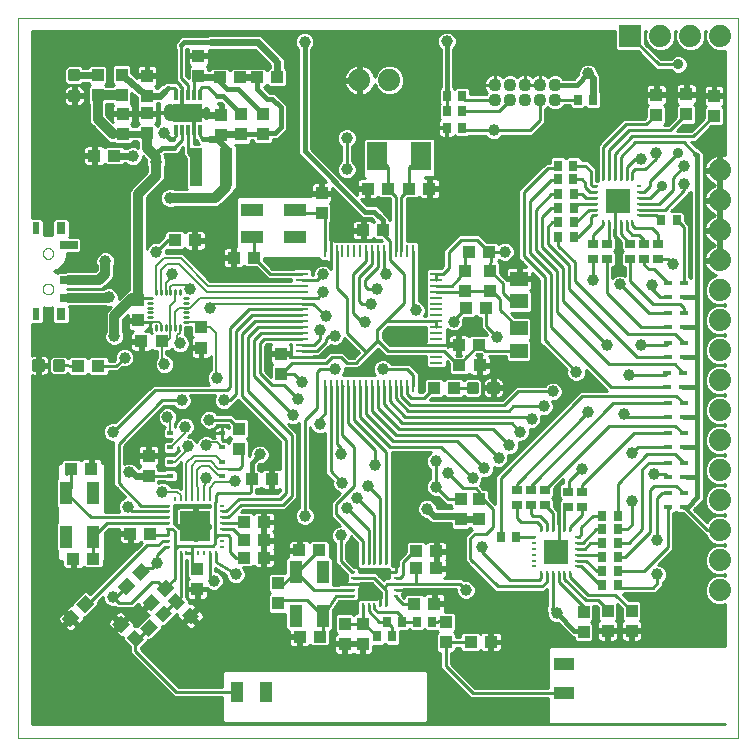
<source format=gtl>
G75*
%MOIN*%
%OFA0B0*%
%FSLAX25Y25*%
%IPPOS*%
%LPD*%
%AMOC8*
5,1,8,0,0,1.08239X$1,22.5*
%
%ADD10C,0.00000*%
%ADD11R,0.03937X0.04331*%
%ADD12R,0.04331X0.03937*%
%ADD13R,0.04488X0.12992*%
%ADD14R,0.05906X0.05118*%
%ADD15C,0.01181*%
%ADD16R,0.04331X0.01122*%
%ADD17R,0.01122X0.04331*%
%ADD18R,0.01169X0.03346*%
%ADD19R,0.09449X0.06496*%
%ADD20R,0.02756X0.01102*%
%ADD21R,0.06693X0.09449*%
%ADD22R,0.07480X0.04331*%
%ADD23C,0.07400*%
%ADD24R,0.03937X0.06693*%
%ADD25R,0.06693X0.03937*%
%ADD26R,0.02756X0.03543*%
%ADD27R,0.04331X0.07480*%
%ADD28R,0.02362X0.01575*%
%ADD29C,0.00906*%
%ADD30R,0.05906X0.02756*%
%ADD31R,0.02362X0.03937*%
%ADD32R,0.03150X0.03937*%
%ADD33R,0.01575X0.00984*%
%ADD34R,0.00984X0.01575*%
%ADD35R,0.10000X0.10000*%
%ADD36C,0.04362*%
%ADD37R,0.02953X0.01772*%
%ADD38R,0.07874X0.07874*%
%ADD39R,0.03543X0.02756*%
%ADD40R,0.07400X0.07400*%
%ADD41C,0.01000*%
%ADD42C,0.03962*%
%ADD43C,0.00700*%
%ADD44C,0.01600*%
%ADD45C,0.04000*%
%ADD46C,0.02400*%
%ADD47C,0.01200*%
%ADD48C,0.03200*%
%ADD49C,0.03569*%
D10*
X0050500Y0036500D02*
X0050500Y0276500D01*
X0290500Y0276500D01*
X0290500Y0036500D01*
X0050500Y0036500D01*
X0058728Y0186194D02*
X0058730Y0186278D01*
X0058736Y0186361D01*
X0058746Y0186444D01*
X0058760Y0186527D01*
X0058777Y0186609D01*
X0058799Y0186690D01*
X0058824Y0186769D01*
X0058853Y0186848D01*
X0058886Y0186925D01*
X0058922Y0187000D01*
X0058962Y0187074D01*
X0059005Y0187146D01*
X0059052Y0187215D01*
X0059102Y0187282D01*
X0059155Y0187347D01*
X0059211Y0187409D01*
X0059269Y0187469D01*
X0059331Y0187526D01*
X0059395Y0187579D01*
X0059462Y0187630D01*
X0059531Y0187677D01*
X0059602Y0187722D01*
X0059675Y0187762D01*
X0059750Y0187799D01*
X0059827Y0187833D01*
X0059905Y0187863D01*
X0059984Y0187889D01*
X0060065Y0187912D01*
X0060147Y0187930D01*
X0060229Y0187945D01*
X0060312Y0187956D01*
X0060395Y0187963D01*
X0060479Y0187966D01*
X0060563Y0187965D01*
X0060646Y0187960D01*
X0060730Y0187951D01*
X0060812Y0187938D01*
X0060894Y0187922D01*
X0060975Y0187901D01*
X0061056Y0187877D01*
X0061134Y0187849D01*
X0061212Y0187817D01*
X0061288Y0187781D01*
X0061362Y0187742D01*
X0061434Y0187700D01*
X0061504Y0187654D01*
X0061572Y0187605D01*
X0061637Y0187553D01*
X0061700Y0187498D01*
X0061760Y0187440D01*
X0061818Y0187379D01*
X0061872Y0187315D01*
X0061924Y0187249D01*
X0061972Y0187181D01*
X0062017Y0187110D01*
X0062058Y0187037D01*
X0062097Y0186963D01*
X0062131Y0186887D01*
X0062162Y0186809D01*
X0062189Y0186730D01*
X0062213Y0186649D01*
X0062232Y0186568D01*
X0062248Y0186486D01*
X0062260Y0186403D01*
X0062268Y0186319D01*
X0062272Y0186236D01*
X0062272Y0186152D01*
X0062268Y0186069D01*
X0062260Y0185985D01*
X0062248Y0185902D01*
X0062232Y0185820D01*
X0062213Y0185739D01*
X0062189Y0185658D01*
X0062162Y0185579D01*
X0062131Y0185501D01*
X0062097Y0185425D01*
X0062058Y0185351D01*
X0062017Y0185278D01*
X0061972Y0185207D01*
X0061924Y0185139D01*
X0061872Y0185073D01*
X0061818Y0185009D01*
X0061760Y0184948D01*
X0061700Y0184890D01*
X0061637Y0184835D01*
X0061572Y0184783D01*
X0061504Y0184734D01*
X0061434Y0184688D01*
X0061362Y0184646D01*
X0061288Y0184607D01*
X0061212Y0184571D01*
X0061134Y0184539D01*
X0061056Y0184511D01*
X0060975Y0184487D01*
X0060894Y0184466D01*
X0060812Y0184450D01*
X0060730Y0184437D01*
X0060646Y0184428D01*
X0060563Y0184423D01*
X0060479Y0184422D01*
X0060395Y0184425D01*
X0060312Y0184432D01*
X0060229Y0184443D01*
X0060147Y0184458D01*
X0060065Y0184476D01*
X0059984Y0184499D01*
X0059905Y0184525D01*
X0059827Y0184555D01*
X0059750Y0184589D01*
X0059675Y0184626D01*
X0059602Y0184666D01*
X0059531Y0184711D01*
X0059462Y0184758D01*
X0059395Y0184809D01*
X0059331Y0184862D01*
X0059269Y0184919D01*
X0059211Y0184979D01*
X0059155Y0185041D01*
X0059102Y0185106D01*
X0059052Y0185173D01*
X0059005Y0185242D01*
X0058962Y0185314D01*
X0058922Y0185388D01*
X0058886Y0185463D01*
X0058853Y0185540D01*
X0058824Y0185619D01*
X0058799Y0185698D01*
X0058777Y0185779D01*
X0058760Y0185861D01*
X0058746Y0185944D01*
X0058736Y0186027D01*
X0058730Y0186110D01*
X0058728Y0186194D01*
X0058728Y0198006D02*
X0058730Y0198090D01*
X0058736Y0198173D01*
X0058746Y0198256D01*
X0058760Y0198339D01*
X0058777Y0198421D01*
X0058799Y0198502D01*
X0058824Y0198581D01*
X0058853Y0198660D01*
X0058886Y0198737D01*
X0058922Y0198812D01*
X0058962Y0198886D01*
X0059005Y0198958D01*
X0059052Y0199027D01*
X0059102Y0199094D01*
X0059155Y0199159D01*
X0059211Y0199221D01*
X0059269Y0199281D01*
X0059331Y0199338D01*
X0059395Y0199391D01*
X0059462Y0199442D01*
X0059531Y0199489D01*
X0059602Y0199534D01*
X0059675Y0199574D01*
X0059750Y0199611D01*
X0059827Y0199645D01*
X0059905Y0199675D01*
X0059984Y0199701D01*
X0060065Y0199724D01*
X0060147Y0199742D01*
X0060229Y0199757D01*
X0060312Y0199768D01*
X0060395Y0199775D01*
X0060479Y0199778D01*
X0060563Y0199777D01*
X0060646Y0199772D01*
X0060730Y0199763D01*
X0060812Y0199750D01*
X0060894Y0199734D01*
X0060975Y0199713D01*
X0061056Y0199689D01*
X0061134Y0199661D01*
X0061212Y0199629D01*
X0061288Y0199593D01*
X0061362Y0199554D01*
X0061434Y0199512D01*
X0061504Y0199466D01*
X0061572Y0199417D01*
X0061637Y0199365D01*
X0061700Y0199310D01*
X0061760Y0199252D01*
X0061818Y0199191D01*
X0061872Y0199127D01*
X0061924Y0199061D01*
X0061972Y0198993D01*
X0062017Y0198922D01*
X0062058Y0198849D01*
X0062097Y0198775D01*
X0062131Y0198699D01*
X0062162Y0198621D01*
X0062189Y0198542D01*
X0062213Y0198461D01*
X0062232Y0198380D01*
X0062248Y0198298D01*
X0062260Y0198215D01*
X0062268Y0198131D01*
X0062272Y0198048D01*
X0062272Y0197964D01*
X0062268Y0197881D01*
X0062260Y0197797D01*
X0062248Y0197714D01*
X0062232Y0197632D01*
X0062213Y0197551D01*
X0062189Y0197470D01*
X0062162Y0197391D01*
X0062131Y0197313D01*
X0062097Y0197237D01*
X0062058Y0197163D01*
X0062017Y0197090D01*
X0061972Y0197019D01*
X0061924Y0196951D01*
X0061872Y0196885D01*
X0061818Y0196821D01*
X0061760Y0196760D01*
X0061700Y0196702D01*
X0061637Y0196647D01*
X0061572Y0196595D01*
X0061504Y0196546D01*
X0061434Y0196500D01*
X0061362Y0196458D01*
X0061288Y0196419D01*
X0061212Y0196383D01*
X0061134Y0196351D01*
X0061056Y0196323D01*
X0060975Y0196299D01*
X0060894Y0196278D01*
X0060812Y0196262D01*
X0060730Y0196249D01*
X0060646Y0196240D01*
X0060563Y0196235D01*
X0060479Y0196234D01*
X0060395Y0196237D01*
X0060312Y0196244D01*
X0060229Y0196255D01*
X0060147Y0196270D01*
X0060065Y0196288D01*
X0059984Y0196311D01*
X0059905Y0196337D01*
X0059827Y0196367D01*
X0059750Y0196401D01*
X0059675Y0196438D01*
X0059602Y0196478D01*
X0059531Y0196523D01*
X0059462Y0196570D01*
X0059395Y0196621D01*
X0059331Y0196674D01*
X0059269Y0196731D01*
X0059211Y0196791D01*
X0059155Y0196853D01*
X0059102Y0196918D01*
X0059052Y0196985D01*
X0059005Y0197054D01*
X0058962Y0197126D01*
X0058922Y0197200D01*
X0058886Y0197275D01*
X0058853Y0197352D01*
X0058824Y0197431D01*
X0058799Y0197510D01*
X0058777Y0197591D01*
X0058760Y0197673D01*
X0058746Y0197756D01*
X0058736Y0197839D01*
X0058730Y0197922D01*
X0058728Y0198006D01*
D11*
X0090500Y0182446D03*
X0090500Y0175754D03*
X0111500Y0173346D03*
X0111500Y0166654D03*
X0138000Y0164546D03*
X0138000Y0157854D03*
X0124200Y0139646D03*
X0124200Y0132954D03*
X0094000Y0130646D03*
X0094000Y0123954D03*
X0110200Y0092846D03*
X0110200Y0086154D03*
X0137000Y0088046D03*
X0137000Y0081354D03*
X0159400Y0074546D03*
X0165400Y0074546D03*
X0165400Y0067854D03*
X0159400Y0067854D03*
X0193100Y0068454D03*
X0193100Y0075146D03*
X0198100Y0109354D03*
X0204200Y0109454D03*
X0204200Y0116146D03*
X0198100Y0116046D03*
X0239000Y0078546D03*
X0239000Y0071854D03*
X0247000Y0072254D03*
X0247000Y0078946D03*
X0255000Y0078946D03*
X0255000Y0072254D03*
X0207900Y0185554D03*
X0207900Y0192246D03*
X0199400Y0192046D03*
X0199400Y0185354D03*
X0151700Y0211454D03*
X0151700Y0218146D03*
X0132100Y0237854D03*
X0132100Y0244546D03*
X0124900Y0244446D03*
X0124900Y0237754D03*
X0118200Y0237554D03*
X0118200Y0244246D03*
X0110600Y0257254D03*
X0110600Y0263946D03*
X0093500Y0257246D03*
X0093500Y0250554D03*
X0085000Y0250854D03*
X0085000Y0257546D03*
X0077000Y0257446D03*
X0077000Y0250754D03*
X0085400Y0244546D03*
X0085400Y0237854D03*
X0093500Y0238054D03*
X0093500Y0244746D03*
X0263200Y0244254D03*
X0273200Y0244354D03*
X0273200Y0251046D03*
X0263200Y0250946D03*
X0282500Y0250546D03*
X0282500Y0243854D03*
D12*
X0207546Y0198500D03*
X0200854Y0198500D03*
X0199854Y0179900D03*
X0206546Y0179900D03*
X0204146Y0167600D03*
X0197454Y0167600D03*
X0197654Y0160700D03*
X0204346Y0160700D03*
X0195846Y0153200D03*
X0189154Y0153200D03*
X0172246Y0205800D03*
X0165554Y0205800D03*
X0167054Y0219600D03*
X0173746Y0219600D03*
X0180954Y0219600D03*
X0187646Y0219600D03*
X0136846Y0256700D03*
X0130154Y0256700D03*
X0124446Y0256700D03*
X0117754Y0256700D03*
X0082646Y0230600D03*
X0075954Y0230600D03*
X0102754Y0202400D03*
X0109446Y0202400D03*
X0122354Y0196600D03*
X0129046Y0196600D03*
X0098346Y0168700D03*
X0091654Y0168700D03*
X0077246Y0160500D03*
X0070554Y0160500D03*
X0068254Y0126300D03*
X0074946Y0126300D03*
X0087954Y0104600D03*
X0094646Y0104600D03*
G36*
X0088544Y0091727D02*
X0091605Y0094788D01*
X0094388Y0092005D01*
X0091327Y0088944D01*
X0088544Y0091727D01*
G37*
G36*
X0083812Y0086995D02*
X0086873Y0090056D01*
X0089656Y0087273D01*
X0086595Y0084212D01*
X0083812Y0086995D01*
G37*
G36*
X0091912Y0081595D02*
X0094973Y0084656D01*
X0097756Y0081873D01*
X0094695Y0078812D01*
X0091912Y0081595D01*
G37*
G36*
X0101888Y0078105D02*
X0098827Y0075044D01*
X0096044Y0077827D01*
X0099105Y0080888D01*
X0101888Y0078105D01*
G37*
G36*
X0103373Y0079044D02*
X0100312Y0082105D01*
X0103095Y0084888D01*
X0106156Y0081827D01*
X0103373Y0079044D01*
G37*
G36*
X0108105Y0074312D02*
X0105044Y0077373D01*
X0107827Y0080156D01*
X0110888Y0077095D01*
X0108105Y0074312D01*
G37*
G36*
X0096644Y0086327D02*
X0099705Y0089388D01*
X0102488Y0086605D01*
X0099427Y0083544D01*
X0096644Y0086327D01*
G37*
G36*
X0097156Y0073373D02*
X0094095Y0070312D01*
X0091312Y0073095D01*
X0094373Y0076156D01*
X0097156Y0073373D01*
G37*
G36*
X0089427Y0072656D02*
X0092488Y0069595D01*
X0089705Y0066812D01*
X0086644Y0069873D01*
X0089427Y0072656D01*
G37*
G36*
X0084695Y0077388D02*
X0087756Y0074327D01*
X0084973Y0071544D01*
X0081912Y0074605D01*
X0084695Y0077388D01*
G37*
G36*
X0069944Y0081027D02*
X0073005Y0084088D01*
X0075788Y0081305D01*
X0072727Y0078244D01*
X0069944Y0081027D01*
G37*
G36*
X0065212Y0076295D02*
X0068273Y0079356D01*
X0071056Y0076573D01*
X0067995Y0073512D01*
X0065212Y0076295D01*
G37*
X0068954Y0096300D03*
X0075646Y0096300D03*
X0125754Y0096600D03*
X0125754Y0102400D03*
X0125754Y0108500D03*
X0132446Y0108500D03*
X0132446Y0102400D03*
X0132446Y0096600D03*
X0144254Y0099100D03*
X0150946Y0099100D03*
X0135046Y0122700D03*
X0128354Y0122700D03*
X0144354Y0070300D03*
X0151046Y0070300D03*
X0182554Y0081300D03*
X0189246Y0081300D03*
X0189846Y0093100D03*
X0189846Y0098800D03*
X0183154Y0098800D03*
X0183154Y0093100D03*
X0201354Y0068500D03*
X0208046Y0068500D03*
D13*
X0119900Y0226800D03*
X0109900Y0226800D03*
D14*
X0217500Y0189540D03*
X0217500Y0182060D03*
X0217400Y0173040D03*
X0217400Y0165560D03*
D15*
X0207575Y0154578D02*
X0207575Y0151822D01*
X0207575Y0154578D02*
X0210331Y0154578D01*
X0210331Y0151822D01*
X0207575Y0151822D01*
X0207575Y0153002D02*
X0210331Y0153002D01*
X0210331Y0154182D02*
X0207575Y0154182D01*
X0200669Y0154578D02*
X0200669Y0151822D01*
X0200669Y0154578D02*
X0203425Y0154578D01*
X0203425Y0151822D01*
X0200669Y0151822D01*
X0200669Y0153002D02*
X0203425Y0153002D01*
X0203425Y0154182D02*
X0200669Y0154182D01*
X0070578Y0251925D02*
X0067822Y0251925D01*
X0070578Y0251925D02*
X0070578Y0249169D01*
X0067822Y0249169D01*
X0067822Y0251925D01*
X0067822Y0250349D02*
X0070578Y0250349D01*
X0070578Y0251529D02*
X0067822Y0251529D01*
X0067822Y0258831D02*
X0070578Y0258831D01*
X0070578Y0256075D01*
X0067822Y0256075D01*
X0067822Y0258831D01*
X0067822Y0257255D02*
X0070578Y0257255D01*
X0070578Y0258435D02*
X0067822Y0258435D01*
X0065631Y0162078D02*
X0065631Y0159322D01*
X0062875Y0159322D01*
X0062875Y0162078D01*
X0065631Y0162078D01*
X0065631Y0160502D02*
X0062875Y0160502D01*
X0062875Y0161682D02*
X0065631Y0161682D01*
X0058725Y0162078D02*
X0058725Y0159322D01*
X0055969Y0159322D01*
X0055969Y0162078D01*
X0058725Y0162078D01*
X0058725Y0160502D02*
X0055969Y0160502D01*
X0055969Y0161682D02*
X0058725Y0161682D01*
D16*
X0145059Y0161636D03*
X0145059Y0163605D03*
X0145059Y0165573D03*
X0145059Y0167542D03*
X0145059Y0169510D03*
X0145059Y0171479D03*
X0145059Y0173447D03*
X0145059Y0175416D03*
X0145059Y0177384D03*
X0145059Y0179353D03*
X0145059Y0181321D03*
X0145059Y0183290D03*
X0145059Y0185258D03*
X0145059Y0187227D03*
X0145059Y0189195D03*
X0145059Y0191164D03*
X0189941Y0191164D03*
X0189941Y0189195D03*
X0189941Y0187227D03*
X0189941Y0185258D03*
X0189941Y0183290D03*
X0189941Y0181321D03*
X0189941Y0179353D03*
X0189941Y0177384D03*
X0189941Y0175416D03*
X0189941Y0173447D03*
X0189941Y0171479D03*
X0189941Y0169510D03*
X0189941Y0167542D03*
X0189941Y0165573D03*
X0189941Y0163605D03*
X0189941Y0161636D03*
D17*
X0182264Y0153959D03*
X0180295Y0153959D03*
X0178327Y0153959D03*
X0176358Y0153959D03*
X0174390Y0153959D03*
X0172421Y0153959D03*
X0170453Y0153959D03*
X0168484Y0153959D03*
X0166516Y0153959D03*
X0164547Y0153959D03*
X0162579Y0153959D03*
X0160610Y0153959D03*
X0158642Y0153959D03*
X0156673Y0153959D03*
X0154705Y0153959D03*
X0152736Y0153959D03*
X0152736Y0198841D03*
X0154705Y0198841D03*
X0156673Y0198841D03*
X0158642Y0198841D03*
X0160610Y0198841D03*
X0162579Y0198841D03*
X0164547Y0198841D03*
X0166516Y0198841D03*
X0168484Y0198841D03*
X0170453Y0198841D03*
X0172421Y0198841D03*
X0174390Y0198841D03*
X0176358Y0198841D03*
X0178327Y0198841D03*
X0180295Y0198841D03*
X0182264Y0198841D03*
D18*
X0111137Y0239093D03*
X0109169Y0239093D03*
X0107200Y0239093D03*
X0105231Y0239093D03*
X0103263Y0239093D03*
X0103263Y0250707D03*
X0105231Y0250707D03*
X0107200Y0250707D03*
X0109169Y0250707D03*
X0111137Y0250707D03*
D19*
X0107200Y0244900D03*
D20*
X0101294Y0245884D03*
X0101294Y0243916D03*
X0113106Y0243916D03*
X0113106Y0245884D03*
D21*
X0170117Y0230600D03*
X0184683Y0230600D03*
D22*
X0142983Y0212628D03*
X0142983Y0203572D03*
X0128417Y0203572D03*
X0128417Y0212628D03*
D23*
X0164300Y0255800D03*
X0174300Y0255800D03*
X0264600Y0270400D03*
X0274600Y0270400D03*
X0284600Y0270400D03*
X0284400Y0225800D03*
X0284400Y0215800D03*
X0284400Y0205800D03*
X0284400Y0195800D03*
X0284400Y0185800D03*
X0284400Y0175800D03*
X0284400Y0165800D03*
X0284400Y0155800D03*
X0284400Y0145800D03*
X0284400Y0135800D03*
X0284400Y0125800D03*
X0284400Y0115800D03*
X0284400Y0105800D03*
X0284400Y0095800D03*
X0284400Y0085800D03*
D24*
X0133321Y0051800D03*
X0123479Y0051800D03*
D25*
X0232600Y0051479D03*
X0232600Y0061321D03*
D26*
X0245241Y0087400D03*
X0245241Y0092100D03*
X0245241Y0096800D03*
X0245241Y0101400D03*
X0245241Y0106000D03*
X0245241Y0110500D03*
X0250359Y0110500D03*
X0250359Y0106000D03*
X0250359Y0101400D03*
X0250359Y0096800D03*
X0250359Y0092100D03*
X0250359Y0087400D03*
X0216459Y0103500D03*
X0211341Y0103500D03*
X0188559Y0075200D03*
X0183441Y0075200D03*
X0178459Y0075200D03*
X0173341Y0075200D03*
X0175259Y0070400D03*
X0170141Y0070400D03*
X0230641Y0203600D03*
X0230641Y0208400D03*
X0230641Y0213200D03*
X0230641Y0217900D03*
X0230541Y0222700D03*
X0230541Y0227300D03*
X0235659Y0227300D03*
X0235659Y0222700D03*
X0235759Y0217900D03*
X0235759Y0213200D03*
X0235759Y0208400D03*
X0235759Y0203600D03*
X0264941Y0209000D03*
X0270059Y0209000D03*
X0242159Y0249200D03*
X0237041Y0249200D03*
X0198559Y0250500D03*
X0198559Y0245400D03*
X0193441Y0245400D03*
X0193441Y0250500D03*
X0193441Y0239900D03*
X0198559Y0239900D03*
D27*
X0075628Y0118183D03*
X0066572Y0118183D03*
X0066572Y0103617D03*
X0075628Y0103617D03*
X0143072Y0091883D03*
X0152128Y0091883D03*
X0152128Y0077317D03*
X0143072Y0077317D03*
D28*
X0118561Y0123913D03*
X0118561Y0128638D03*
X0118561Y0133362D03*
X0118561Y0138087D03*
X0101239Y0138087D03*
X0101239Y0133362D03*
X0101239Y0128638D03*
X0101239Y0123913D03*
D29*
X0101287Y0172566D02*
X0101287Y0174022D01*
X0099713Y0174022D02*
X0099713Y0172566D01*
X0098138Y0172566D02*
X0098138Y0174022D01*
X0096563Y0174022D02*
X0096563Y0172566D01*
X0095322Y0175263D02*
X0093866Y0175263D01*
X0093866Y0176838D02*
X0095322Y0176838D01*
X0095322Y0178413D02*
X0093866Y0178413D01*
X0093866Y0179987D02*
X0095322Y0179987D01*
X0095322Y0181562D02*
X0093866Y0181562D01*
X0093866Y0183137D02*
X0095322Y0183137D01*
X0096563Y0184378D02*
X0096563Y0185834D01*
X0098138Y0185834D02*
X0098138Y0184378D01*
X0099713Y0184378D02*
X0099713Y0185834D01*
X0101287Y0185834D02*
X0101287Y0184378D01*
X0102862Y0184378D02*
X0102862Y0185834D01*
X0104437Y0185834D02*
X0104437Y0184378D01*
X0105678Y0183137D02*
X0107134Y0183137D01*
X0107134Y0181562D02*
X0105678Y0181562D01*
X0105678Y0179987D02*
X0107134Y0179987D01*
X0107134Y0178413D02*
X0105678Y0178413D01*
X0105678Y0176838D02*
X0107134Y0176838D01*
X0107134Y0175263D02*
X0105678Y0175263D01*
X0104437Y0174022D02*
X0104437Y0172566D01*
X0102862Y0172566D02*
X0102862Y0174022D01*
D30*
X0067390Y0183242D03*
X0067390Y0189147D03*
X0067390Y0200958D03*
D31*
X0056563Y0206470D03*
X0056563Y0177730D03*
D32*
X0064831Y0177730D03*
X0064831Y0206470D03*
D33*
X0100545Y0113990D03*
X0100545Y0112021D03*
X0100545Y0110053D03*
X0100545Y0108084D03*
X0100545Y0106116D03*
X0100545Y0104147D03*
X0100545Y0102179D03*
X0100545Y0100210D03*
X0118655Y0100210D03*
X0118655Y0102179D03*
X0118655Y0104147D03*
X0118655Y0106116D03*
X0118655Y0108084D03*
X0118655Y0110053D03*
X0118655Y0112021D03*
X0118655Y0113990D03*
X0162213Y0091837D03*
X0162213Y0089869D03*
X0162213Y0087900D03*
X0162213Y0085931D03*
X0162213Y0083963D03*
X0176387Y0083963D03*
X0176387Y0085931D03*
X0176387Y0087900D03*
X0176387Y0089869D03*
X0176387Y0091837D03*
X0222613Y0093679D03*
X0222613Y0095647D03*
X0222613Y0097616D03*
X0222613Y0099584D03*
X0222613Y0101553D03*
X0222613Y0103521D03*
X0236787Y0103521D03*
X0236787Y0101553D03*
X0236787Y0099584D03*
X0236787Y0097616D03*
X0236787Y0095647D03*
X0236787Y0093679D03*
X0243313Y0210679D03*
X0243313Y0212647D03*
X0243313Y0214616D03*
X0243313Y0216584D03*
X0243313Y0218553D03*
X0243313Y0220521D03*
X0257487Y0220521D03*
X0257487Y0218553D03*
X0257487Y0216584D03*
X0257487Y0214616D03*
X0257487Y0212647D03*
X0257487Y0210679D03*
D34*
X0255321Y0208513D03*
X0253353Y0208513D03*
X0251384Y0208513D03*
X0249416Y0208513D03*
X0247447Y0208513D03*
X0245479Y0208513D03*
X0245479Y0222687D03*
X0247447Y0222687D03*
X0249416Y0222687D03*
X0251384Y0222687D03*
X0253353Y0222687D03*
X0255321Y0222687D03*
X0234621Y0105687D03*
X0232653Y0105687D03*
X0230684Y0105687D03*
X0228716Y0105687D03*
X0226747Y0105687D03*
X0224779Y0105687D03*
X0224779Y0091513D03*
X0226747Y0091513D03*
X0228716Y0091513D03*
X0230684Y0091513D03*
X0232653Y0091513D03*
X0234621Y0091513D03*
X0173237Y0094987D03*
X0171269Y0094987D03*
X0169300Y0094987D03*
X0167331Y0094987D03*
X0165363Y0094987D03*
X0165363Y0080813D03*
X0167331Y0080813D03*
X0169300Y0080813D03*
X0171269Y0080813D03*
X0173237Y0080813D03*
X0116490Y0098045D03*
X0114521Y0098045D03*
X0112553Y0098045D03*
X0110584Y0098045D03*
X0108616Y0098045D03*
X0106647Y0098045D03*
X0104679Y0098045D03*
X0102710Y0098045D03*
X0102710Y0116155D03*
X0104679Y0116155D03*
X0106647Y0116155D03*
X0108616Y0116155D03*
X0110584Y0116155D03*
X0112553Y0116155D03*
X0114521Y0116155D03*
X0116490Y0116155D03*
D35*
X0109600Y0107100D03*
D36*
X0209500Y0249200D03*
X0209500Y0254200D03*
X0214500Y0254200D03*
X0214500Y0249200D03*
X0219500Y0249200D03*
X0219500Y0254200D03*
X0224500Y0254200D03*
X0224500Y0249200D03*
X0229500Y0249200D03*
X0229500Y0254200D03*
D37*
X0267023Y0188083D03*
X0267023Y0183517D03*
X0272377Y0183517D03*
X0272377Y0183556D03*
X0272377Y0188083D03*
X0272377Y0178083D03*
X0272377Y0173556D03*
X0272377Y0173517D03*
X0267023Y0173517D03*
X0267023Y0178083D03*
X0267023Y0168083D03*
X0267023Y0163517D03*
X0272377Y0163517D03*
X0272377Y0163556D03*
X0272377Y0168083D03*
X0272277Y0158083D03*
X0272277Y0153556D03*
X0272277Y0153517D03*
X0266923Y0153517D03*
X0266923Y0158083D03*
X0267023Y0148083D03*
X0267023Y0143517D03*
X0272377Y0143517D03*
X0272377Y0143556D03*
X0272377Y0148083D03*
X0272377Y0138083D03*
X0272377Y0133556D03*
X0272377Y0133517D03*
X0267023Y0133517D03*
X0267023Y0138083D03*
X0267023Y0128083D03*
X0267023Y0123517D03*
X0272377Y0123517D03*
X0272377Y0123556D03*
X0272377Y0128083D03*
X0272377Y0118083D03*
X0272377Y0113556D03*
X0272377Y0113517D03*
X0267023Y0113517D03*
X0267023Y0118083D03*
D38*
X0229700Y0098600D03*
X0250400Y0215600D03*
D39*
X0246800Y0201259D03*
X0242100Y0201259D03*
X0242100Y0196141D03*
X0246800Y0196141D03*
X0254600Y0196141D03*
X0259200Y0196141D03*
X0263800Y0196141D03*
X0263800Y0201259D03*
X0259200Y0201259D03*
X0254600Y0201259D03*
X0238500Y0118659D03*
X0233800Y0118659D03*
X0233800Y0113541D03*
X0238500Y0113541D03*
X0226200Y0114041D03*
X0221500Y0114041D03*
X0216800Y0114041D03*
X0216800Y0119159D03*
X0221500Y0119159D03*
X0226200Y0119159D03*
D40*
X0254600Y0270400D03*
D41*
X0264000Y0261000D01*
X0270600Y0261000D01*
X0273456Y0262164D02*
X0286000Y0262164D01*
X0286000Y0263162D02*
X0272800Y0263162D01*
X0273215Y0262747D02*
X0272347Y0263615D01*
X0271213Y0264084D01*
X0269986Y0264084D01*
X0268853Y0263615D01*
X0268038Y0262800D01*
X0264746Y0262800D01*
X0259600Y0267946D01*
X0259600Y0272000D01*
X0259851Y0272000D01*
X0259600Y0271395D01*
X0259600Y0269405D01*
X0260361Y0267568D01*
X0261768Y0266161D01*
X0263605Y0265400D01*
X0265595Y0265400D01*
X0267432Y0266161D01*
X0268839Y0267568D01*
X0269600Y0269405D01*
X0270361Y0267568D01*
X0271768Y0266161D01*
X0273605Y0265400D01*
X0275595Y0265400D01*
X0277432Y0266161D01*
X0278839Y0267568D01*
X0279600Y0269405D01*
X0280361Y0267568D01*
X0281768Y0266161D01*
X0283605Y0265400D01*
X0285595Y0265400D01*
X0286000Y0265568D01*
X0286000Y0230748D01*
X0285618Y0230872D01*
X0284900Y0230986D01*
X0284900Y0226300D01*
X0283900Y0226300D01*
X0283900Y0230986D01*
X0283182Y0230872D01*
X0282404Y0230619D01*
X0281675Y0230247D01*
X0281012Y0229766D01*
X0280434Y0229188D01*
X0279953Y0228525D01*
X0279581Y0227796D01*
X0279328Y0227018D01*
X0279214Y0226300D01*
X0283900Y0226300D01*
X0283900Y0225300D01*
X0279214Y0225300D01*
X0279328Y0224582D01*
X0279581Y0223804D01*
X0279953Y0223075D01*
X0280434Y0222412D01*
X0281012Y0221834D01*
X0281675Y0221353D01*
X0282404Y0220981D01*
X0282961Y0220800D01*
X0282404Y0220619D01*
X0281675Y0220247D01*
X0281012Y0219766D01*
X0280434Y0219188D01*
X0279953Y0218525D01*
X0279581Y0217796D01*
X0279328Y0217018D01*
X0279214Y0216300D01*
X0283900Y0216300D01*
X0283900Y0220986D01*
X0283900Y0225300D01*
X0284900Y0225300D01*
X0284900Y0216300D01*
X0283900Y0216300D01*
X0283900Y0215300D01*
X0279214Y0215300D01*
X0279328Y0214582D01*
X0279581Y0213804D01*
X0279953Y0213075D01*
X0280434Y0212412D01*
X0281012Y0211834D01*
X0281675Y0211353D01*
X0282404Y0210981D01*
X0282961Y0210800D01*
X0282404Y0210619D01*
X0281675Y0210247D01*
X0281012Y0209766D01*
X0280434Y0209188D01*
X0279953Y0208525D01*
X0279581Y0207796D01*
X0279328Y0207018D01*
X0279214Y0206300D01*
X0283900Y0206300D01*
X0283900Y0210986D01*
X0283900Y0215300D01*
X0284900Y0215300D01*
X0284900Y0206300D01*
X0283900Y0206300D01*
X0283900Y0205300D01*
X0279214Y0205300D01*
X0279328Y0204582D01*
X0279581Y0203804D01*
X0279953Y0203075D01*
X0280434Y0202412D01*
X0281012Y0201834D01*
X0281675Y0201353D01*
X0282404Y0200981D01*
X0282961Y0200800D01*
X0282404Y0200619D01*
X0281675Y0200247D01*
X0281012Y0199766D01*
X0280434Y0199188D01*
X0279953Y0198525D01*
X0279581Y0197796D01*
X0279328Y0197018D01*
X0279214Y0196300D01*
X0283900Y0196300D01*
X0283900Y0200986D01*
X0283900Y0205300D01*
X0284900Y0205300D01*
X0284900Y0196300D01*
X0283900Y0196300D01*
X0283900Y0195300D01*
X0279214Y0195300D01*
X0279328Y0194582D01*
X0279581Y0193804D01*
X0279953Y0193075D01*
X0280434Y0192412D01*
X0281012Y0191834D01*
X0281675Y0191353D01*
X0282404Y0190981D01*
X0283182Y0190728D01*
X0283218Y0190722D01*
X0281568Y0190039D01*
X0280161Y0188632D01*
X0279400Y0186795D01*
X0279400Y0184805D01*
X0280161Y0182968D01*
X0281568Y0181561D01*
X0283405Y0180800D01*
X0281568Y0180039D01*
X0280161Y0178632D01*
X0279400Y0176795D01*
X0279400Y0174805D01*
X0280161Y0172968D01*
X0281568Y0171561D01*
X0283405Y0170800D01*
X0281568Y0170039D01*
X0280161Y0168632D01*
X0279400Y0166795D01*
X0279400Y0164805D01*
X0280161Y0162968D01*
X0281568Y0161561D01*
X0283405Y0160800D01*
X0281568Y0160039D01*
X0280161Y0158632D01*
X0279400Y0156795D01*
X0279400Y0154805D01*
X0280161Y0152968D01*
X0281568Y0151561D01*
X0283405Y0150800D01*
X0281568Y0150039D01*
X0280161Y0148632D01*
X0279400Y0146795D01*
X0279400Y0144805D01*
X0280161Y0142968D01*
X0281568Y0141561D01*
X0283405Y0140800D01*
X0281568Y0140039D01*
X0280161Y0138632D01*
X0279400Y0136795D01*
X0279400Y0134805D01*
X0280161Y0132968D01*
X0281568Y0131561D01*
X0283405Y0130800D01*
X0281568Y0130039D01*
X0280161Y0128632D01*
X0279400Y0126795D01*
X0279400Y0124805D01*
X0280161Y0122968D01*
X0281568Y0121561D01*
X0283405Y0120800D01*
X0281568Y0120039D01*
X0280161Y0118632D01*
X0279400Y0116795D01*
X0279400Y0114805D01*
X0280161Y0112968D01*
X0281568Y0111561D01*
X0283405Y0110800D01*
X0281568Y0110039D01*
X0280161Y0108632D01*
X0280069Y0108410D01*
X0275824Y0112654D01*
X0275856Y0112686D01*
X0279000Y0115830D01*
X0279000Y0231570D01*
X0277770Y0232800D01*
X0277170Y0233400D01*
X0276746Y0233400D01*
X0274946Y0235200D01*
X0276392Y0235200D01*
X0277446Y0236254D01*
X0281580Y0240388D01*
X0285007Y0240388D01*
X0285768Y0241150D01*
X0285768Y0246557D01*
X0285235Y0247091D01*
X0285390Y0247181D01*
X0285669Y0247460D01*
X0285866Y0247802D01*
X0285968Y0248184D01*
X0286000Y0248184D01*
X0285968Y0248184D02*
X0285968Y0250062D01*
X0282984Y0250062D01*
X0282984Y0251031D01*
X0282016Y0251031D01*
X0282016Y0254212D01*
X0280334Y0254212D01*
X0279953Y0254110D01*
X0279610Y0253912D01*
X0279331Y0253633D01*
X0279134Y0253291D01*
X0279031Y0252909D01*
X0279031Y0251031D01*
X0282016Y0251031D01*
X0282016Y0250062D01*
X0279031Y0250062D01*
X0279031Y0248184D01*
X0276498Y0248184D01*
X0276566Y0248302D02*
X0276668Y0248684D01*
X0276668Y0250562D01*
X0273684Y0250562D01*
X0273684Y0251531D01*
X0272716Y0251531D01*
X0272716Y0254712D01*
X0271034Y0254712D01*
X0270653Y0254610D01*
X0270310Y0254412D01*
X0270031Y0254133D01*
X0269834Y0253791D01*
X0269731Y0253409D01*
X0269731Y0251531D01*
X0272716Y0251531D01*
X0272716Y0250562D01*
X0269731Y0250562D01*
X0269731Y0248684D01*
X0269834Y0248302D01*
X0270031Y0247960D01*
X0270310Y0247681D01*
X0270465Y0247591D01*
X0269931Y0247057D01*
X0269931Y0243631D01*
X0267101Y0240800D01*
X0265719Y0240800D01*
X0266468Y0241550D01*
X0266468Y0246957D01*
X0265935Y0247491D01*
X0266090Y0247581D01*
X0266369Y0247860D01*
X0266566Y0248202D01*
X0266668Y0248584D01*
X0266668Y0250462D01*
X0263684Y0250462D01*
X0263684Y0251431D01*
X0262716Y0251431D01*
X0262716Y0254612D01*
X0261034Y0254612D01*
X0260653Y0254510D01*
X0260310Y0254312D01*
X0260031Y0254033D01*
X0259834Y0253691D01*
X0259731Y0253309D01*
X0259731Y0251431D01*
X0262716Y0251431D01*
X0262716Y0250462D01*
X0259731Y0250462D01*
X0259731Y0248584D01*
X0259834Y0248202D01*
X0260031Y0247860D01*
X0260310Y0247581D01*
X0260465Y0247491D01*
X0259931Y0246957D01*
X0259931Y0243531D01*
X0259201Y0242800D01*
X0252354Y0242800D01*
X0251300Y0241746D01*
X0243679Y0234124D01*
X0243679Y0222321D01*
X0243200Y0222321D01*
X0243200Y0226246D01*
X0241400Y0228046D01*
X0240346Y0229100D01*
X0238337Y0229100D01*
X0238337Y0229610D01*
X0237575Y0230372D01*
X0233743Y0230372D01*
X0233100Y0229729D01*
X0232457Y0230372D01*
X0228625Y0230372D01*
X0227863Y0229610D01*
X0227863Y0228300D01*
X0226354Y0228300D01*
X0217300Y0219246D01*
X0217300Y0196254D01*
X0218354Y0195200D01*
X0219955Y0193599D01*
X0218000Y0193599D01*
X0218000Y0190040D01*
X0221953Y0190040D01*
X0221953Y0191602D01*
X0224300Y0189254D01*
X0224300Y0168254D01*
X0225354Y0167200D01*
X0233343Y0159211D01*
X0233319Y0159153D01*
X0233319Y0157847D01*
X0233818Y0156641D01*
X0234741Y0155718D01*
X0235947Y0155219D01*
X0237253Y0155219D01*
X0238459Y0155718D01*
X0239382Y0156641D01*
X0239881Y0157847D01*
X0239881Y0159153D01*
X0239866Y0159188D01*
X0246283Y0152771D01*
X0246754Y0152300D01*
X0237854Y0152300D01*
X0236800Y0151246D01*
X0209541Y0123987D01*
X0209541Y0114505D01*
X0207468Y0116577D01*
X0207468Y0118850D01*
X0206707Y0119612D01*
X0205634Y0119612D01*
X0204946Y0120300D01*
X0204443Y0120803D01*
X0204782Y0121141D01*
X0205281Y0122347D01*
X0205281Y0123119D01*
X0206553Y0123119D01*
X0207759Y0123618D01*
X0208682Y0124541D01*
X0209181Y0125747D01*
X0209181Y0126978D01*
X0210047Y0126619D01*
X0211353Y0126619D01*
X0212559Y0127118D01*
X0213482Y0128041D01*
X0213981Y0129247D01*
X0213981Y0130553D01*
X0213871Y0130819D01*
X0214953Y0130819D01*
X0216159Y0131318D01*
X0217082Y0132241D01*
X0217581Y0133447D01*
X0217581Y0134753D01*
X0217347Y0135319D01*
X0218553Y0135319D01*
X0219759Y0135818D01*
X0220682Y0136741D01*
X0221181Y0137947D01*
X0221181Y0139253D01*
X0221026Y0139628D01*
X0221047Y0139619D01*
X0222353Y0139619D01*
X0223559Y0140118D01*
X0224482Y0141041D01*
X0224981Y0142247D01*
X0224981Y0143553D01*
X0224864Y0143836D01*
X0225147Y0143719D01*
X0226453Y0143719D01*
X0227659Y0144218D01*
X0228582Y0145141D01*
X0229081Y0146347D01*
X0229081Y0147653D01*
X0228639Y0148719D01*
X0229453Y0148719D01*
X0230659Y0149218D01*
X0231582Y0150141D01*
X0232081Y0151347D01*
X0232081Y0152653D01*
X0231582Y0153859D01*
X0230659Y0154782D01*
X0229453Y0155281D01*
X0228147Y0155281D01*
X0226941Y0154782D01*
X0226018Y0153859D01*
X0225994Y0153800D01*
X0216354Y0153800D01*
X0211854Y0149300D01*
X0187799Y0149300D01*
X0188431Y0149931D01*
X0191857Y0149931D01*
X0192500Y0150574D01*
X0193143Y0149931D01*
X0198550Y0149931D01*
X0199218Y0150599D01*
X0199886Y0149931D01*
X0204208Y0149931D01*
X0205316Y0151039D01*
X0205316Y0155361D01*
X0204208Y0156468D01*
X0199886Y0156468D01*
X0199218Y0155801D01*
X0198550Y0156468D01*
X0193143Y0156468D01*
X0192500Y0155826D01*
X0191857Y0156468D01*
X0186450Y0156468D01*
X0185688Y0155707D01*
X0185688Y0152280D01*
X0185108Y0151700D01*
X0184125Y0151700D01*
X0184125Y0156663D01*
X0184064Y0156724D01*
X0184064Y0158082D01*
X0183009Y0159136D01*
X0180846Y0161300D01*
X0174906Y0161300D01*
X0174882Y0161359D01*
X0173959Y0162282D01*
X0172753Y0162781D01*
X0171447Y0162781D01*
X0170241Y0162282D01*
X0169318Y0161359D01*
X0168819Y0160153D01*
X0168819Y0158847D01*
X0169318Y0157641D01*
X0169535Y0157424D01*
X0158665Y0157424D01*
X0158882Y0157641D01*
X0159381Y0158847D01*
X0159381Y0159700D01*
X0163846Y0159700D01*
X0167346Y0163200D01*
X0170450Y0166304D01*
X0172954Y0163800D01*
X0186476Y0163800D01*
X0186476Y0160537D01*
X0187237Y0159775D01*
X0192645Y0159775D01*
X0193406Y0160537D01*
X0193406Y0162248D01*
X0194188Y0161466D01*
X0194188Y0158193D01*
X0194950Y0157431D01*
X0200357Y0157431D01*
X0200891Y0157965D01*
X0200981Y0157810D01*
X0201260Y0157531D01*
X0201602Y0157334D01*
X0201984Y0157231D01*
X0203862Y0157231D01*
X0203862Y0160216D01*
X0204831Y0160216D01*
X0204831Y0161184D01*
X0208012Y0161184D01*
X0208012Y0162866D01*
X0207910Y0163247D01*
X0207712Y0163590D01*
X0207542Y0163760D01*
X0213147Y0163760D01*
X0213147Y0162462D01*
X0213909Y0161701D01*
X0220891Y0161701D01*
X0221653Y0162462D01*
X0221653Y0168657D01*
X0221010Y0169300D01*
X0221653Y0169943D01*
X0221653Y0176138D01*
X0220891Y0176899D01*
X0216087Y0176899D01*
X0214785Y0178201D01*
X0220991Y0178201D01*
X0221753Y0178962D01*
X0221753Y0185157D01*
X0221219Y0185691D01*
X0221374Y0185781D01*
X0221653Y0186060D01*
X0221851Y0186402D01*
X0221953Y0186784D01*
X0221953Y0189040D01*
X0218000Y0189040D01*
X0218000Y0190040D01*
X0217000Y0190040D01*
X0217000Y0189040D01*
X0213652Y0189040D01*
X0212846Y0189846D01*
X0212846Y0189846D01*
X0211168Y0191524D01*
X0211168Y0194950D01*
X0210569Y0195550D01*
X0210889Y0195871D01*
X0210941Y0195818D01*
X0212147Y0195319D01*
X0213453Y0195319D01*
X0214659Y0195818D01*
X0215582Y0196741D01*
X0216081Y0197947D01*
X0216081Y0199253D01*
X0215582Y0200459D01*
X0214659Y0201382D01*
X0213453Y0201881D01*
X0212147Y0201881D01*
X0210941Y0201382D01*
X0210789Y0201229D01*
X0210250Y0201768D01*
X0206824Y0201768D01*
X0204192Y0204400D01*
X0197454Y0204400D01*
X0192300Y0199246D01*
X0192300Y0193746D01*
X0191579Y0193025D01*
X0187237Y0193025D01*
X0186476Y0192263D01*
X0186476Y0177216D01*
X0185912Y0177216D01*
X0186381Y0178347D01*
X0186381Y0179653D01*
X0185882Y0180859D01*
X0184959Y0181782D01*
X0184064Y0182152D01*
X0184064Y0196076D01*
X0184125Y0196137D01*
X0184125Y0201545D01*
X0183363Y0202306D01*
X0180127Y0202306D01*
X0180127Y0216228D01*
X0180231Y0216331D01*
X0183657Y0216331D01*
X0184191Y0216865D01*
X0184281Y0216710D01*
X0184560Y0216431D01*
X0184902Y0216234D01*
X0185284Y0216131D01*
X0187162Y0216131D01*
X0187162Y0219116D01*
X0188131Y0219116D01*
X0188131Y0220084D01*
X0191312Y0220084D01*
X0191312Y0221766D01*
X0191210Y0222147D01*
X0191012Y0222490D01*
X0190733Y0222769D01*
X0190391Y0222966D01*
X0190009Y0223068D01*
X0188131Y0223068D01*
X0188131Y0220084D01*
X0187162Y0220084D01*
X0187162Y0223068D01*
X0186100Y0223068D01*
X0186100Y0223500D01*
X0189014Y0223500D01*
X0189600Y0224086D01*
X0189600Y0235914D01*
X0189014Y0236500D01*
X0188693Y0236500D01*
X0188568Y0236624D01*
X0180799Y0236624D01*
X0180674Y0236500D01*
X0174126Y0236500D01*
X0174001Y0236624D01*
X0166232Y0236624D01*
X0165470Y0235863D01*
X0165470Y0225337D01*
X0165600Y0225207D01*
X0165600Y0223586D01*
X0166117Y0223068D01*
X0164691Y0223068D01*
X0164309Y0222966D01*
X0163967Y0222769D01*
X0163688Y0222490D01*
X0163490Y0222147D01*
X0163388Y0221766D01*
X0163388Y0220084D01*
X0166569Y0220084D01*
X0166569Y0219116D01*
X0163388Y0219116D01*
X0163388Y0217582D01*
X0148100Y0232870D01*
X0148100Y0266060D01*
X0148782Y0266741D01*
X0149281Y0267947D01*
X0149281Y0269253D01*
X0148782Y0270459D01*
X0147859Y0271382D01*
X0146653Y0271881D01*
X0145347Y0271881D01*
X0144141Y0271382D01*
X0143218Y0270459D01*
X0142719Y0269253D01*
X0142719Y0267947D01*
X0143218Y0266741D01*
X0143900Y0266060D01*
X0143900Y0231130D01*
X0153218Y0221812D01*
X0152184Y0221812D01*
X0152184Y0218631D01*
X0151216Y0218631D01*
X0151216Y0221812D01*
X0149534Y0221812D01*
X0149153Y0221710D01*
X0148810Y0221512D01*
X0148531Y0221233D01*
X0148334Y0220891D01*
X0148231Y0220509D01*
X0148231Y0218631D01*
X0151216Y0218631D01*
X0151216Y0217662D01*
X0148231Y0217662D01*
X0148231Y0217000D01*
X0123686Y0217000D01*
X0123100Y0216414D01*
X0123100Y0200068D01*
X0122838Y0200068D01*
X0122838Y0197084D01*
X0121869Y0197084D01*
X0121869Y0196116D01*
X0118688Y0196116D01*
X0118688Y0194434D01*
X0118790Y0194053D01*
X0118988Y0193710D01*
X0119267Y0193431D01*
X0119609Y0193234D01*
X0119991Y0193131D01*
X0121869Y0193131D01*
X0121869Y0196116D01*
X0122838Y0196116D01*
X0122838Y0193131D01*
X0124716Y0193131D01*
X0125098Y0193234D01*
X0125440Y0193431D01*
X0125719Y0193710D01*
X0125809Y0193865D01*
X0126343Y0193331D01*
X0129769Y0193331D01*
X0133737Y0189364D01*
X0141594Y0189364D01*
X0141594Y0188877D01*
X0114557Y0188877D01*
X0105383Y0198050D01*
X0099881Y0198050D01*
X0099881Y0199253D01*
X0099857Y0199311D01*
X0099863Y0199318D01*
X0100050Y0199131D01*
X0105457Y0199131D01*
X0105991Y0199665D01*
X0106081Y0199510D01*
X0106360Y0199231D01*
X0106702Y0199034D01*
X0107084Y0198931D01*
X0108962Y0198931D01*
X0108962Y0201916D01*
X0109931Y0201916D01*
X0109931Y0202884D01*
X0113112Y0202884D01*
X0113112Y0204566D01*
X0113010Y0204947D01*
X0112812Y0205290D01*
X0112533Y0205569D01*
X0112191Y0205766D01*
X0111809Y0205868D01*
X0109931Y0205868D01*
X0109931Y0202884D01*
X0108962Y0202884D01*
X0108962Y0205868D01*
X0107084Y0205868D01*
X0106702Y0205766D01*
X0106360Y0205569D01*
X0106081Y0205290D01*
X0105991Y0205135D01*
X0105457Y0205668D01*
X0100050Y0205668D01*
X0099288Y0204907D01*
X0099288Y0203834D01*
X0097311Y0201857D01*
X0097253Y0201881D01*
X0095947Y0201881D01*
X0094741Y0201382D01*
X0093818Y0200459D01*
X0093400Y0199448D01*
X0093400Y0216699D01*
X0098958Y0222257D01*
X0099400Y0223323D01*
X0099400Y0226927D01*
X0099781Y0227847D01*
X0099781Y0229153D01*
X0099400Y0230073D01*
X0099400Y0230677D01*
X0099225Y0231100D01*
X0103470Y0231100D01*
X0104700Y0232330D01*
X0104700Y0232754D01*
X0105400Y0233454D01*
X0105400Y0230854D01*
X0106356Y0229898D01*
X0106356Y0219765D01*
X0106721Y0219400D01*
X0102673Y0219400D01*
X0101753Y0219781D01*
X0100447Y0219781D01*
X0099241Y0219282D01*
X0098318Y0218359D01*
X0097819Y0217153D01*
X0097819Y0215847D01*
X0098318Y0214641D01*
X0099241Y0213718D01*
X0100447Y0213219D01*
X0101753Y0213219D01*
X0102673Y0213600D01*
X0116677Y0213600D01*
X0117743Y0214041D01*
X0122358Y0218657D01*
X0122502Y0219004D01*
X0122683Y0219004D01*
X0123444Y0219765D01*
X0123444Y0233835D01*
X0122990Y0234288D01*
X0127407Y0234288D01*
X0128168Y0235050D01*
X0128168Y0235754D01*
X0128831Y0235754D01*
X0128831Y0235150D01*
X0129593Y0234388D01*
X0134607Y0234388D01*
X0135368Y0235150D01*
X0135368Y0236200D01*
X0137170Y0236200D01*
X0138400Y0237430D01*
X0140100Y0239130D01*
X0140100Y0247570D01*
X0138870Y0248800D01*
X0136170Y0251500D01*
X0134370Y0251500D01*
X0132438Y0253431D01*
X0132857Y0253431D01*
X0133500Y0254074D01*
X0134143Y0253431D01*
X0139550Y0253431D01*
X0140312Y0254193D01*
X0140312Y0259207D01*
X0139550Y0259968D01*
X0139346Y0259968D01*
X0139346Y0262451D01*
X0138966Y0263370D01*
X0138263Y0264073D01*
X0131816Y0270519D01*
X0130897Y0270900D01*
X0114303Y0270900D01*
X0113384Y0270519D01*
X0113364Y0270500D01*
X0104930Y0270500D01*
X0103700Y0269270D01*
X0102700Y0268270D01*
X0102700Y0266530D01*
X0103000Y0266230D01*
X0103000Y0255654D01*
X0104054Y0254600D01*
X0104054Y0254600D01*
X0104774Y0253880D01*
X0104565Y0253880D01*
X0104500Y0253946D01*
X0103446Y0255000D01*
X0101770Y0255000D01*
X0101470Y0255300D01*
X0099730Y0255300D01*
X0098830Y0254400D01*
X0098803Y0254400D01*
X0097884Y0254019D01*
X0096918Y0253054D01*
X0096768Y0253054D01*
X0096768Y0253257D01*
X0096235Y0253791D01*
X0096390Y0253881D01*
X0096669Y0254160D01*
X0096866Y0254502D01*
X0096968Y0254884D01*
X0096968Y0256762D01*
X0093984Y0256762D01*
X0093984Y0257731D01*
X0093016Y0257731D01*
X0093016Y0260912D01*
X0091334Y0260912D01*
X0090953Y0260810D01*
X0090610Y0260612D01*
X0090331Y0260333D01*
X0090134Y0259991D01*
X0090031Y0259609D01*
X0090031Y0257731D01*
X0093016Y0257731D01*
X0093016Y0256762D01*
X0090031Y0256762D01*
X0090031Y0256644D01*
X0088268Y0258095D01*
X0088268Y0260250D01*
X0087507Y0261012D01*
X0082493Y0261012D01*
X0081731Y0260250D01*
X0081731Y0254843D01*
X0082374Y0254200D01*
X0081928Y0253754D01*
X0079972Y0253754D01*
X0079626Y0254100D01*
X0080268Y0254743D01*
X0080268Y0260150D01*
X0079507Y0260912D01*
X0074493Y0260912D01*
X0073731Y0260150D01*
X0073731Y0259953D01*
X0072130Y0259953D01*
X0071361Y0260721D01*
X0067039Y0260721D01*
X0065931Y0259614D01*
X0065931Y0255292D01*
X0067039Y0254184D01*
X0071361Y0254184D01*
X0072130Y0254953D01*
X0073731Y0254953D01*
X0073731Y0254743D01*
X0074374Y0254100D01*
X0073731Y0253457D01*
X0073731Y0248050D01*
X0074100Y0247681D01*
X0074100Y0242223D01*
X0074541Y0241157D01*
X0075357Y0240341D01*
X0080457Y0235241D01*
X0081523Y0234800D01*
X0082481Y0234800D01*
X0082893Y0234388D01*
X0087907Y0234388D01*
X0088668Y0235150D01*
X0088668Y0235354D01*
X0090231Y0235354D01*
X0090231Y0235350D01*
X0090600Y0234981D01*
X0090600Y0233206D01*
X0089453Y0233681D01*
X0088147Y0233681D01*
X0086941Y0233182D01*
X0086860Y0233100D01*
X0086112Y0233100D01*
X0086112Y0233107D01*
X0085350Y0233868D01*
X0079943Y0233868D01*
X0079409Y0233335D01*
X0079319Y0233490D01*
X0079040Y0233769D01*
X0078698Y0233966D01*
X0078316Y0234068D01*
X0076438Y0234068D01*
X0076438Y0231084D01*
X0075469Y0231084D01*
X0075469Y0230116D01*
X0072288Y0230116D01*
X0072288Y0228434D01*
X0072390Y0228053D01*
X0072588Y0227710D01*
X0072867Y0227431D01*
X0073209Y0227234D01*
X0073591Y0227131D01*
X0075469Y0227131D01*
X0075469Y0230116D01*
X0076438Y0230116D01*
X0076438Y0227131D01*
X0078316Y0227131D01*
X0078698Y0227234D01*
X0079040Y0227431D01*
X0079319Y0227710D01*
X0079409Y0227865D01*
X0079943Y0227331D01*
X0085350Y0227331D01*
X0086112Y0228093D01*
X0086112Y0228100D01*
X0086460Y0228100D01*
X0086941Y0227618D01*
X0088147Y0227119D01*
X0089453Y0227119D01*
X0090659Y0227618D01*
X0091582Y0228541D01*
X0092081Y0229747D01*
X0092081Y0230418D01*
X0093256Y0229243D01*
X0093219Y0229153D01*
X0093219Y0227847D01*
X0093600Y0226927D01*
X0093600Y0225101D01*
X0088857Y0220358D01*
X0088041Y0219543D01*
X0087600Y0218477D01*
X0087600Y0185808D01*
X0086757Y0185458D01*
X0085941Y0184643D01*
X0084081Y0182782D01*
X0084081Y0184053D01*
X0083582Y0185259D01*
X0082659Y0186182D01*
X0081453Y0186681D01*
X0080147Y0186681D01*
X0078941Y0186182D01*
X0078902Y0186142D01*
X0066813Y0186142D01*
X0066772Y0186125D01*
X0066772Y0186264D01*
X0066813Y0186247D01*
X0078024Y0186247D01*
X0079090Y0186689D01*
X0082058Y0189657D01*
X0082500Y0190723D01*
X0082500Y0193827D01*
X0082881Y0194747D01*
X0082881Y0196053D01*
X0082382Y0197259D01*
X0081459Y0198182D01*
X0080253Y0198681D01*
X0078947Y0198681D01*
X0077741Y0198182D01*
X0076818Y0197259D01*
X0076319Y0196053D01*
X0076319Y0194747D01*
X0076700Y0193827D01*
X0076700Y0192501D01*
X0076246Y0192047D01*
X0066813Y0192047D01*
X0066277Y0191825D01*
X0063899Y0191825D01*
X0063722Y0191648D01*
X0062631Y0192100D01*
X0064053Y0192689D01*
X0065817Y0194453D01*
X0066772Y0196758D01*
X0066772Y0198280D01*
X0070881Y0198280D01*
X0071643Y0199042D01*
X0071643Y0202875D01*
X0070881Y0203636D01*
X0067379Y0203636D01*
X0067705Y0203963D01*
X0067705Y0208977D01*
X0066944Y0209739D01*
X0062717Y0209739D01*
X0061956Y0208977D01*
X0061956Y0204191D01*
X0061748Y0204277D01*
X0059252Y0204277D01*
X0059044Y0204191D01*
X0059044Y0208977D01*
X0058283Y0209739D01*
X0055000Y0209739D01*
X0055000Y0272000D01*
X0249600Y0272000D01*
X0249600Y0266162D01*
X0250362Y0265400D01*
X0257054Y0265400D01*
X0263254Y0259200D01*
X0268038Y0259200D01*
X0268853Y0258385D01*
X0269986Y0257916D01*
X0271213Y0257916D01*
X0272347Y0258385D01*
X0273215Y0259253D01*
X0273684Y0260386D01*
X0273684Y0261613D01*
X0273215Y0262747D01*
X0273684Y0261165D02*
X0286000Y0261165D01*
X0286000Y0260167D02*
X0273593Y0260167D01*
X0273130Y0259168D02*
X0286000Y0259168D01*
X0286000Y0258170D02*
X0271826Y0258170D01*
X0269374Y0258170D02*
X0243866Y0258170D01*
X0243781Y0258254D02*
X0243781Y0258653D01*
X0243282Y0259859D01*
X0242359Y0260782D01*
X0241153Y0261281D01*
X0239847Y0261281D01*
X0238641Y0260782D01*
X0237718Y0259859D01*
X0237219Y0258653D01*
X0237219Y0257689D01*
X0235830Y0256300D01*
X0232323Y0256300D01*
X0231472Y0257151D01*
X0230192Y0257681D01*
X0228808Y0257681D01*
X0227528Y0257151D01*
X0227141Y0256764D01*
X0226847Y0257059D01*
X0226244Y0257462D01*
X0225574Y0257740D01*
X0224863Y0257881D01*
X0224591Y0257881D01*
X0224591Y0254291D01*
X0224409Y0254291D01*
X0224409Y0257881D01*
X0224137Y0257881D01*
X0223426Y0257740D01*
X0222756Y0257462D01*
X0222153Y0257059D01*
X0222000Y0256906D01*
X0221847Y0257059D01*
X0221244Y0257462D01*
X0220574Y0257740D01*
X0219863Y0257881D01*
X0219591Y0257881D01*
X0219591Y0254291D01*
X0219409Y0254291D01*
X0219409Y0257881D01*
X0219137Y0257881D01*
X0218426Y0257740D01*
X0217756Y0257462D01*
X0217153Y0257059D01*
X0216859Y0256764D01*
X0216472Y0257151D01*
X0215192Y0257681D01*
X0213808Y0257681D01*
X0212528Y0257151D01*
X0212141Y0256764D01*
X0211847Y0257059D01*
X0211244Y0257462D01*
X0210574Y0257740D01*
X0209863Y0257881D01*
X0209591Y0257881D01*
X0209591Y0254291D01*
X0209409Y0254291D01*
X0209409Y0257881D01*
X0209137Y0257881D01*
X0208426Y0257740D01*
X0207756Y0257462D01*
X0207153Y0257059D01*
X0206641Y0256547D01*
X0206238Y0255944D01*
X0205960Y0255274D01*
X0205819Y0254563D01*
X0205819Y0254291D01*
X0209409Y0254291D01*
X0209409Y0254109D01*
X0205819Y0254109D01*
X0205819Y0253837D01*
X0205960Y0253126D01*
X0206238Y0252456D01*
X0206641Y0251853D01*
X0206936Y0251559D01*
X0206549Y0251172D01*
X0206478Y0251000D01*
X0201237Y0251000D01*
X0201237Y0252810D01*
X0200475Y0253572D01*
X0196643Y0253572D01*
X0196000Y0252929D01*
X0195541Y0253388D01*
X0195541Y0265208D01*
X0195554Y0265222D01*
X0195541Y0266075D01*
X0195541Y0266201D01*
X0196182Y0266841D01*
X0196681Y0268047D01*
X0196681Y0269353D01*
X0196182Y0270559D01*
X0195259Y0271482D01*
X0194053Y0271981D01*
X0192747Y0271981D01*
X0191541Y0271482D01*
X0190618Y0270559D01*
X0190119Y0269353D01*
X0190119Y0268047D01*
X0190618Y0266841D01*
X0191340Y0266120D01*
X0191341Y0266043D01*
X0191341Y0253388D01*
X0190763Y0252810D01*
X0190763Y0248190D01*
X0191003Y0247950D01*
X0190763Y0247710D01*
X0190763Y0243090D01*
X0191061Y0242791D01*
X0190863Y0242593D01*
X0190665Y0242251D01*
X0190563Y0241869D01*
X0190563Y0240089D01*
X0193252Y0240089D01*
X0193252Y0239711D01*
X0193630Y0239711D01*
X0193630Y0236628D01*
X0195016Y0236628D01*
X0195398Y0236731D01*
X0195740Y0236928D01*
X0196019Y0237207D01*
X0196109Y0237362D01*
X0196643Y0236828D01*
X0200475Y0236828D01*
X0200847Y0237200D01*
X0206294Y0237200D01*
X0206318Y0237141D01*
X0207241Y0236218D01*
X0208447Y0235719D01*
X0209753Y0235719D01*
X0210959Y0236218D01*
X0211882Y0237141D01*
X0211906Y0237200D01*
X0221846Y0237200D01*
X0225246Y0240600D01*
X0226300Y0241654D01*
X0226300Y0246178D01*
X0226472Y0246249D01*
X0227000Y0246777D01*
X0227528Y0246249D01*
X0228808Y0245719D01*
X0230192Y0245719D01*
X0231472Y0246249D01*
X0232451Y0247228D01*
X0232522Y0247400D01*
X0234363Y0247400D01*
X0234363Y0246890D01*
X0235125Y0246128D01*
X0238957Y0246128D01*
X0239600Y0246771D01*
X0240243Y0246128D01*
X0244075Y0246128D01*
X0244837Y0246890D01*
X0244837Y0251510D01*
X0244659Y0251688D01*
X0244659Y0256838D01*
X0244278Y0257757D01*
X0243781Y0258254D01*
X0243568Y0259168D02*
X0268070Y0259168D01*
X0268400Y0263162D02*
X0264384Y0263162D01*
X0263385Y0264161D02*
X0286000Y0264161D01*
X0286000Y0265159D02*
X0262386Y0265159D01*
X0261776Y0266158D02*
X0261388Y0266158D01*
X0260773Y0267156D02*
X0260389Y0267156D01*
X0260118Y0268155D02*
X0259600Y0268155D01*
X0259600Y0269153D02*
X0259704Y0269153D01*
X0259600Y0270152D02*
X0259600Y0270152D01*
X0259600Y0271150D02*
X0259600Y0271150D01*
X0257295Y0265159D02*
X0195541Y0265159D01*
X0195541Y0264161D02*
X0258294Y0264161D01*
X0259292Y0263162D02*
X0195541Y0263162D01*
X0195541Y0262164D02*
X0260291Y0262164D01*
X0261289Y0261165D02*
X0241433Y0261165D01*
X0242974Y0260167D02*
X0262288Y0260167D01*
X0263684Y0254612D02*
X0263684Y0251431D01*
X0266668Y0251431D01*
X0266668Y0253309D01*
X0266566Y0253691D01*
X0266369Y0254033D01*
X0266090Y0254312D01*
X0265747Y0254510D01*
X0265366Y0254612D01*
X0263684Y0254612D01*
X0263684Y0254175D02*
X0262716Y0254175D01*
X0262716Y0253177D02*
X0263684Y0253177D01*
X0263684Y0252178D02*
X0262716Y0252178D01*
X0262716Y0251180D02*
X0244837Y0251180D01*
X0244837Y0250181D02*
X0259731Y0250181D01*
X0259731Y0249183D02*
X0244837Y0249183D01*
X0244837Y0248184D02*
X0259844Y0248184D01*
X0260160Y0247186D02*
X0244837Y0247186D01*
X0244135Y0246187D02*
X0259931Y0246187D01*
X0259931Y0245189D02*
X0226300Y0245189D01*
X0226323Y0246187D02*
X0227677Y0246187D01*
X0226300Y0244190D02*
X0259931Y0244190D01*
X0259593Y0243192D02*
X0226300Y0243192D01*
X0226300Y0242193D02*
X0251748Y0242193D01*
X0250749Y0241195D02*
X0225840Y0241195D01*
X0224842Y0240196D02*
X0249751Y0240196D01*
X0248752Y0239198D02*
X0223843Y0239198D01*
X0222845Y0238199D02*
X0247754Y0238199D01*
X0246755Y0237201D02*
X0221846Y0237201D01*
X0221100Y0239000D02*
X0224500Y0242400D01*
X0224500Y0249200D01*
X0224409Y0254109D02*
X0219591Y0254109D01*
X0219591Y0254291D01*
X0223181Y0254291D01*
X0224409Y0254291D01*
X0224409Y0254109D01*
X0224409Y0254175D02*
X0219591Y0254175D01*
X0219591Y0255174D02*
X0219409Y0255174D01*
X0219409Y0256172D02*
X0219591Y0256172D01*
X0219591Y0257171D02*
X0219409Y0257171D01*
X0217321Y0257171D02*
X0216424Y0257171D01*
X0212576Y0257171D02*
X0211679Y0257171D01*
X0209591Y0257171D02*
X0209409Y0257171D01*
X0209409Y0256172D02*
X0209591Y0256172D01*
X0209591Y0255174D02*
X0209409Y0255174D01*
X0209409Y0254175D02*
X0195541Y0254175D01*
X0195541Y0255174D02*
X0205941Y0255174D01*
X0206391Y0256172D02*
X0195541Y0256172D01*
X0195541Y0257171D02*
X0207321Y0257171D01*
X0205950Y0253177D02*
X0200870Y0253177D01*
X0201237Y0252178D02*
X0206424Y0252178D01*
X0206557Y0251180D02*
X0201237Y0251180D01*
X0198559Y0250500D02*
X0199259Y0249200D01*
X0209500Y0249200D01*
X0210700Y0245400D02*
X0198559Y0245400D01*
X0193441Y0245400D02*
X0193441Y0250500D01*
X0190763Y0250181D02*
X0148100Y0250181D01*
X0148100Y0249183D02*
X0190763Y0249183D01*
X0190768Y0248184D02*
X0148100Y0248184D01*
X0148100Y0247186D02*
X0190763Y0247186D01*
X0190763Y0246187D02*
X0148100Y0246187D01*
X0148100Y0245189D02*
X0190763Y0245189D01*
X0190763Y0244190D02*
X0148100Y0244190D01*
X0148100Y0243192D02*
X0190763Y0243192D01*
X0190650Y0242193D02*
X0148100Y0242193D01*
X0148100Y0241195D02*
X0190563Y0241195D01*
X0190563Y0240196D02*
X0148100Y0240196D01*
X0148100Y0239198D02*
X0158158Y0239198D01*
X0158241Y0239282D02*
X0157318Y0238359D01*
X0156819Y0237153D01*
X0156819Y0235847D01*
X0157318Y0234641D01*
X0158241Y0233718D01*
X0158300Y0233694D01*
X0158300Y0228806D01*
X0158241Y0228782D01*
X0157318Y0227859D01*
X0156819Y0226653D01*
X0156819Y0225347D01*
X0157318Y0224141D01*
X0158241Y0223218D01*
X0159447Y0222719D01*
X0160753Y0222719D01*
X0161959Y0223218D01*
X0162882Y0224141D01*
X0163381Y0225347D01*
X0163381Y0226653D01*
X0162882Y0227859D01*
X0161959Y0228782D01*
X0161900Y0228806D01*
X0161900Y0233694D01*
X0161959Y0233718D01*
X0162882Y0234641D01*
X0163381Y0235847D01*
X0163381Y0237153D01*
X0162882Y0238359D01*
X0161959Y0239282D01*
X0160753Y0239781D01*
X0159447Y0239781D01*
X0158241Y0239282D01*
X0157252Y0238199D02*
X0148100Y0238199D01*
X0148100Y0237201D02*
X0156839Y0237201D01*
X0156819Y0236202D02*
X0148100Y0236202D01*
X0148100Y0235204D02*
X0157085Y0235204D01*
X0157755Y0234205D02*
X0148100Y0234205D01*
X0148100Y0233207D02*
X0158300Y0233207D01*
X0158300Y0232208D02*
X0148762Y0232208D01*
X0149760Y0231210D02*
X0158300Y0231210D01*
X0158300Y0230211D02*
X0150759Y0230211D01*
X0151757Y0229213D02*
X0158300Y0229213D01*
X0157674Y0228214D02*
X0152756Y0228214D01*
X0153754Y0227216D02*
X0157052Y0227216D01*
X0156819Y0226217D02*
X0154753Y0226217D01*
X0155751Y0225219D02*
X0156872Y0225219D01*
X0156750Y0224220D02*
X0157286Y0224220D01*
X0157748Y0223222D02*
X0158238Y0223222D01*
X0158747Y0222223D02*
X0163534Y0222223D01*
X0163388Y0221225D02*
X0159745Y0221225D01*
X0160744Y0220226D02*
X0163388Y0220226D01*
X0161742Y0219228D02*
X0166569Y0219228D01*
X0166569Y0219116D02*
X0167538Y0219116D01*
X0167538Y0216131D01*
X0169416Y0216131D01*
X0169798Y0216234D01*
X0170140Y0216431D01*
X0170419Y0216710D01*
X0170509Y0216865D01*
X0171043Y0216331D01*
X0174469Y0216331D01*
X0174558Y0216243D01*
X0174558Y0209068D01*
X0174200Y0209068D01*
X0174200Y0209870D01*
X0172970Y0211100D01*
X0170070Y0214000D01*
X0166970Y0214000D01*
X0164838Y0216131D01*
X0166569Y0216131D01*
X0166569Y0219116D01*
X0166569Y0218229D02*
X0167538Y0218229D01*
X0167538Y0217231D02*
X0166569Y0217231D01*
X0166569Y0216232D02*
X0167538Y0216232D01*
X0165736Y0215234D02*
X0174558Y0215234D01*
X0174558Y0216232D02*
X0169792Y0216232D01*
X0170833Y0213237D02*
X0174558Y0213237D01*
X0174558Y0214235D02*
X0166735Y0214235D01*
X0163791Y0211239D02*
X0154968Y0211239D01*
X0154968Y0210241D02*
X0164789Y0210241D01*
X0165230Y0209800D02*
X0166970Y0209800D01*
X0168330Y0209800D01*
X0169302Y0208828D01*
X0169009Y0208535D01*
X0168919Y0208690D01*
X0168640Y0208969D01*
X0168298Y0209166D01*
X0167916Y0209268D01*
X0166038Y0209268D01*
X0166038Y0206284D01*
X0165069Y0206284D01*
X0165069Y0205316D01*
X0161888Y0205316D01*
X0161888Y0203634D01*
X0161990Y0203253D01*
X0162188Y0202910D01*
X0162467Y0202631D01*
X0162809Y0202434D01*
X0163191Y0202331D01*
X0165069Y0202331D01*
X0165069Y0205316D01*
X0166038Y0205316D01*
X0166038Y0202331D01*
X0167916Y0202331D01*
X0168298Y0202434D01*
X0168640Y0202631D01*
X0168919Y0202910D01*
X0169009Y0203065D01*
X0169543Y0202531D01*
X0171523Y0202531D01*
X0171748Y0202306D01*
X0156014Y0202306D01*
X0155845Y0202404D01*
X0155463Y0202506D01*
X0154705Y0202506D01*
X0154705Y0198841D01*
X0154705Y0198841D01*
X0154705Y0195176D01*
X0154873Y0195176D01*
X0154873Y0192867D01*
X0153959Y0193782D01*
X0152753Y0194281D01*
X0151447Y0194281D01*
X0150241Y0193782D01*
X0149318Y0192859D01*
X0148819Y0191653D01*
X0148819Y0190995D01*
X0148524Y0190995D01*
X0148524Y0192263D01*
X0147763Y0193025D01*
X0142355Y0193025D01*
X0142294Y0192964D01*
X0135228Y0192964D01*
X0132512Y0195680D01*
X0132512Y0196500D01*
X0150875Y0196500D01*
X0150875Y0196137D01*
X0151637Y0195376D01*
X0153395Y0195376D01*
X0153565Y0195278D01*
X0153946Y0195176D01*
X0154705Y0195176D01*
X0154705Y0198841D01*
X0154705Y0198841D01*
X0154705Y0202506D01*
X0154536Y0202506D01*
X0154536Y0208317D01*
X0154968Y0208750D01*
X0154968Y0214157D01*
X0154435Y0214691D01*
X0154590Y0214781D01*
X0154869Y0215060D01*
X0155066Y0215402D01*
X0155168Y0215784D01*
X0155168Y0217662D01*
X0152184Y0217662D01*
X0152184Y0218631D01*
X0155168Y0218631D01*
X0155168Y0219862D01*
X0165230Y0209800D01*
X0165069Y0209268D02*
X0163191Y0209268D01*
X0162809Y0209166D01*
X0162467Y0208969D01*
X0162188Y0208690D01*
X0161990Y0208347D01*
X0161888Y0207966D01*
X0161888Y0206284D01*
X0165069Y0206284D01*
X0165069Y0209268D01*
X0165069Y0209242D02*
X0166038Y0209242D01*
X0166038Y0208244D02*
X0165069Y0208244D01*
X0165069Y0207245D02*
X0166038Y0207245D01*
X0165069Y0206247D02*
X0154536Y0206247D01*
X0154536Y0207245D02*
X0161888Y0207245D01*
X0161963Y0208244D02*
X0154536Y0208244D01*
X0154968Y0209242D02*
X0163094Y0209242D01*
X0162792Y0212238D02*
X0154968Y0212238D01*
X0154968Y0213237D02*
X0161794Y0213237D01*
X0160795Y0214235D02*
X0154891Y0214235D01*
X0154969Y0215234D02*
X0159797Y0215234D01*
X0158798Y0216232D02*
X0155168Y0216232D01*
X0155168Y0217231D02*
X0157800Y0217231D01*
X0156801Y0218229D02*
X0152184Y0218229D01*
X0151216Y0218229D02*
X0121930Y0218229D01*
X0122906Y0219228D02*
X0148231Y0219228D01*
X0148231Y0220226D02*
X0123444Y0220226D01*
X0123444Y0221225D02*
X0148526Y0221225D01*
X0151216Y0221225D02*
X0152184Y0221225D01*
X0152184Y0220226D02*
X0151216Y0220226D01*
X0151216Y0219228D02*
X0152184Y0219228D01*
X0155168Y0219228D02*
X0155803Y0219228D01*
X0152807Y0222223D02*
X0123444Y0222223D01*
X0123444Y0223222D02*
X0151809Y0223222D01*
X0150810Y0224220D02*
X0123444Y0224220D01*
X0123444Y0225219D02*
X0149812Y0225219D01*
X0148813Y0226217D02*
X0123444Y0226217D01*
X0123444Y0227216D02*
X0147814Y0227216D01*
X0146816Y0228214D02*
X0123444Y0228214D01*
X0123444Y0229213D02*
X0145817Y0229213D01*
X0144819Y0230211D02*
X0123444Y0230211D01*
X0123444Y0231210D02*
X0143900Y0231210D01*
X0143900Y0232208D02*
X0123444Y0232208D01*
X0123444Y0233207D02*
X0143900Y0233207D01*
X0143900Y0234205D02*
X0123073Y0234205D01*
X0128168Y0235204D02*
X0128831Y0235204D01*
X0135368Y0235204D02*
X0143900Y0235204D01*
X0143900Y0236202D02*
X0137172Y0236202D01*
X0138171Y0237201D02*
X0143900Y0237201D01*
X0143900Y0238199D02*
X0139169Y0238199D01*
X0140100Y0239198D02*
X0143900Y0239198D01*
X0143900Y0240196D02*
X0140100Y0240196D01*
X0140100Y0241195D02*
X0143900Y0241195D01*
X0143900Y0242193D02*
X0140100Y0242193D01*
X0140100Y0243192D02*
X0143900Y0243192D01*
X0143900Y0244190D02*
X0140100Y0244190D01*
X0140100Y0245189D02*
X0143900Y0245189D01*
X0143900Y0246187D02*
X0140100Y0246187D01*
X0140100Y0247186D02*
X0143900Y0247186D01*
X0143900Y0248184D02*
X0139485Y0248184D01*
X0138487Y0249183D02*
X0143900Y0249183D01*
X0143900Y0250181D02*
X0137488Y0250181D01*
X0136490Y0251180D02*
X0143900Y0251180D01*
X0143900Y0252178D02*
X0133691Y0252178D01*
X0132693Y0253177D02*
X0143900Y0253177D01*
X0143900Y0254175D02*
X0140294Y0254175D01*
X0140312Y0255174D02*
X0143900Y0255174D01*
X0143900Y0256172D02*
X0140312Y0256172D01*
X0140312Y0257171D02*
X0143900Y0257171D01*
X0143900Y0258170D02*
X0140312Y0258170D01*
X0140312Y0259168D02*
X0143900Y0259168D01*
X0143900Y0260167D02*
X0139346Y0260167D01*
X0139346Y0261165D02*
X0143900Y0261165D01*
X0143900Y0262164D02*
X0139346Y0262164D01*
X0139052Y0263162D02*
X0143900Y0263162D01*
X0143900Y0264161D02*
X0138175Y0264161D01*
X0137176Y0265159D02*
X0143900Y0265159D01*
X0143802Y0266158D02*
X0136178Y0266158D01*
X0135179Y0267156D02*
X0143047Y0267156D01*
X0142719Y0268155D02*
X0134181Y0268155D01*
X0133182Y0269153D02*
X0142719Y0269153D01*
X0143091Y0270152D02*
X0132184Y0270152D01*
X0129364Y0265900D02*
X0134346Y0260918D01*
X0134346Y0259968D01*
X0134143Y0259968D01*
X0133500Y0259326D01*
X0132857Y0259968D01*
X0127450Y0259968D01*
X0127300Y0259819D01*
X0127150Y0259968D01*
X0121743Y0259968D01*
X0121100Y0259326D01*
X0120457Y0259968D01*
X0115050Y0259968D01*
X0114288Y0259207D01*
X0114288Y0259200D01*
X0113868Y0259200D01*
X0113868Y0259957D01*
X0113335Y0260491D01*
X0113490Y0260581D01*
X0113769Y0260860D01*
X0113966Y0261202D01*
X0114068Y0261584D01*
X0114068Y0263462D01*
X0111084Y0263462D01*
X0111084Y0264431D01*
X0114068Y0264431D01*
X0114068Y0265997D01*
X0114303Y0265900D01*
X0129364Y0265900D01*
X0130105Y0265159D02*
X0114068Y0265159D01*
X0114068Y0263162D02*
X0132102Y0263162D01*
X0131104Y0264161D02*
X0111084Y0264161D01*
X0110116Y0264161D02*
X0106600Y0264161D01*
X0107131Y0264431D02*
X0110116Y0264431D01*
X0110116Y0263462D01*
X0107131Y0263462D01*
X0107131Y0261584D01*
X0107234Y0261202D01*
X0107431Y0260860D01*
X0107710Y0260581D01*
X0107865Y0260491D01*
X0107331Y0259957D01*
X0107331Y0256414D01*
X0106600Y0257146D01*
X0106600Y0266230D01*
X0106670Y0266300D01*
X0107131Y0266300D01*
X0107131Y0264431D01*
X0107131Y0265159D02*
X0106600Y0265159D01*
X0106600Y0266158D02*
X0107131Y0266158D01*
X0104800Y0267400D02*
X0104800Y0256400D01*
X0107200Y0254000D01*
X0107200Y0250707D01*
X0105300Y0250776D02*
X0105300Y0253200D01*
X0102500Y0256000D01*
X0103000Y0256172D02*
X0096968Y0256172D01*
X0096968Y0255174D02*
X0099604Y0255174D01*
X0098261Y0254175D02*
X0096678Y0254175D01*
X0096768Y0253177D02*
X0097041Y0253177D01*
X0100600Y0253200D02*
X0102700Y0253200D01*
X0103263Y0252637D01*
X0103263Y0250707D01*
X0105231Y0250707D02*
X0105300Y0250776D01*
X0104500Y0253946D02*
X0104500Y0253946D01*
X0104479Y0254175D02*
X0104270Y0254175D01*
X0103480Y0255174D02*
X0101596Y0255174D01*
X0103000Y0257171D02*
X0093984Y0257171D01*
X0093984Y0257731D02*
X0096968Y0257731D01*
X0096968Y0259609D01*
X0096866Y0259991D01*
X0096669Y0260333D01*
X0096390Y0260612D01*
X0096047Y0260810D01*
X0095666Y0260912D01*
X0093984Y0260912D01*
X0093984Y0257731D01*
X0093984Y0258170D02*
X0093016Y0258170D01*
X0093016Y0259168D02*
X0093984Y0259168D01*
X0093984Y0260167D02*
X0093016Y0260167D01*
X0090235Y0260167D02*
X0088268Y0260167D01*
X0088268Y0259168D02*
X0090031Y0259168D01*
X0090031Y0258170D02*
X0088268Y0258170D01*
X0089391Y0257171D02*
X0093016Y0257171D01*
X0096968Y0258170D02*
X0103000Y0258170D01*
X0103000Y0259168D02*
X0096968Y0259168D01*
X0096765Y0260167D02*
X0103000Y0260167D01*
X0103000Y0261165D02*
X0055000Y0261165D01*
X0055000Y0260167D02*
X0066484Y0260167D01*
X0065931Y0259168D02*
X0055000Y0259168D01*
X0055000Y0258170D02*
X0065931Y0258170D01*
X0065931Y0257171D02*
X0055000Y0257171D01*
X0055000Y0256172D02*
X0065931Y0256172D01*
X0066049Y0255174D02*
X0055000Y0255174D01*
X0055000Y0254175D02*
X0074299Y0254175D01*
X0073731Y0253177D02*
X0072269Y0253177D01*
X0072251Y0253209D02*
X0071862Y0253598D01*
X0071385Y0253873D01*
X0070853Y0254016D01*
X0069684Y0254016D01*
X0069684Y0251032D01*
X0068716Y0251032D01*
X0068716Y0254016D01*
X0067547Y0254016D01*
X0067015Y0253873D01*
X0066538Y0253598D01*
X0066149Y0253209D01*
X0065874Y0252732D01*
X0065731Y0252200D01*
X0065731Y0251031D01*
X0068716Y0251031D01*
X0068716Y0250063D01*
X0069684Y0250063D01*
X0069684Y0247079D01*
X0070853Y0247079D01*
X0071385Y0247221D01*
X0071862Y0247496D01*
X0072251Y0247886D01*
X0072526Y0248362D01*
X0072668Y0248894D01*
X0072668Y0250063D01*
X0069684Y0250063D01*
X0069684Y0251031D01*
X0072668Y0251031D01*
X0072668Y0252200D01*
X0072526Y0252732D01*
X0072251Y0253209D01*
X0072668Y0252178D02*
X0073731Y0252178D01*
X0073731Y0251180D02*
X0072668Y0251180D01*
X0073731Y0250181D02*
X0069684Y0250181D01*
X0068716Y0250181D02*
X0055000Y0250181D01*
X0055000Y0249183D02*
X0065731Y0249183D01*
X0065731Y0248894D02*
X0065874Y0248362D01*
X0066149Y0247886D01*
X0066538Y0247496D01*
X0067015Y0247221D01*
X0067547Y0247079D01*
X0068716Y0247079D01*
X0068716Y0250063D01*
X0065731Y0250063D01*
X0065731Y0248894D01*
X0065977Y0248184D02*
X0055000Y0248184D01*
X0055000Y0247186D02*
X0067147Y0247186D01*
X0068716Y0247186D02*
X0069684Y0247186D01*
X0069684Y0248184D02*
X0068716Y0248184D01*
X0068716Y0249183D02*
X0069684Y0249183D01*
X0069684Y0251180D02*
X0068716Y0251180D01*
X0068716Y0252178D02*
X0069684Y0252178D01*
X0069684Y0253177D02*
X0068716Y0253177D01*
X0066131Y0253177D02*
X0055000Y0253177D01*
X0055000Y0252178D02*
X0065731Y0252178D01*
X0065731Y0251180D02*
X0055000Y0251180D01*
X0055000Y0246187D02*
X0074100Y0246187D01*
X0074100Y0245189D02*
X0055000Y0245189D01*
X0055000Y0244190D02*
X0074100Y0244190D01*
X0074100Y0243192D02*
X0055000Y0243192D01*
X0055000Y0242193D02*
X0074112Y0242193D01*
X0074526Y0241195D02*
X0055000Y0241195D01*
X0055000Y0240196D02*
X0075502Y0240196D01*
X0076501Y0239198D02*
X0055000Y0239198D01*
X0055000Y0238199D02*
X0077499Y0238199D01*
X0078498Y0237201D02*
X0055000Y0237201D01*
X0055000Y0236202D02*
X0079497Y0236202D01*
X0080548Y0235204D02*
X0055000Y0235204D01*
X0055000Y0234205D02*
X0090600Y0234205D01*
X0090598Y0233207D02*
X0090600Y0233207D01*
X0090377Y0235204D02*
X0088668Y0235204D01*
X0087002Y0233207D02*
X0086012Y0233207D01*
X0087914Y0227216D02*
X0078630Y0227216D01*
X0076438Y0227216D02*
X0075469Y0227216D01*
X0075469Y0228214D02*
X0076438Y0228214D01*
X0076438Y0229213D02*
X0075469Y0229213D01*
X0075469Y0230211D02*
X0055000Y0230211D01*
X0055000Y0229213D02*
X0072288Y0229213D01*
X0072347Y0228214D02*
X0055000Y0228214D01*
X0055000Y0227216D02*
X0073277Y0227216D01*
X0072288Y0231084D02*
X0075469Y0231084D01*
X0075469Y0234068D01*
X0073591Y0234068D01*
X0073209Y0233966D01*
X0072867Y0233769D01*
X0072588Y0233490D01*
X0072390Y0233147D01*
X0072288Y0232766D01*
X0072288Y0231084D01*
X0072288Y0231210D02*
X0055000Y0231210D01*
X0055000Y0232208D02*
X0072288Y0232208D01*
X0072425Y0233207D02*
X0055000Y0233207D01*
X0055000Y0226217D02*
X0093600Y0226217D01*
X0093600Y0225219D02*
X0055000Y0225219D01*
X0055000Y0224220D02*
X0092719Y0224220D01*
X0091720Y0223222D02*
X0055000Y0223222D01*
X0055000Y0222223D02*
X0090722Y0222223D01*
X0089723Y0221225D02*
X0055000Y0221225D01*
X0055000Y0220226D02*
X0088725Y0220226D01*
X0087911Y0219228D02*
X0055000Y0219228D01*
X0055000Y0218229D02*
X0087600Y0218229D01*
X0087600Y0217231D02*
X0055000Y0217231D01*
X0055000Y0216232D02*
X0087600Y0216232D01*
X0087600Y0215234D02*
X0055000Y0215234D01*
X0055000Y0214235D02*
X0087600Y0214235D01*
X0087600Y0213237D02*
X0055000Y0213237D01*
X0055000Y0212238D02*
X0087600Y0212238D01*
X0087600Y0211239D02*
X0055000Y0211239D01*
X0055000Y0210241D02*
X0087600Y0210241D01*
X0087600Y0209242D02*
X0067440Y0209242D01*
X0067705Y0208244D02*
X0087600Y0208244D01*
X0087600Y0207245D02*
X0067705Y0207245D01*
X0067705Y0206247D02*
X0087600Y0206247D01*
X0087600Y0205248D02*
X0067705Y0205248D01*
X0067705Y0204250D02*
X0087600Y0204250D01*
X0087600Y0203251D02*
X0071266Y0203251D01*
X0071643Y0202253D02*
X0087600Y0202253D01*
X0087600Y0201254D02*
X0071643Y0201254D01*
X0071643Y0200256D02*
X0087600Y0200256D01*
X0087600Y0199257D02*
X0071643Y0199257D01*
X0066772Y0198259D02*
X0077928Y0198259D01*
X0076820Y0197260D02*
X0066772Y0197260D01*
X0066566Y0196262D02*
X0076406Y0196262D01*
X0076319Y0195263D02*
X0066153Y0195263D01*
X0065629Y0194265D02*
X0076519Y0194265D01*
X0076700Y0193266D02*
X0064630Y0193266D01*
X0063036Y0192268D02*
X0076467Y0192268D01*
X0080675Y0188274D02*
X0087600Y0188274D01*
X0087600Y0189272D02*
X0081673Y0189272D01*
X0082313Y0190271D02*
X0087600Y0190271D01*
X0087600Y0191269D02*
X0082500Y0191269D01*
X0082500Y0192268D02*
X0087600Y0192268D01*
X0087600Y0193266D02*
X0082500Y0193266D01*
X0082681Y0194265D02*
X0087600Y0194265D01*
X0087600Y0195263D02*
X0082881Y0195263D01*
X0082794Y0196262D02*
X0087600Y0196262D01*
X0087600Y0197260D02*
X0082380Y0197260D01*
X0081272Y0198259D02*
X0087600Y0198259D01*
X0093400Y0200256D02*
X0093734Y0200256D01*
X0093400Y0201254D02*
X0094614Y0201254D01*
X0093400Y0202253D02*
X0097707Y0202253D01*
X0098706Y0203251D02*
X0093400Y0203251D01*
X0093400Y0204250D02*
X0099288Y0204250D01*
X0099630Y0205248D02*
X0093400Y0205248D01*
X0093400Y0206247D02*
X0123100Y0206247D01*
X0123100Y0207245D02*
X0093400Y0207245D01*
X0093400Y0208244D02*
X0123100Y0208244D01*
X0123100Y0209242D02*
X0093400Y0209242D01*
X0093400Y0210241D02*
X0123100Y0210241D01*
X0123100Y0211239D02*
X0093400Y0211239D01*
X0093400Y0212238D02*
X0123100Y0212238D01*
X0123100Y0213237D02*
X0101795Y0213237D01*
X0100405Y0213237D02*
X0093400Y0213237D01*
X0093400Y0214235D02*
X0098725Y0214235D01*
X0098073Y0215234D02*
X0093400Y0215234D01*
X0093400Y0216232D02*
X0097819Y0216232D01*
X0097851Y0217231D02*
X0093932Y0217231D01*
X0094930Y0218229D02*
X0098265Y0218229D01*
X0099187Y0219228D02*
X0095929Y0219228D01*
X0096927Y0220226D02*
X0106356Y0220226D01*
X0106356Y0221225D02*
X0097926Y0221225D01*
X0098924Y0222223D02*
X0106356Y0222223D01*
X0106356Y0223222D02*
X0099358Y0223222D01*
X0099400Y0224220D02*
X0106356Y0224220D01*
X0106356Y0225219D02*
X0099400Y0225219D01*
X0099400Y0226217D02*
X0106356Y0226217D01*
X0106356Y0227216D02*
X0099519Y0227216D01*
X0099781Y0228214D02*
X0106356Y0228214D01*
X0106356Y0229213D02*
X0099756Y0229213D01*
X0099400Y0230211D02*
X0106043Y0230211D01*
X0105400Y0231210D02*
X0103580Y0231210D01*
X0104578Y0232208D02*
X0105400Y0232208D01*
X0105400Y0233207D02*
X0105152Y0233207D01*
X0102600Y0233200D02*
X0105231Y0235831D01*
X0105231Y0239093D01*
X0103263Y0239093D02*
X0103263Y0237363D01*
X0102100Y0236200D01*
X0107200Y0239093D02*
X0107200Y0231600D01*
X0109900Y0228900D01*
X0109900Y0226800D01*
X0110734Y0234596D02*
X0109000Y0234596D01*
X0109000Y0235920D01*
X0109168Y0235920D01*
X0109168Y0238000D01*
X0109169Y0238000D01*
X0109169Y0235920D01*
X0109835Y0235920D01*
X0110000Y0235754D01*
X0110000Y0235330D01*
X0110734Y0234596D01*
X0110126Y0235204D02*
X0109000Y0235204D01*
X0109168Y0236202D02*
X0109169Y0236202D01*
X0109168Y0237201D02*
X0109169Y0237201D01*
X0111137Y0237163D02*
X0112100Y0236200D01*
X0111137Y0237163D02*
X0111137Y0239093D01*
X0102600Y0244600D02*
X0102400Y0244600D01*
X0102400Y0244500D01*
X0097600Y0244190D02*
X0096968Y0244190D01*
X0096968Y0244262D02*
X0093984Y0244262D01*
X0093984Y0245231D01*
X0096968Y0245231D01*
X0096968Y0247109D01*
X0096866Y0247491D01*
X0096699Y0247780D01*
X0096768Y0247850D01*
X0096768Y0248054D01*
X0097600Y0248054D01*
X0097600Y0241130D01*
X0097241Y0240982D01*
X0096768Y0240509D01*
X0096768Y0240757D01*
X0096235Y0241291D01*
X0096390Y0241381D01*
X0096669Y0241660D01*
X0096866Y0242002D01*
X0096968Y0242384D01*
X0096968Y0244262D01*
X0096968Y0243192D02*
X0097600Y0243192D01*
X0097600Y0242193D02*
X0096917Y0242193D01*
X0096331Y0241195D02*
X0097600Y0241195D01*
X0097600Y0245189D02*
X0093984Y0245189D01*
X0093016Y0245189D02*
X0088868Y0245189D01*
X0088868Y0245031D02*
X0088868Y0246909D01*
X0088766Y0247291D01*
X0088569Y0247633D01*
X0088290Y0247912D01*
X0088126Y0248007D01*
X0088268Y0248150D01*
X0088268Y0251620D01*
X0090231Y0250005D01*
X0090231Y0247850D01*
X0090301Y0247780D01*
X0090134Y0247491D01*
X0090031Y0247109D01*
X0090031Y0245231D01*
X0093016Y0245231D01*
X0093016Y0244262D01*
X0090031Y0244262D01*
X0090031Y0242384D01*
X0090134Y0242002D01*
X0090331Y0241660D01*
X0090610Y0241381D01*
X0090765Y0241291D01*
X0090231Y0240757D01*
X0090231Y0240354D01*
X0088668Y0240354D01*
X0088668Y0240557D01*
X0088135Y0241091D01*
X0088290Y0241181D01*
X0088569Y0241460D01*
X0088766Y0241802D01*
X0088868Y0242184D01*
X0088868Y0244062D01*
X0085884Y0244062D01*
X0085884Y0245031D01*
X0088868Y0245031D01*
X0088868Y0246187D02*
X0090031Y0246187D01*
X0090052Y0247186D02*
X0088794Y0247186D01*
X0088268Y0248184D02*
X0090231Y0248184D01*
X0090231Y0249183D02*
X0088268Y0249183D01*
X0088268Y0250181D02*
X0090017Y0250181D01*
X0088804Y0251180D02*
X0088268Y0251180D01*
X0082350Y0254175D02*
X0079701Y0254175D01*
X0080268Y0255174D02*
X0081731Y0255174D01*
X0081731Y0256172D02*
X0080268Y0256172D01*
X0080268Y0257171D02*
X0081731Y0257171D01*
X0081731Y0258170D02*
X0080268Y0258170D01*
X0080268Y0259168D02*
X0081731Y0259168D01*
X0081731Y0260167D02*
X0080252Y0260167D01*
X0073748Y0260167D02*
X0071916Y0260167D01*
X0072668Y0249183D02*
X0073731Y0249183D01*
X0073731Y0248184D02*
X0072423Y0248184D01*
X0071253Y0247186D02*
X0074100Y0247186D01*
X0079900Y0247186D02*
X0082006Y0247186D01*
X0082034Y0247291D02*
X0081931Y0246909D01*
X0081931Y0245031D01*
X0084916Y0245031D01*
X0084916Y0244062D01*
X0081931Y0244062D01*
X0081931Y0242184D01*
X0082010Y0241891D01*
X0079900Y0244001D01*
X0079900Y0247681D01*
X0080172Y0247954D01*
X0081928Y0247954D01*
X0082240Y0247641D01*
X0082231Y0247633D01*
X0082034Y0247291D01*
X0081931Y0246187D02*
X0079900Y0246187D01*
X0079900Y0245189D02*
X0081931Y0245189D01*
X0081931Y0243192D02*
X0080709Y0243192D01*
X0079900Y0244190D02*
X0084916Y0244190D01*
X0085884Y0244190D02*
X0090031Y0244190D01*
X0090031Y0243192D02*
X0088868Y0243192D01*
X0088868Y0242193D02*
X0090082Y0242193D01*
X0090669Y0241195D02*
X0088304Y0241195D01*
X0081931Y0242193D02*
X0081708Y0242193D01*
X0076438Y0233207D02*
X0075469Y0233207D01*
X0075469Y0232208D02*
X0076438Y0232208D01*
X0076438Y0231210D02*
X0075469Y0231210D01*
X0089686Y0227216D02*
X0093481Y0227216D01*
X0093219Y0228214D02*
X0091254Y0228214D01*
X0091860Y0229213D02*
X0093244Y0229213D01*
X0092288Y0230211D02*
X0092081Y0230211D01*
X0096968Y0246187D02*
X0097600Y0246187D01*
X0097600Y0247186D02*
X0096948Y0247186D01*
X0109169Y0250707D02*
X0109169Y0255822D01*
X0110600Y0257254D01*
X0109169Y0255922D01*
X0107331Y0257171D02*
X0106600Y0257171D01*
X0106600Y0258170D02*
X0107331Y0258170D01*
X0107331Y0259168D02*
X0106600Y0259168D01*
X0106600Y0260167D02*
X0107541Y0260167D01*
X0107255Y0261165D02*
X0106600Y0261165D01*
X0106600Y0262164D02*
X0107131Y0262164D01*
X0107131Y0263162D02*
X0106600Y0263162D01*
X0103000Y0263162D02*
X0055000Y0263162D01*
X0055000Y0262164D02*
X0103000Y0262164D01*
X0103000Y0264161D02*
X0055000Y0264161D01*
X0055000Y0265159D02*
X0103000Y0265159D01*
X0103000Y0266158D02*
X0055000Y0266158D01*
X0055000Y0267156D02*
X0102700Y0267156D01*
X0102700Y0268155D02*
X0055000Y0268155D01*
X0055000Y0269153D02*
X0103583Y0269153D01*
X0104582Y0270152D02*
X0055000Y0270152D01*
X0055000Y0271150D02*
X0143910Y0271150D01*
X0148090Y0271150D02*
X0191210Y0271150D01*
X0190450Y0270152D02*
X0148909Y0270152D01*
X0149281Y0269153D02*
X0190119Y0269153D01*
X0190119Y0268155D02*
X0149281Y0268155D01*
X0148953Y0267156D02*
X0190488Y0267156D01*
X0191302Y0266158D02*
X0148198Y0266158D01*
X0148100Y0265159D02*
X0191341Y0265159D01*
X0191341Y0264161D02*
X0148100Y0264161D01*
X0148100Y0263162D02*
X0191341Y0263162D01*
X0191341Y0262164D02*
X0148100Y0262164D01*
X0148100Y0261165D02*
X0191341Y0261165D01*
X0191341Y0260167D02*
X0176824Y0260167D01*
X0177132Y0260039D02*
X0175295Y0260800D01*
X0173305Y0260800D01*
X0171468Y0260039D01*
X0170061Y0258632D01*
X0169378Y0256982D01*
X0169372Y0257018D01*
X0169119Y0257796D01*
X0168747Y0258525D01*
X0168266Y0259188D01*
X0167688Y0259766D01*
X0167025Y0260247D01*
X0166296Y0260619D01*
X0165518Y0260872D01*
X0164800Y0260986D01*
X0164800Y0256300D01*
X0163800Y0256300D01*
X0163800Y0260986D01*
X0163082Y0260872D01*
X0162304Y0260619D01*
X0161575Y0260247D01*
X0160912Y0259766D01*
X0160334Y0259188D01*
X0159853Y0258525D01*
X0159481Y0257796D01*
X0159228Y0257018D01*
X0159114Y0256300D01*
X0163800Y0256300D01*
X0163800Y0255300D01*
X0159114Y0255300D01*
X0159228Y0254582D01*
X0159481Y0253804D01*
X0159853Y0253075D01*
X0160334Y0252412D01*
X0160912Y0251834D01*
X0161575Y0251353D01*
X0162304Y0250981D01*
X0163082Y0250728D01*
X0163800Y0250614D01*
X0163800Y0255300D01*
X0164800Y0255300D01*
X0164800Y0250614D01*
X0165518Y0250728D01*
X0166296Y0250981D01*
X0167025Y0251353D01*
X0167688Y0251834D01*
X0168266Y0252412D01*
X0168747Y0253075D01*
X0169119Y0253804D01*
X0169372Y0254582D01*
X0169378Y0254618D01*
X0170061Y0252968D01*
X0171468Y0251561D01*
X0173305Y0250800D01*
X0175295Y0250800D01*
X0177132Y0251561D01*
X0178539Y0252968D01*
X0179300Y0254805D01*
X0179300Y0256795D01*
X0178539Y0258632D01*
X0177132Y0260039D01*
X0178003Y0259168D02*
X0191341Y0259168D01*
X0191341Y0258170D02*
X0178730Y0258170D01*
X0179144Y0257171D02*
X0191341Y0257171D01*
X0191341Y0256172D02*
X0179300Y0256172D01*
X0179300Y0255174D02*
X0191341Y0255174D01*
X0191341Y0254175D02*
X0179039Y0254175D01*
X0178625Y0253177D02*
X0191130Y0253177D01*
X0190763Y0252178D02*
X0177750Y0252178D01*
X0176212Y0251180D02*
X0190763Y0251180D01*
X0195752Y0253177D02*
X0196248Y0253177D01*
X0195541Y0258170D02*
X0237219Y0258170D01*
X0237432Y0259168D02*
X0195541Y0259168D01*
X0195541Y0260167D02*
X0238026Y0260167D01*
X0239567Y0261165D02*
X0195541Y0261165D01*
X0195541Y0266158D02*
X0249604Y0266158D01*
X0249600Y0267156D02*
X0196312Y0267156D01*
X0196681Y0268155D02*
X0249600Y0268155D01*
X0249600Y0269153D02*
X0196681Y0269153D01*
X0196350Y0270152D02*
X0249600Y0270152D01*
X0249600Y0271150D02*
X0195590Y0271150D01*
X0214500Y0249200D02*
X0210700Y0245400D01*
X0209100Y0239000D02*
X0199459Y0239000D01*
X0198559Y0239900D01*
X0196270Y0237201D02*
X0196013Y0237201D01*
X0193630Y0237201D02*
X0193252Y0237201D01*
X0193252Y0236628D02*
X0193252Y0239711D01*
X0190563Y0239711D01*
X0190563Y0237931D01*
X0190665Y0237549D01*
X0190863Y0237207D01*
X0191142Y0236928D01*
X0191484Y0236731D01*
X0191866Y0236628D01*
X0193252Y0236628D01*
X0193252Y0238199D02*
X0193630Y0238199D01*
X0193630Y0239198D02*
X0193252Y0239198D01*
X0190563Y0239198D02*
X0162042Y0239198D01*
X0162948Y0238199D02*
X0190563Y0238199D01*
X0190869Y0237201D02*
X0163361Y0237201D01*
X0163381Y0236202D02*
X0165809Y0236202D01*
X0165470Y0235204D02*
X0163114Y0235204D01*
X0162445Y0234205D02*
X0165470Y0234205D01*
X0165470Y0233207D02*
X0161900Y0233207D01*
X0161900Y0232208D02*
X0165470Y0232208D01*
X0165470Y0231210D02*
X0161900Y0231210D01*
X0161900Y0230211D02*
X0165470Y0230211D01*
X0165470Y0229213D02*
X0161900Y0229213D01*
X0162526Y0228214D02*
X0165470Y0228214D01*
X0165470Y0227216D02*
X0163148Y0227216D01*
X0163381Y0226217D02*
X0165470Y0226217D01*
X0165589Y0225219D02*
X0163328Y0225219D01*
X0162914Y0224220D02*
X0165600Y0224220D01*
X0165964Y0223222D02*
X0161962Y0223222D01*
X0160100Y0226000D02*
X0160100Y0236500D01*
X0170117Y0230600D02*
X0173746Y0226970D01*
X0173746Y0219600D01*
X0176358Y0216988D01*
X0176358Y0198841D01*
X0174390Y0198841D02*
X0174390Y0202210D01*
X0172246Y0204354D01*
X0172246Y0205800D01*
X0174200Y0209242D02*
X0174558Y0209242D01*
X0174558Y0210241D02*
X0173829Y0210241D01*
X0174558Y0211239D02*
X0172830Y0211239D01*
X0171832Y0212238D02*
X0174558Y0212238D01*
X0180127Y0212238D02*
X0217300Y0212238D01*
X0217300Y0213237D02*
X0180127Y0213237D01*
X0180127Y0214235D02*
X0217300Y0214235D01*
X0217300Y0215234D02*
X0180127Y0215234D01*
X0180131Y0216232D02*
X0184908Y0216232D01*
X0187162Y0216232D02*
X0188131Y0216232D01*
X0188131Y0216131D02*
X0190009Y0216131D01*
X0190391Y0216234D01*
X0190733Y0216431D01*
X0191012Y0216710D01*
X0191210Y0217053D01*
X0191312Y0217434D01*
X0191312Y0219116D01*
X0188131Y0219116D01*
X0188131Y0216131D01*
X0188131Y0217231D02*
X0187162Y0217231D01*
X0187162Y0218229D02*
X0188131Y0218229D01*
X0188131Y0219228D02*
X0217300Y0219228D01*
X0217300Y0218229D02*
X0191312Y0218229D01*
X0191257Y0217231D02*
X0217300Y0217231D01*
X0217300Y0216232D02*
X0190384Y0216232D01*
X0191312Y0220226D02*
X0218280Y0220226D01*
X0219279Y0221225D02*
X0191312Y0221225D01*
X0191166Y0222223D02*
X0220278Y0222223D01*
X0221276Y0223222D02*
X0186100Y0223222D01*
X0187162Y0222223D02*
X0188131Y0222223D01*
X0188131Y0221225D02*
X0187162Y0221225D01*
X0187162Y0220226D02*
X0188131Y0220226D01*
X0189600Y0224220D02*
X0222275Y0224220D01*
X0223273Y0225219D02*
X0189600Y0225219D01*
X0189600Y0226217D02*
X0224272Y0226217D01*
X0225270Y0227216D02*
X0189600Y0227216D01*
X0189600Y0228214D02*
X0226269Y0228214D01*
X0227863Y0229213D02*
X0189600Y0229213D01*
X0189600Y0230211D02*
X0228464Y0230211D01*
X0230541Y0227300D02*
X0229741Y0226500D01*
X0227100Y0226500D01*
X0219100Y0218500D01*
X0219100Y0197000D01*
X0226100Y0190000D01*
X0226100Y0169000D01*
X0236600Y0158500D01*
X0239663Y0157320D02*
X0241735Y0157320D01*
X0242733Y0156321D02*
X0239062Y0156321D01*
X0237504Y0155323D02*
X0243732Y0155323D01*
X0244730Y0154324D02*
X0231116Y0154324D01*
X0231802Y0153326D02*
X0245729Y0153326D01*
X0246727Y0152327D02*
X0232081Y0152327D01*
X0232073Y0151329D02*
X0236883Y0151329D01*
X0235885Y0150330D02*
X0231660Y0150330D01*
X0230772Y0149332D02*
X0234886Y0149332D01*
X0233888Y0148333D02*
X0228799Y0148333D01*
X0229081Y0147335D02*
X0232889Y0147335D01*
X0231891Y0146336D02*
X0229076Y0146336D01*
X0228663Y0145338D02*
X0230892Y0145338D01*
X0229894Y0144339D02*
X0227779Y0144339D01*
X0228895Y0143341D02*
X0224981Y0143341D01*
X0224981Y0142342D02*
X0227897Y0142342D01*
X0226898Y0141344D02*
X0224607Y0141344D01*
X0223785Y0140345D02*
X0225900Y0140345D01*
X0224901Y0139347D02*
X0221142Y0139347D01*
X0221181Y0138348D02*
X0223903Y0138348D01*
X0222904Y0137350D02*
X0220934Y0137350D01*
X0220291Y0136351D02*
X0221906Y0136351D01*
X0220907Y0135353D02*
X0218634Y0135353D01*
X0217581Y0134354D02*
X0219909Y0134354D01*
X0218910Y0133356D02*
X0217543Y0133356D01*
X0217912Y0132357D02*
X0217129Y0132357D01*
X0216913Y0131359D02*
X0216199Y0131359D01*
X0215914Y0130360D02*
X0213981Y0130360D01*
X0213981Y0129362D02*
X0214916Y0129362D01*
X0213917Y0128363D02*
X0213615Y0128363D01*
X0212919Y0127365D02*
X0212805Y0127365D01*
X0211920Y0126366D02*
X0209181Y0126366D01*
X0209024Y0125368D02*
X0210922Y0125368D01*
X0209923Y0124369D02*
X0208509Y0124369D01*
X0209541Y0123370D02*
X0207160Y0123370D01*
X0205281Y0122372D02*
X0209541Y0122372D01*
X0209541Y0121373D02*
X0204878Y0121373D01*
X0204871Y0120375D02*
X0209541Y0120375D01*
X0209541Y0119376D02*
X0206942Y0119376D01*
X0207468Y0118378D02*
X0209541Y0118378D01*
X0209541Y0117379D02*
X0207468Y0117379D01*
X0207665Y0116381D02*
X0209541Y0116381D01*
X0209541Y0115382D02*
X0208663Y0115382D01*
X0208700Y0112800D02*
X0205354Y0116146D01*
X0204200Y0116146D01*
X0204200Y0118500D01*
X0203000Y0119700D01*
X0198900Y0119700D01*
X0193700Y0124900D01*
X0189700Y0128800D02*
X0189700Y0120200D01*
X0193854Y0116046D01*
X0198100Y0116046D01*
X0198900Y0116846D01*
X0202900Y0116446D02*
X0204200Y0116146D01*
X0208700Y0112800D02*
X0208700Y0106700D01*
X0206600Y0104600D01*
X0202900Y0104600D01*
X0201300Y0103000D01*
X0201300Y0096100D01*
X0210400Y0087000D01*
X0225100Y0087000D01*
X0226747Y0088647D01*
X0226747Y0091513D01*
X0224779Y0091513D02*
X0224779Y0089679D01*
X0224100Y0089000D01*
X0214600Y0089000D01*
X0205100Y0098500D01*
X0205100Y0100200D01*
X0199500Y0100405D02*
X0193512Y0100405D01*
X0193512Y0100966D02*
X0193410Y0101347D01*
X0193212Y0101690D01*
X0192933Y0101969D01*
X0192591Y0102166D01*
X0192209Y0102268D01*
X0190331Y0102268D01*
X0190331Y0099284D01*
X0193512Y0099284D01*
X0193512Y0100966D01*
X0193377Y0101403D02*
X0199500Y0101403D01*
X0199500Y0102402D02*
X0175037Y0102402D01*
X0175037Y0103400D02*
X0199500Y0103400D01*
X0199500Y0103746D02*
X0199500Y0095354D01*
X0209654Y0085200D01*
X0225846Y0085200D01*
X0226900Y0086254D01*
X0226900Y0086254D01*
X0226916Y0086270D01*
X0226916Y0080654D01*
X0226616Y0080354D01*
X0226616Y0078614D01*
X0226819Y0078411D01*
X0226819Y0077447D01*
X0227318Y0076241D01*
X0228241Y0075318D01*
X0229447Y0074819D01*
X0230411Y0074819D01*
X0233846Y0071384D01*
X0233846Y0071384D01*
X0235077Y0070154D01*
X0235731Y0070154D01*
X0235731Y0069150D01*
X0236493Y0068388D01*
X0241507Y0068388D01*
X0242268Y0069150D01*
X0242268Y0074557D01*
X0241626Y0075200D01*
X0242268Y0075843D01*
X0242268Y0080600D01*
X0243154Y0080600D01*
X0243731Y0080023D01*
X0243731Y0076243D01*
X0244265Y0075709D01*
X0244110Y0075619D01*
X0243831Y0075340D01*
X0243634Y0074998D01*
X0243531Y0074616D01*
X0243531Y0072738D01*
X0246516Y0072738D01*
X0246516Y0071769D01*
X0247484Y0071769D01*
X0247484Y0068588D01*
X0249166Y0068588D01*
X0249547Y0068690D01*
X0249890Y0068888D01*
X0250169Y0069167D01*
X0250366Y0069509D01*
X0250468Y0069891D01*
X0250468Y0071769D01*
X0247484Y0071769D01*
X0247484Y0072738D01*
X0250468Y0072738D01*
X0250468Y0074616D01*
X0250366Y0074998D01*
X0250169Y0075340D01*
X0249890Y0075619D01*
X0249735Y0075709D01*
X0250268Y0076243D01*
X0250268Y0081132D01*
X0251731Y0079669D01*
X0251731Y0076243D01*
X0252265Y0075709D01*
X0252110Y0075619D01*
X0251831Y0075340D01*
X0251634Y0074998D01*
X0251531Y0074616D01*
X0251531Y0072738D01*
X0254516Y0072738D01*
X0254516Y0071769D01*
X0255484Y0071769D01*
X0255484Y0068588D01*
X0257166Y0068588D01*
X0257547Y0068690D01*
X0257890Y0068888D01*
X0258169Y0069167D01*
X0258366Y0069509D01*
X0258468Y0069891D01*
X0258468Y0071769D01*
X0255484Y0071769D01*
X0255484Y0072738D01*
X0258468Y0072738D01*
X0258468Y0074616D01*
X0258366Y0074998D01*
X0258169Y0075340D01*
X0257890Y0075619D01*
X0257735Y0075709D01*
X0258268Y0076243D01*
X0258268Y0081650D01*
X0257507Y0082412D01*
X0254080Y0082412D01*
X0252164Y0084328D01*
X0252275Y0084328D01*
X0252647Y0084700D01*
X0262846Y0084700D01*
X0264346Y0086200D01*
X0265400Y0087254D01*
X0265400Y0088194D01*
X0265459Y0088218D01*
X0266382Y0089141D01*
X0266881Y0090347D01*
X0266881Y0091653D01*
X0266382Y0092859D01*
X0265459Y0093782D01*
X0264253Y0094281D01*
X0263927Y0094281D01*
X0267846Y0098200D01*
X0268900Y0099254D01*
X0268900Y0111331D01*
X0269038Y0111331D01*
X0269700Y0111993D01*
X0270362Y0111331D01*
X0272057Y0111331D01*
X0279387Y0104000D01*
X0279734Y0104000D01*
X0280161Y0102968D01*
X0281568Y0101561D01*
X0283405Y0100800D01*
X0281568Y0100039D01*
X0280161Y0098632D01*
X0279400Y0096795D01*
X0279400Y0094805D01*
X0280161Y0092968D01*
X0281568Y0091561D01*
X0283405Y0090800D01*
X0281568Y0090039D01*
X0280161Y0088632D01*
X0279400Y0086795D01*
X0279400Y0084805D01*
X0280161Y0082968D01*
X0281568Y0081561D01*
X0283405Y0080800D01*
X0285395Y0080800D01*
X0286000Y0081051D01*
X0286000Y0067000D01*
X0227686Y0067000D01*
X0227100Y0066414D01*
X0227100Y0053279D01*
X0202867Y0053279D01*
X0194900Y0061246D01*
X0194900Y0064988D01*
X0195607Y0064988D01*
X0196368Y0065750D01*
X0196368Y0066654D01*
X0197888Y0066654D01*
X0197888Y0065993D01*
X0198650Y0065231D01*
X0204057Y0065231D01*
X0204591Y0065765D01*
X0204681Y0065610D01*
X0204960Y0065331D01*
X0205302Y0065134D01*
X0205684Y0065031D01*
X0207562Y0065031D01*
X0207562Y0068016D01*
X0208531Y0068016D01*
X0208531Y0068984D01*
X0211712Y0068984D01*
X0211712Y0070666D01*
X0211610Y0071047D01*
X0211412Y0071390D01*
X0211133Y0071669D01*
X0210791Y0071866D01*
X0210409Y0071968D01*
X0208531Y0071968D01*
X0208531Y0068984D01*
X0207562Y0068984D01*
X0207562Y0071968D01*
X0205684Y0071968D01*
X0205302Y0071866D01*
X0204960Y0071669D01*
X0204681Y0071390D01*
X0204591Y0071235D01*
X0204057Y0071768D01*
X0198650Y0071768D01*
X0197888Y0071007D01*
X0197888Y0070254D01*
X0196368Y0070254D01*
X0196368Y0071157D01*
X0195726Y0071800D01*
X0196368Y0072443D01*
X0196368Y0077850D01*
X0195607Y0078612D01*
X0192728Y0078612D01*
X0192810Y0078753D01*
X0192912Y0079134D01*
X0192912Y0080816D01*
X0189731Y0080816D01*
X0189731Y0081784D01*
X0192912Y0081784D01*
X0192912Y0083466D01*
X0192810Y0083847D01*
X0192612Y0084190D01*
X0192333Y0084469D01*
X0191991Y0084666D01*
X0191609Y0084768D01*
X0189731Y0084768D01*
X0189731Y0081784D01*
X0188762Y0081784D01*
X0188762Y0084768D01*
X0186884Y0084768D01*
X0186502Y0084666D01*
X0186160Y0084469D01*
X0185881Y0084190D01*
X0185791Y0084035D01*
X0185257Y0084568D01*
X0179850Y0084568D01*
X0179088Y0083807D01*
X0179088Y0083257D01*
X0178474Y0083872D01*
X0178474Y0084691D01*
X0178572Y0084860D01*
X0178674Y0085242D01*
X0178674Y0085931D01*
X0176387Y0085931D01*
X0176387Y0085932D01*
X0178674Y0085932D01*
X0178674Y0086100D01*
X0196519Y0086100D01*
X0196519Y0085147D01*
X0197018Y0083941D01*
X0197941Y0083018D01*
X0199147Y0082519D01*
X0200453Y0082519D01*
X0201659Y0083018D01*
X0202582Y0083941D01*
X0203081Y0085147D01*
X0203081Y0086453D01*
X0202582Y0087659D01*
X0201659Y0088582D01*
X0200453Y0089081D01*
X0199147Y0089081D01*
X0199089Y0089057D01*
X0198446Y0089700D01*
X0192465Y0089700D01*
X0192591Y0089734D01*
X0192933Y0089931D01*
X0193212Y0090210D01*
X0193410Y0090553D01*
X0193512Y0090934D01*
X0193512Y0092616D01*
X0190331Y0092616D01*
X0190331Y0093584D01*
X0193512Y0093584D01*
X0193512Y0095266D01*
X0193410Y0095647D01*
X0193235Y0095950D01*
X0193410Y0096253D01*
X0193512Y0096634D01*
X0193512Y0098316D01*
X0190331Y0098316D01*
X0190331Y0099284D01*
X0189362Y0099284D01*
X0189362Y0102268D01*
X0187484Y0102268D01*
X0187102Y0102166D01*
X0186760Y0101969D01*
X0186481Y0101690D01*
X0186391Y0101535D01*
X0185857Y0102068D01*
X0180450Y0102068D01*
X0179688Y0101307D01*
X0179688Y0098380D01*
X0177100Y0095792D01*
X0177100Y0093829D01*
X0176387Y0093829D01*
X0176387Y0091837D01*
X0176387Y0091837D01*
X0176387Y0093829D01*
X0175402Y0093829D01*
X0175029Y0093729D01*
X0175029Y0094233D01*
X0175037Y0094241D01*
X0175037Y0131700D01*
X0188127Y0131700D01*
X0187841Y0131582D01*
X0186918Y0130659D01*
X0186419Y0129453D01*
X0186419Y0128147D01*
X0186918Y0126941D01*
X0187841Y0126018D01*
X0187900Y0125994D01*
X0187900Y0123006D01*
X0187841Y0122982D01*
X0186918Y0122059D01*
X0186419Y0120853D01*
X0186419Y0119547D01*
X0186918Y0118341D01*
X0187841Y0117418D01*
X0189047Y0116919D01*
X0190353Y0116919D01*
X0190411Y0116943D01*
X0192054Y0115301D01*
X0193108Y0114246D01*
X0194831Y0114246D01*
X0194831Y0113343D01*
X0195174Y0113000D01*
X0190236Y0113000D01*
X0190181Y0113054D01*
X0190181Y0113453D01*
X0189682Y0114659D01*
X0189582Y0114759D01*
X0188659Y0115682D01*
X0187453Y0116181D01*
X0186147Y0116181D01*
X0184941Y0115682D01*
X0184018Y0114759D01*
X0183519Y0113553D01*
X0183519Y0112247D01*
X0184018Y0111041D01*
X0184941Y0110118D01*
X0184941Y0110118D01*
X0185041Y0110018D01*
X0186247Y0109519D01*
X0186646Y0109519D01*
X0187784Y0108381D01*
X0188703Y0108000D01*
X0194831Y0108000D01*
X0194831Y0106650D01*
X0195593Y0105888D01*
X0200607Y0105888D01*
X0201200Y0106481D01*
X0201693Y0105988D01*
X0201743Y0105988D01*
X0201100Y0105346D01*
X0199500Y0103746D01*
X0200153Y0104399D02*
X0175037Y0104399D01*
X0175037Y0105397D02*
X0201152Y0105397D01*
X0201115Y0106396D02*
X0201285Y0106396D01*
X0199500Y0099406D02*
X0193512Y0099406D01*
X0193512Y0097409D02*
X0199500Y0097409D01*
X0199500Y0096411D02*
X0193452Y0096411D01*
X0193473Y0095412D02*
X0199500Y0095412D01*
X0200441Y0094414D02*
X0193512Y0094414D01*
X0193512Y0092417D02*
X0202438Y0092417D01*
X0201439Y0093415D02*
X0190331Y0093415D01*
X0190331Y0093584D02*
X0189362Y0093584D01*
X0189362Y0095331D01*
X0189362Y0098316D01*
X0190331Y0098316D01*
X0190331Y0093584D01*
X0190331Y0094414D02*
X0189362Y0094414D01*
X0189362Y0095412D02*
X0190331Y0095412D01*
X0190331Y0096411D02*
X0189362Y0096411D01*
X0189362Y0097409D02*
X0190331Y0097409D01*
X0190331Y0098408D02*
X0199500Y0098408D01*
X0195085Y0106396D02*
X0175037Y0106396D01*
X0175037Y0107394D02*
X0194831Y0107394D01*
X0194831Y0113385D02*
X0190181Y0113385D01*
X0189795Y0114384D02*
X0192971Y0114384D01*
X0191972Y0115382D02*
X0188958Y0115382D01*
X0189582Y0114759D02*
X0189582Y0114759D01*
X0190973Y0116381D02*
X0175037Y0116381D01*
X0175037Y0117379D02*
X0187936Y0117379D01*
X0186903Y0118378D02*
X0175037Y0118378D01*
X0175037Y0119376D02*
X0186490Y0119376D01*
X0186419Y0120375D02*
X0175037Y0120375D01*
X0175037Y0121373D02*
X0186635Y0121373D01*
X0187232Y0122372D02*
X0175037Y0122372D01*
X0175037Y0123370D02*
X0187900Y0123370D01*
X0187900Y0124369D02*
X0175037Y0124369D01*
X0175037Y0125368D02*
X0187900Y0125368D01*
X0187494Y0126366D02*
X0175037Y0126366D01*
X0175037Y0127365D02*
X0186743Y0127365D01*
X0186419Y0128363D02*
X0175037Y0128363D01*
X0175037Y0129362D02*
X0186419Y0129362D01*
X0186795Y0130360D02*
X0175037Y0130360D01*
X0175037Y0131359D02*
X0187618Y0131359D01*
X0191500Y0133500D02*
X0202000Y0123000D01*
X0205900Y0126400D02*
X0196800Y0135500D01*
X0175600Y0135500D01*
X0166516Y0144584D01*
X0166516Y0153959D01*
X0168484Y0153959D02*
X0168484Y0145616D01*
X0176600Y0137500D01*
X0203100Y0137500D01*
X0210700Y0129900D01*
X0214300Y0134100D02*
X0208900Y0139500D01*
X0177600Y0139500D01*
X0170453Y0146647D01*
X0170453Y0153959D01*
X0172421Y0153959D02*
X0172421Y0147679D01*
X0178600Y0141500D01*
X0215000Y0141500D01*
X0217900Y0138600D01*
X0221700Y0142900D02*
X0221100Y0143500D01*
X0179600Y0143500D01*
X0174390Y0148710D01*
X0174390Y0153959D01*
X0176358Y0153959D02*
X0176358Y0149742D01*
X0180600Y0145500D01*
X0214100Y0145500D01*
X0215600Y0147000D01*
X0225800Y0147000D01*
X0228800Y0152000D02*
X0217100Y0152000D01*
X0212600Y0147500D01*
X0181300Y0147500D01*
X0178327Y0150473D01*
X0178327Y0153959D01*
X0180295Y0153959D02*
X0180300Y0153954D01*
X0180300Y0151200D01*
X0181600Y0149900D01*
X0185854Y0149900D01*
X0189154Y0153200D01*
X0185688Y0153326D02*
X0184125Y0153326D01*
X0184125Y0154324D02*
X0185688Y0154324D01*
X0185688Y0155323D02*
X0184125Y0155323D01*
X0184125Y0156321D02*
X0186303Y0156321D01*
X0184064Y0157320D02*
X0201654Y0157320D01*
X0199739Y0156321D02*
X0198697Y0156321D01*
X0197954Y0160246D02*
X0197654Y0160700D01*
X0199900Y0163354D01*
X0204146Y0167600D01*
X0206187Y0165560D01*
X0217400Y0165560D01*
X0221653Y0165308D02*
X0227246Y0165308D01*
X0226248Y0166306D02*
X0221653Y0166306D01*
X0221653Y0167305D02*
X0225249Y0167305D01*
X0224300Y0168303D02*
X0221653Y0168303D01*
X0221012Y0169302D02*
X0224300Y0169302D01*
X0224300Y0170301D02*
X0221653Y0170301D01*
X0221653Y0171299D02*
X0224300Y0171299D01*
X0224300Y0172298D02*
X0221653Y0172298D01*
X0221653Y0173296D02*
X0224300Y0173296D01*
X0224300Y0174295D02*
X0221653Y0174295D01*
X0221653Y0175293D02*
X0224300Y0175293D01*
X0224300Y0176292D02*
X0221499Y0176292D01*
X0221079Y0178289D02*
X0224300Y0178289D01*
X0224300Y0179287D02*
X0221753Y0179287D01*
X0221753Y0180286D02*
X0224300Y0180286D01*
X0224300Y0181284D02*
X0221753Y0181284D01*
X0221753Y0182283D02*
X0224300Y0182283D01*
X0224300Y0183281D02*
X0221753Y0183281D01*
X0221753Y0184280D02*
X0224300Y0184280D01*
X0224300Y0185278D02*
X0221632Y0185278D01*
X0221778Y0186277D02*
X0224300Y0186277D01*
X0224300Y0187275D02*
X0221953Y0187275D01*
X0221953Y0188274D02*
X0224300Y0188274D01*
X0224282Y0189272D02*
X0218000Y0189272D01*
X0218000Y0190271D02*
X0217000Y0190271D01*
X0217000Y0190040D02*
X0217000Y0193599D01*
X0214350Y0193599D01*
X0213968Y0193497D01*
X0213626Y0193299D01*
X0213347Y0193020D01*
X0213149Y0192678D01*
X0213047Y0192297D01*
X0213047Y0190040D01*
X0217000Y0190040D01*
X0217000Y0189272D02*
X0213420Y0189272D01*
X0213047Y0190271D02*
X0212421Y0190271D01*
X0213047Y0191269D02*
X0211423Y0191269D01*
X0211168Y0192268D02*
X0213047Y0192268D01*
X0213593Y0193266D02*
X0211168Y0193266D01*
X0211168Y0194265D02*
X0219290Y0194265D01*
X0218291Y0195263D02*
X0210855Y0195263D01*
X0208100Y0197946D02*
X0207900Y0192246D01*
X0212100Y0188046D01*
X0212100Y0184900D01*
X0214940Y0182060D01*
X0217500Y0182060D01*
X0215696Y0177290D02*
X0224300Y0177290D01*
X0228100Y0173500D02*
X0228100Y0191000D01*
X0221100Y0198000D01*
X0221100Y0215400D01*
X0228100Y0222400D01*
X0230241Y0222400D01*
X0230541Y0222700D01*
X0230641Y0217900D02*
X0230441Y0217700D01*
X0228200Y0217700D01*
X0223100Y0212600D01*
X0223100Y0199000D01*
X0230100Y0192000D01*
X0230100Y0178500D01*
X0247600Y0161000D01*
X0269361Y0161000D01*
X0272277Y0158083D01*
X0266923Y0158083D02*
X0266339Y0157500D01*
X0254100Y0157500D01*
X0248083Y0153517D02*
X0266923Y0153517D01*
X0269961Y0150500D02*
X0272377Y0148083D01*
X0269961Y0150500D02*
X0238600Y0150500D01*
X0211341Y0123241D01*
X0211341Y0103500D01*
X0216459Y0103500D02*
X0216480Y0103521D01*
X0222613Y0103521D01*
X0224779Y0105687D02*
X0224779Y0107121D01*
X0223500Y0108400D01*
X0218300Y0108400D01*
X0216800Y0109900D01*
X0216800Y0114041D01*
X0221500Y0114041D02*
X0221500Y0111300D01*
X0222300Y0110500D01*
X0224400Y0110500D01*
X0226747Y0108153D01*
X0226747Y0105687D01*
X0228716Y0105687D02*
X0228716Y0111525D01*
X0226200Y0114041D01*
X0229272Y0114384D02*
X0230728Y0114384D01*
X0230728Y0115382D02*
X0229272Y0115382D01*
X0229272Y0115957D02*
X0228629Y0116600D01*
X0229272Y0117243D01*
X0229272Y0119685D01*
X0232300Y0122713D01*
X0232300Y0121337D01*
X0231490Y0121337D01*
X0230728Y0120575D01*
X0230728Y0116743D01*
X0231371Y0116100D01*
X0230728Y0115457D01*
X0230728Y0111625D01*
X0230853Y0111500D01*
X0230853Y0107974D01*
X0230684Y0107974D01*
X0230516Y0107974D01*
X0230516Y0112271D01*
X0229272Y0113515D01*
X0229272Y0115957D01*
X0228848Y0116381D02*
X0231090Y0116381D01*
X0230728Y0117379D02*
X0229272Y0117379D01*
X0229272Y0118378D02*
X0230728Y0118378D01*
X0230728Y0119376D02*
X0229272Y0119376D01*
X0229961Y0120375D02*
X0230728Y0120375D01*
X0230960Y0121373D02*
X0232300Y0121373D01*
X0232300Y0122372D02*
X0231958Y0122372D01*
X0234100Y0122000D02*
X0238300Y0126200D01*
X0238600Y0126200D01*
X0238500Y0120900D02*
X0255683Y0138083D01*
X0267023Y0138083D01*
X0269600Y0140500D02*
X0272017Y0138083D01*
X0272377Y0138083D01*
X0269600Y0140500D02*
X0247541Y0140500D01*
X0226200Y0119159D01*
X0221500Y0119159D02*
X0221500Y0120600D01*
X0248983Y0148083D01*
X0267023Y0148083D01*
X0267023Y0143517D02*
X0253583Y0143517D01*
X0252600Y0144500D01*
X0248083Y0153517D02*
X0228100Y0173500D01*
X0228245Y0164309D02*
X0221653Y0164309D01*
X0221653Y0163311D02*
X0229243Y0163311D01*
X0230242Y0162312D02*
X0221503Y0162312D01*
X0213297Y0162312D02*
X0208012Y0162312D01*
X0208012Y0161314D02*
X0231240Y0161314D01*
X0232239Y0160315D02*
X0204831Y0160315D01*
X0204831Y0160216D02*
X0208012Y0160216D01*
X0208012Y0158534D01*
X0207910Y0158153D01*
X0207712Y0157810D01*
X0207433Y0157531D01*
X0207091Y0157334D01*
X0206709Y0157231D01*
X0204831Y0157231D01*
X0204831Y0160216D01*
X0204831Y0159317D02*
X0203862Y0159317D01*
X0203862Y0158318D02*
X0204831Y0158318D01*
X0204831Y0157320D02*
X0203862Y0157320D01*
X0204355Y0156321D02*
X0206413Y0156321D01*
X0206291Y0156251D02*
X0205902Y0155862D01*
X0205627Y0155385D01*
X0205484Y0154853D01*
X0205484Y0153684D01*
X0208468Y0153684D01*
X0208468Y0152716D01*
X0205484Y0152716D01*
X0205484Y0151547D01*
X0205627Y0151015D01*
X0205902Y0150538D01*
X0206291Y0150149D01*
X0206768Y0149874D01*
X0207300Y0149731D01*
X0208468Y0149731D01*
X0208468Y0152716D01*
X0209437Y0152716D01*
X0209437Y0153684D01*
X0212421Y0153684D01*
X0212421Y0154853D01*
X0212279Y0155385D01*
X0212004Y0155862D01*
X0211614Y0156251D01*
X0211138Y0156526D01*
X0210606Y0156668D01*
X0209437Y0156668D01*
X0209437Y0153684D01*
X0208468Y0153684D01*
X0208468Y0156668D01*
X0207300Y0156668D01*
X0206768Y0156526D01*
X0206291Y0156251D01*
X0205610Y0155323D02*
X0205316Y0155323D01*
X0205316Y0154324D02*
X0205484Y0154324D01*
X0205316Y0153326D02*
X0208468Y0153326D01*
X0209437Y0153326D02*
X0215880Y0153326D01*
X0214882Y0152327D02*
X0212421Y0152327D01*
X0212421Y0152716D02*
X0212421Y0151547D01*
X0212279Y0151015D01*
X0212004Y0150538D01*
X0211614Y0150149D01*
X0211138Y0149874D01*
X0210606Y0149731D01*
X0209437Y0149731D01*
X0209437Y0152716D01*
X0212421Y0152716D01*
X0212363Y0151329D02*
X0213883Y0151329D01*
X0212885Y0150330D02*
X0211795Y0150330D01*
X0211886Y0149332D02*
X0187831Y0149332D01*
X0185688Y0152327D02*
X0184125Y0152327D01*
X0182264Y0153959D02*
X0182264Y0157336D01*
X0180100Y0159500D01*
X0172100Y0159500D01*
X0169038Y0158318D02*
X0159162Y0158318D01*
X0159381Y0159317D02*
X0168819Y0159317D01*
X0168886Y0160315D02*
X0164461Y0160315D01*
X0165459Y0161314D02*
X0169300Y0161314D01*
X0170316Y0162312D02*
X0166458Y0162312D01*
X0167457Y0163311D02*
X0186476Y0163311D01*
X0186476Y0162312D02*
X0173884Y0162312D01*
X0174900Y0161314D02*
X0186476Y0161314D01*
X0186697Y0160315D02*
X0181830Y0160315D01*
X0182829Y0159317D02*
X0194188Y0159317D01*
X0194188Y0160315D02*
X0193185Y0160315D01*
X0193406Y0161314D02*
X0194188Y0161314D01*
X0194188Y0158318D02*
X0183827Y0158318D01*
X0186276Y0167400D02*
X0174446Y0167400D01*
X0172400Y0169446D01*
X0172100Y0169746D01*
X0172100Y0171854D01*
X0172200Y0171954D01*
X0173861Y0173616D01*
X0186476Y0173616D01*
X0186476Y0168851D01*
X0186378Y0168682D01*
X0186276Y0168300D01*
X0186276Y0167542D01*
X0189941Y0167542D01*
X0193606Y0167542D01*
X0193606Y0168300D01*
X0193504Y0168682D01*
X0193406Y0168851D01*
X0193406Y0172954D01*
X0193841Y0172518D01*
X0195047Y0172019D01*
X0196353Y0172019D01*
X0197559Y0172518D01*
X0198482Y0173441D01*
X0198981Y0174647D01*
X0198981Y0175953D01*
X0198826Y0176327D01*
X0199131Y0176631D01*
X0202557Y0176631D01*
X0203200Y0177274D01*
X0203843Y0176631D01*
X0204746Y0176631D01*
X0204746Y0173108D01*
X0206843Y0171011D01*
X0206819Y0170953D01*
X0206819Y0170868D01*
X0201443Y0170868D01*
X0200909Y0170335D01*
X0200819Y0170490D01*
X0200540Y0170769D01*
X0200198Y0170966D01*
X0199816Y0171068D01*
X0197938Y0171068D01*
X0197938Y0168084D01*
X0196969Y0168084D01*
X0196969Y0167116D01*
X0193788Y0167116D01*
X0193788Y0166957D01*
X0193606Y0167139D01*
X0193606Y0167542D01*
X0189941Y0167542D01*
X0189941Y0167542D01*
X0189999Y0167600D01*
X0197454Y0167600D01*
X0197354Y0167500D01*
X0178100Y0167500D01*
X0175000Y0170500D01*
X0173542Y0168303D02*
X0186276Y0168303D01*
X0186276Y0167542D02*
X0186276Y0167400D01*
X0186276Y0167542D02*
X0189941Y0167542D01*
X0189941Y0167542D01*
X0189968Y0165600D02*
X0173700Y0165600D01*
X0170600Y0168700D01*
X0170300Y0168700D01*
X0170300Y0172700D01*
X0170400Y0172700D01*
X0173116Y0175416D01*
X0179100Y0181400D01*
X0179100Y0191000D01*
X0174390Y0195710D01*
X0174390Y0198841D01*
X0174346Y0198884D01*
X0172421Y0198841D02*
X0172421Y0191679D01*
X0173100Y0191000D01*
X0170453Y0193353D02*
X0166100Y0189000D01*
X0166100Y0187000D01*
X0167100Y0186000D01*
X0170100Y0186000D01*
X0168100Y0181000D02*
X0165100Y0181000D01*
X0164100Y0182000D01*
X0164100Y0190000D01*
X0168484Y0194384D01*
X0168484Y0198841D01*
X0166516Y0198841D02*
X0166516Y0195416D01*
X0162100Y0191000D01*
X0162100Y0178000D01*
X0165100Y0175000D01*
X0166100Y0175000D01*
X0160100Y0171500D02*
X0166600Y0165000D01*
X0170300Y0168700D01*
X0172544Y0169302D02*
X0186476Y0169302D01*
X0186476Y0170301D02*
X0172100Y0170301D01*
X0172100Y0171299D02*
X0186476Y0171299D01*
X0186476Y0172298D02*
X0172543Y0172298D01*
X0173542Y0173296D02*
X0186476Y0173296D01*
X0189941Y0173447D02*
X0189941Y0175416D01*
X0173116Y0175416D01*
X0182264Y0179836D02*
X0183100Y0179000D01*
X0182264Y0179836D02*
X0182264Y0198841D01*
X0184125Y0199257D02*
X0192312Y0199257D01*
X0192300Y0198259D02*
X0184125Y0198259D01*
X0184125Y0197260D02*
X0192300Y0197260D01*
X0192300Y0196262D02*
X0184125Y0196262D01*
X0184064Y0195263D02*
X0192300Y0195263D01*
X0192300Y0194265D02*
X0184064Y0194265D01*
X0184064Y0193266D02*
X0191821Y0193266D01*
X0192264Y0191164D02*
X0194100Y0193000D01*
X0194100Y0198500D01*
X0198200Y0202600D01*
X0203446Y0202600D01*
X0207546Y0198500D01*
X0207646Y0198600D01*
X0212800Y0198600D01*
X0215102Y0196262D02*
X0217300Y0196262D01*
X0217300Y0197260D02*
X0215797Y0197260D01*
X0216081Y0198259D02*
X0217300Y0198259D01*
X0217300Y0199257D02*
X0216079Y0199257D01*
X0215666Y0200256D02*
X0217300Y0200256D01*
X0217300Y0201254D02*
X0214786Y0201254D01*
X0217300Y0202253D02*
X0206339Y0202253D01*
X0205341Y0203251D02*
X0217300Y0203251D01*
X0217300Y0204250D02*
X0204342Y0204250D01*
X0207546Y0198500D02*
X0208100Y0197946D01*
X0210764Y0201254D02*
X0210814Y0201254D01*
X0217300Y0205248D02*
X0180127Y0205248D01*
X0180127Y0204250D02*
X0197304Y0204250D01*
X0196306Y0203251D02*
X0180127Y0203251D01*
X0180127Y0206247D02*
X0217300Y0206247D01*
X0217300Y0207245D02*
X0180127Y0207245D01*
X0180127Y0208244D02*
X0217300Y0208244D01*
X0217300Y0209242D02*
X0180127Y0209242D01*
X0180127Y0210241D02*
X0217300Y0210241D01*
X0217300Y0211239D02*
X0180127Y0211239D01*
X0178327Y0216973D02*
X0180954Y0219600D01*
X0180954Y0226870D01*
X0184683Y0230600D01*
X0189600Y0231210D02*
X0243679Y0231210D01*
X0243679Y0232208D02*
X0189600Y0232208D01*
X0189600Y0233207D02*
X0243679Y0233207D01*
X0243760Y0234205D02*
X0189600Y0234205D01*
X0189600Y0235204D02*
X0244758Y0235204D01*
X0245757Y0236202D02*
X0210920Y0236202D01*
X0209100Y0239000D02*
X0221100Y0239000D01*
X0231323Y0246187D02*
X0235065Y0246187D01*
X0234363Y0247186D02*
X0232409Y0247186D01*
X0229500Y0249200D02*
X0237041Y0249200D01*
X0239016Y0246187D02*
X0240184Y0246187D01*
X0244659Y0252178D02*
X0259731Y0252178D01*
X0259731Y0253177D02*
X0244659Y0253177D01*
X0244659Y0254175D02*
X0260174Y0254175D01*
X0263684Y0251180D02*
X0272716Y0251180D01*
X0273684Y0251180D02*
X0279031Y0251180D01*
X0279031Y0252178D02*
X0276668Y0252178D01*
X0276668Y0251531D02*
X0276668Y0253409D01*
X0276566Y0253791D01*
X0276369Y0254133D01*
X0276090Y0254412D01*
X0275747Y0254610D01*
X0275366Y0254712D01*
X0273684Y0254712D01*
X0273684Y0251531D01*
X0276668Y0251531D01*
X0276668Y0250181D02*
X0282016Y0250181D01*
X0282984Y0250181D02*
X0286000Y0250181D01*
X0285968Y0251031D02*
X0282984Y0251031D01*
X0282984Y0254212D01*
X0284666Y0254212D01*
X0285047Y0254110D01*
X0285390Y0253912D01*
X0285669Y0253633D01*
X0285866Y0253291D01*
X0285968Y0252909D01*
X0285968Y0251031D01*
X0285968Y0251180D02*
X0286000Y0251180D01*
X0285968Y0252178D02*
X0286000Y0252178D01*
X0286000Y0253177D02*
X0285897Y0253177D01*
X0286000Y0254175D02*
X0284802Y0254175D01*
X0286000Y0255174D02*
X0244659Y0255174D01*
X0244659Y0256172D02*
X0286000Y0256172D01*
X0286000Y0257171D02*
X0244521Y0257171D01*
X0236701Y0257171D02*
X0231424Y0257171D01*
X0227576Y0257171D02*
X0226679Y0257171D01*
X0224591Y0257171D02*
X0224409Y0257171D01*
X0224409Y0256172D02*
X0224591Y0256172D01*
X0224591Y0255174D02*
X0224409Y0255174D01*
X0222321Y0257171D02*
X0221679Y0257171D01*
X0207280Y0236202D02*
X0189312Y0236202D01*
X0172388Y0251180D02*
X0166687Y0251180D01*
X0168032Y0252178D02*
X0170850Y0252178D01*
X0169975Y0253177D02*
X0168800Y0253177D01*
X0169240Y0254175D02*
X0169561Y0254175D01*
X0169456Y0257171D02*
X0169322Y0257171D01*
X0168929Y0258170D02*
X0169870Y0258170D01*
X0170597Y0259168D02*
X0168281Y0259168D01*
X0167137Y0260167D02*
X0171776Y0260167D01*
X0164800Y0260167D02*
X0163800Y0260167D01*
X0163800Y0259168D02*
X0164800Y0259168D01*
X0164800Y0258170D02*
X0163800Y0258170D01*
X0163800Y0257171D02*
X0164800Y0257171D01*
X0163800Y0256172D02*
X0148100Y0256172D01*
X0148100Y0255174D02*
X0159134Y0255174D01*
X0159360Y0254175D02*
X0148100Y0254175D01*
X0148100Y0253177D02*
X0159800Y0253177D01*
X0160568Y0252178D02*
X0148100Y0252178D01*
X0148100Y0251180D02*
X0161913Y0251180D01*
X0163800Y0251180D02*
X0164800Y0251180D01*
X0164800Y0252178D02*
X0163800Y0252178D01*
X0163800Y0253177D02*
X0164800Y0253177D01*
X0164800Y0254175D02*
X0163800Y0254175D01*
X0163800Y0255174D02*
X0164800Y0255174D01*
X0159278Y0257171D02*
X0148100Y0257171D01*
X0148100Y0258170D02*
X0159671Y0258170D01*
X0160319Y0259168D02*
X0148100Y0259168D01*
X0148100Y0260167D02*
X0161463Y0260167D01*
X0134346Y0260167D02*
X0113659Y0260167D01*
X0113945Y0261165D02*
X0134099Y0261165D01*
X0133101Y0262164D02*
X0114068Y0262164D01*
X0113800Y0253400D02*
X0116800Y0250400D01*
X0117100Y0248300D02*
X0118077Y0248300D01*
X0118684Y0247692D01*
X0118684Y0244731D01*
X0117716Y0244731D01*
X0117716Y0247912D01*
X0117100Y0247912D01*
X0117100Y0248300D01*
X0117100Y0248184D02*
X0118192Y0248184D01*
X0117716Y0247186D02*
X0118684Y0247186D01*
X0118684Y0246187D02*
X0117716Y0246187D01*
X0117716Y0245189D02*
X0118684Y0245189D01*
X0113800Y0253400D02*
X0111800Y0253400D01*
X0111137Y0252737D01*
X0111137Y0250707D01*
X0120932Y0217231D02*
X0148231Y0217231D01*
X0151700Y0211454D02*
X0144157Y0211454D01*
X0142983Y0212628D01*
X0151700Y0211454D02*
X0152736Y0210417D01*
X0152736Y0198841D01*
X0154705Y0199257D02*
X0154705Y0199257D01*
X0154705Y0198259D02*
X0154705Y0198259D01*
X0154705Y0197260D02*
X0154705Y0197260D01*
X0154705Y0196262D02*
X0154705Y0196262D01*
X0154705Y0195263D02*
X0154705Y0195263D01*
X0154873Y0194265D02*
X0152792Y0194265D01*
X0153619Y0195263D02*
X0132929Y0195263D01*
X0132512Y0196262D02*
X0150875Y0196262D01*
X0151408Y0194265D02*
X0133927Y0194265D01*
X0134926Y0193266D02*
X0149726Y0193266D01*
X0149074Y0192268D02*
X0148520Y0192268D01*
X0148524Y0191269D02*
X0148819Y0191269D01*
X0150295Y0189195D02*
X0145059Y0189195D01*
X0145059Y0191164D02*
X0134483Y0191164D01*
X0129046Y0196600D01*
X0129046Y0202943D01*
X0128417Y0203572D01*
X0123100Y0203251D02*
X0113112Y0203251D01*
X0113112Y0204250D02*
X0123100Y0204250D01*
X0123100Y0205248D02*
X0112836Y0205248D01*
X0109931Y0205248D02*
X0108962Y0205248D01*
X0108962Y0204250D02*
X0109931Y0204250D01*
X0109931Y0203251D02*
X0108962Y0203251D01*
X0109931Y0202253D02*
X0123100Y0202253D01*
X0123100Y0201254D02*
X0113112Y0201254D01*
X0113112Y0201916D02*
X0113112Y0200234D01*
X0113010Y0199853D01*
X0112812Y0199510D01*
X0112533Y0199231D01*
X0112191Y0199034D01*
X0111809Y0198931D01*
X0109931Y0198931D01*
X0109931Y0201916D01*
X0113112Y0201916D01*
X0113112Y0200256D02*
X0123100Y0200256D01*
X0122838Y0199257D02*
X0121869Y0199257D01*
X0121869Y0200068D02*
X0119991Y0200068D01*
X0119609Y0199966D01*
X0119267Y0199769D01*
X0118988Y0199490D01*
X0118790Y0199147D01*
X0118688Y0198766D01*
X0118688Y0197084D01*
X0121869Y0197084D01*
X0121869Y0200068D01*
X0121869Y0198259D02*
X0122838Y0198259D01*
X0122838Y0197260D02*
X0121869Y0197260D01*
X0121869Y0196262D02*
X0107172Y0196262D01*
X0108170Y0195263D02*
X0118688Y0195263D01*
X0118734Y0194265D02*
X0109169Y0194265D01*
X0110167Y0193266D02*
X0119553Y0193266D01*
X0121869Y0193266D02*
X0122838Y0193266D01*
X0122838Y0194265D02*
X0121869Y0194265D01*
X0121869Y0195263D02*
X0122838Y0195263D01*
X0125154Y0193266D02*
X0129835Y0193266D01*
X0130833Y0192268D02*
X0111166Y0192268D01*
X0112164Y0191269D02*
X0131832Y0191269D01*
X0132830Y0190271D02*
X0113163Y0190271D01*
X0114161Y0189272D02*
X0141594Y0189272D01*
X0145059Y0183290D02*
X0150390Y0183290D01*
X0152100Y0185000D01*
X0150295Y0189195D02*
X0152100Y0191000D01*
X0154474Y0193266D02*
X0154873Y0193266D01*
X0156673Y0198841D02*
X0156673Y0186527D01*
X0160100Y0183100D01*
X0160100Y0171500D01*
X0159330Y0169724D02*
X0164054Y0165000D01*
X0162354Y0163300D01*
X0160846Y0163300D01*
X0158846Y0165300D01*
X0157354Y0165300D01*
X0154354Y0165300D01*
X0153300Y0164246D01*
X0153300Y0164246D01*
X0152491Y0163436D01*
X0148724Y0163436D01*
X0148724Y0163605D01*
X0148724Y0163773D01*
X0150919Y0163773D01*
X0153846Y0166700D01*
X0154682Y0167536D01*
X0155447Y0167219D01*
X0156753Y0167219D01*
X0157959Y0167718D01*
X0158882Y0168641D01*
X0159330Y0169724D01*
X0159155Y0169302D02*
X0159752Y0169302D01*
X0160751Y0168303D02*
X0158544Y0168303D01*
X0156960Y0167305D02*
X0161749Y0167305D01*
X0162748Y0166306D02*
X0153452Y0166306D01*
X0152454Y0165308D02*
X0163746Y0165308D01*
X0163364Y0164309D02*
X0159836Y0164309D01*
X0160835Y0163311D02*
X0162365Y0163311D01*
X0163100Y0161500D02*
X0160100Y0161500D01*
X0158100Y0163500D01*
X0155100Y0163500D01*
X0153236Y0161636D01*
X0145059Y0161636D01*
X0145023Y0161600D01*
X0141800Y0161600D01*
X0139354Y0159154D01*
X0138000Y0157854D01*
X0142646Y0157854D01*
X0145300Y0155200D01*
X0150100Y0158500D02*
X0151100Y0159500D01*
X0156100Y0159500D01*
X0153364Y0164309D02*
X0151455Y0164309D01*
X0150173Y0165573D02*
X0153100Y0168500D01*
X0153100Y0169500D01*
X0154100Y0170500D01*
X0156100Y0170500D01*
X0155240Y0167305D02*
X0154451Y0167305D01*
X0151100Y0169500D02*
X0151100Y0172500D01*
X0151100Y0169500D02*
X0149142Y0167542D01*
X0145059Y0167542D01*
X0145059Y0169510D02*
X0132610Y0169510D01*
X0131100Y0168000D01*
X0131100Y0158000D01*
X0135100Y0154000D01*
X0139100Y0154000D01*
X0143700Y0149400D01*
X0142100Y0144000D02*
X0129100Y0157000D01*
X0129100Y0169000D01*
X0131579Y0171479D01*
X0145059Y0171479D01*
X0145059Y0173447D02*
X0130547Y0173447D01*
X0127100Y0170000D01*
X0127100Y0152000D01*
X0141700Y0137400D01*
X0141700Y0117200D01*
X0138700Y0114200D01*
X0124700Y0114200D01*
X0120553Y0110053D01*
X0118655Y0110053D01*
X0118655Y0112021D02*
X0119821Y0112021D01*
X0124000Y0116200D01*
X0137700Y0116200D01*
X0139700Y0118200D01*
X0139700Y0135900D01*
X0125100Y0150500D01*
X0125100Y0171000D01*
X0129516Y0175416D01*
X0145059Y0175416D01*
X0145059Y0177384D02*
X0128484Y0177384D01*
X0123100Y0172000D01*
X0123100Y0151000D01*
X0121100Y0149000D01*
X0119100Y0149000D01*
X0116100Y0150330D02*
X0108100Y0150330D01*
X0107947Y0150700D02*
X0116253Y0150700D01*
X0115819Y0149653D01*
X0115819Y0148347D01*
X0116318Y0147141D01*
X0117241Y0146218D01*
X0118447Y0145719D01*
X0119753Y0145719D01*
X0120959Y0146218D01*
X0121882Y0147141D01*
X0121948Y0147303D01*
X0123850Y0149204D01*
X0137900Y0135154D01*
X0137900Y0126003D01*
X0137791Y0126066D01*
X0137409Y0126168D01*
X0135531Y0126168D01*
X0135531Y0123184D01*
X0134562Y0123184D01*
X0134562Y0126168D01*
X0132684Y0126168D01*
X0132302Y0126066D01*
X0131960Y0125869D01*
X0131681Y0125590D01*
X0131591Y0125435D01*
X0131057Y0125968D01*
X0130454Y0125968D01*
X0130454Y0127384D01*
X0130789Y0127719D01*
X0131753Y0127719D01*
X0132959Y0128218D01*
X0133882Y0129141D01*
X0134381Y0130347D01*
X0134381Y0131653D01*
X0133882Y0132859D01*
X0132959Y0133782D01*
X0131753Y0134281D01*
X0130447Y0134281D01*
X0129241Y0133782D01*
X0128318Y0132859D01*
X0127819Y0131653D01*
X0127819Y0130689D01*
X0127468Y0130338D01*
X0127468Y0135657D01*
X0126826Y0136300D01*
X0127468Y0136943D01*
X0127468Y0142350D01*
X0126707Y0143112D01*
X0123280Y0143112D01*
X0121992Y0144400D01*
X0117006Y0144400D01*
X0116982Y0144459D01*
X0116059Y0145382D01*
X0114853Y0145881D01*
X0113547Y0145881D01*
X0112341Y0145382D01*
X0111418Y0144459D01*
X0110919Y0143253D01*
X0110919Y0141947D01*
X0111418Y0140741D01*
X0112341Y0139818D01*
X0113547Y0139319D01*
X0114853Y0139319D01*
X0116059Y0139818D01*
X0116982Y0140741D01*
X0117006Y0140800D01*
X0120501Y0140800D01*
X0120931Y0140369D01*
X0120931Y0139806D01*
X0120664Y0140074D01*
X0120321Y0140272D01*
X0119940Y0140374D01*
X0118561Y0140374D01*
X0117183Y0140374D01*
X0116801Y0140272D01*
X0116459Y0140074D01*
X0116180Y0139795D01*
X0115983Y0139453D01*
X0115880Y0139071D01*
X0115880Y0138087D01*
X0118561Y0138087D01*
X0118561Y0138087D01*
X0118561Y0140374D01*
X0118561Y0138087D01*
X0118561Y0138087D01*
X0115880Y0138087D01*
X0115880Y0137102D01*
X0115983Y0136720D01*
X0116023Y0136650D01*
X0115390Y0136650D01*
X0115059Y0136982D01*
X0113853Y0137481D01*
X0112547Y0137481D01*
X0111341Y0136982D01*
X0110418Y0136059D01*
X0110046Y0135161D01*
X0109882Y0135559D01*
X0108959Y0136482D01*
X0107753Y0136981D01*
X0107315Y0136981D01*
X0107707Y0137373D01*
X0108059Y0137518D01*
X0108982Y0138441D01*
X0109481Y0139647D01*
X0109481Y0140953D01*
X0108982Y0142159D01*
X0108059Y0143082D01*
X0106853Y0143581D01*
X0105547Y0143581D01*
X0104341Y0143082D01*
X0103418Y0142159D01*
X0102919Y0140953D01*
X0102919Y0140174D01*
X0102889Y0140174D01*
X0102889Y0141348D01*
X0103082Y0141541D01*
X0103581Y0142747D01*
X0103581Y0144053D01*
X0103082Y0145259D01*
X0102159Y0146182D01*
X0100953Y0146681D01*
X0099647Y0146681D01*
X0098441Y0146182D01*
X0097518Y0145259D01*
X0097019Y0144053D01*
X0097019Y0142747D01*
X0097518Y0141541D01*
X0098441Y0140618D01*
X0099518Y0140173D01*
X0098757Y0139412D01*
X0098757Y0136761D01*
X0099519Y0135999D01*
X0101667Y0135999D01*
X0101117Y0135450D01*
X0099519Y0135450D01*
X0098757Y0134688D01*
X0098757Y0132036D01*
X0099519Y0131275D01*
X0102958Y0131275D01*
X0103720Y0132036D01*
X0103720Y0133385D01*
X0103819Y0133485D01*
X0103819Y0133047D01*
X0104117Y0132327D01*
X0102516Y0130725D01*
X0099519Y0130725D01*
X0098757Y0129964D01*
X0098757Y0127312D01*
X0099519Y0126550D01*
X0102958Y0126550D01*
X0103396Y0126988D01*
X0103446Y0126988D01*
X0104997Y0128539D01*
X0104997Y0119436D01*
X0104183Y0120250D01*
X0101468Y0120250D01*
X0101382Y0120459D01*
X0100459Y0121382D01*
X0099253Y0121881D01*
X0097947Y0121881D01*
X0097268Y0121600D01*
X0097268Y0122113D01*
X0099232Y0122113D01*
X0099519Y0121826D01*
X0102958Y0121826D01*
X0103720Y0122587D01*
X0103720Y0125239D01*
X0102958Y0126001D01*
X0099519Y0126001D01*
X0099232Y0125713D01*
X0097268Y0125713D01*
X0097268Y0126657D01*
X0096735Y0127191D01*
X0096890Y0127281D01*
X0097169Y0127560D01*
X0097366Y0127902D01*
X0097468Y0128284D01*
X0097468Y0130162D01*
X0094484Y0130162D01*
X0094484Y0131131D01*
X0093516Y0131131D01*
X0093516Y0134312D01*
X0091834Y0134312D01*
X0091453Y0134210D01*
X0091110Y0134012D01*
X0090831Y0133733D01*
X0090634Y0133391D01*
X0090531Y0133009D01*
X0090531Y0131131D01*
X0093516Y0131131D01*
X0093516Y0130162D01*
X0090531Y0130162D01*
X0090531Y0128284D01*
X0090634Y0127902D01*
X0090831Y0127560D01*
X0091110Y0127281D01*
X0091265Y0127191D01*
X0090731Y0126657D01*
X0090731Y0126413D01*
X0090722Y0126413D01*
X0090719Y0126416D01*
X0090456Y0126680D01*
X0090382Y0126859D01*
X0089459Y0127782D01*
X0088253Y0128281D01*
X0086947Y0128281D01*
X0085900Y0127847D01*
X0085900Y0133854D01*
X0099246Y0147200D01*
X0102294Y0147200D01*
X0102318Y0147141D01*
X0103241Y0146218D01*
X0104447Y0145719D01*
X0105753Y0145719D01*
X0106959Y0146218D01*
X0107882Y0147141D01*
X0108381Y0148347D01*
X0108381Y0149653D01*
X0107947Y0150700D01*
X0108381Y0149332D02*
X0115819Y0149332D01*
X0115825Y0148333D02*
X0108375Y0148333D01*
X0107962Y0147335D02*
X0116238Y0147335D01*
X0117124Y0146336D02*
X0107076Y0146336D01*
X0107433Y0143341D02*
X0110955Y0143341D01*
X0110919Y0142342D02*
X0108798Y0142342D01*
X0109319Y0141344D02*
X0111169Y0141344D01*
X0111815Y0140345D02*
X0109481Y0140345D01*
X0109357Y0139347D02*
X0113480Y0139347D01*
X0114920Y0139347D02*
X0115954Y0139347D01*
X0115880Y0138348D02*
X0108888Y0138348D01*
X0107684Y0137350D02*
X0112230Y0137350D01*
X0110711Y0136351D02*
X0109089Y0136351D01*
X0109967Y0135353D02*
X0110126Y0135353D01*
X0114170Y0137350D02*
X0115880Y0137350D01*
X0118561Y0137350D02*
X0118561Y0137350D01*
X0118561Y0138086D02*
X0118561Y0135799D01*
X0118458Y0135799D01*
X0118807Y0135450D01*
X0120281Y0135450D01*
X0120931Y0134799D01*
X0120931Y0135657D01*
X0121574Y0136300D01*
X0121143Y0136731D01*
X0121140Y0136720D01*
X0120943Y0136378D01*
X0120664Y0136099D01*
X0120321Y0135901D01*
X0119940Y0135799D01*
X0118561Y0135799D01*
X0118561Y0138086D01*
X0118561Y0138086D01*
X0118561Y0138348D02*
X0118561Y0138348D01*
X0118561Y0139347D02*
X0118561Y0139347D01*
X0118561Y0140345D02*
X0118561Y0140345D01*
X0117075Y0140345D02*
X0116585Y0140345D01*
X0114200Y0142600D02*
X0121246Y0142600D01*
X0124200Y0139646D01*
X0127468Y0139347D02*
X0133708Y0139347D01*
X0132709Y0140345D02*
X0127468Y0140345D01*
X0127468Y0141344D02*
X0131711Y0141344D01*
X0130712Y0142342D02*
X0127468Y0142342D01*
X0128715Y0144339D02*
X0122053Y0144339D01*
X0123051Y0143341D02*
X0129714Y0143341D01*
X0127717Y0145338D02*
X0116102Y0145338D01*
X0112298Y0145338D02*
X0103002Y0145338D01*
X0103124Y0146336D02*
X0101785Y0146336D01*
X0103462Y0144339D02*
X0111369Y0144339D01*
X0104967Y0143341D02*
X0103581Y0143341D01*
X0103602Y0142342D02*
X0103413Y0142342D01*
X0103081Y0141344D02*
X0102889Y0141344D01*
X0102889Y0140345D02*
X0102919Y0140345D01*
X0099101Y0140345D02*
X0092391Y0140345D01*
X0093389Y0141344D02*
X0097716Y0141344D01*
X0097187Y0142342D02*
X0094388Y0142342D01*
X0095386Y0143341D02*
X0097019Y0143341D01*
X0097138Y0144339D02*
X0096385Y0144339D01*
X0097383Y0145338D02*
X0097598Y0145338D01*
X0098382Y0146336D02*
X0098815Y0146336D01*
X0098500Y0149000D02*
X0105100Y0149000D01*
X0098500Y0149000D02*
X0084100Y0134600D01*
X0084100Y0121500D01*
X0091610Y0113990D01*
X0100545Y0113990D01*
X0100545Y0112021D02*
X0088579Y0112021D01*
X0087100Y0113500D01*
X0083819Y0113385D02*
X0079600Y0113385D01*
X0079600Y0112387D02*
X0084010Y0112387D01*
X0083819Y0112847D02*
X0084231Y0111853D01*
X0079600Y0111853D01*
X0079600Y0127414D01*
X0079014Y0128000D01*
X0078612Y0128000D01*
X0078612Y0128466D01*
X0078510Y0128847D01*
X0078312Y0129190D01*
X0078033Y0129469D01*
X0077691Y0129666D01*
X0077309Y0129768D01*
X0075431Y0129768D01*
X0075431Y0128000D01*
X0074462Y0128000D01*
X0074462Y0129768D01*
X0072584Y0129768D01*
X0072202Y0129666D01*
X0071860Y0129469D01*
X0071581Y0129190D01*
X0071491Y0129035D01*
X0070957Y0129568D01*
X0065550Y0129568D01*
X0064788Y0128807D01*
X0064788Y0128000D01*
X0064186Y0128000D01*
X0063600Y0127414D01*
X0063600Y0122955D01*
X0063107Y0122462D01*
X0063107Y0113905D01*
X0063600Y0113412D01*
X0063600Y0108388D01*
X0063107Y0107895D01*
X0063107Y0099338D01*
X0063600Y0098845D01*
X0063600Y0096086D01*
X0064186Y0095500D01*
X0065288Y0095500D01*
X0065288Y0094134D01*
X0065390Y0093753D01*
X0065588Y0093410D01*
X0065867Y0093131D01*
X0066209Y0092934D01*
X0066591Y0092831D01*
X0068469Y0092831D01*
X0068469Y0095500D01*
X0069438Y0095500D01*
X0069438Y0092831D01*
X0071316Y0092831D01*
X0071698Y0092934D01*
X0072040Y0093131D01*
X0072319Y0093410D01*
X0072409Y0093565D01*
X0072943Y0093031D01*
X0078350Y0093031D01*
X0079112Y0093793D01*
X0079112Y0095598D01*
X0079600Y0096086D01*
X0079600Y0105043D01*
X0080841Y0106284D01*
X0084288Y0106284D01*
X0084288Y0105084D01*
X0087469Y0105084D01*
X0087469Y0104116D01*
X0084288Y0104116D01*
X0084288Y0102434D01*
X0084390Y0102053D01*
X0084588Y0101710D01*
X0084867Y0101431D01*
X0085209Y0101234D01*
X0085591Y0101131D01*
X0087469Y0101131D01*
X0087469Y0104116D01*
X0088438Y0104116D01*
X0088438Y0101131D01*
X0090316Y0101131D01*
X0090698Y0101234D01*
X0091040Y0101431D01*
X0091319Y0101710D01*
X0091409Y0101865D01*
X0091714Y0101560D01*
X0074544Y0084389D01*
X0073544Y0085389D01*
X0072467Y0085389D01*
X0068643Y0081566D01*
X0068643Y0080810D01*
X0068470Y0080857D01*
X0068075Y0080857D01*
X0067694Y0080755D01*
X0067352Y0080557D01*
X0066024Y0079229D01*
X0068134Y0077119D01*
X0067449Y0076434D01*
X0065339Y0078544D01*
X0064010Y0077216D01*
X0063813Y0076873D01*
X0063711Y0076492D01*
X0063711Y0076097D01*
X0063813Y0075716D01*
X0064010Y0075373D01*
X0065199Y0074184D01*
X0067449Y0076434D01*
X0068134Y0075749D01*
X0068819Y0076434D01*
X0070929Y0074324D01*
X0072257Y0075652D01*
X0072455Y0075994D01*
X0072557Y0076375D01*
X0072557Y0076770D01*
X0072510Y0076943D01*
X0073266Y0076943D01*
X0077089Y0080767D01*
X0077089Y0081844D01*
X0078819Y0083573D01*
X0078819Y0082847D01*
X0079318Y0081641D01*
X0080241Y0080718D01*
X0081447Y0080219D01*
X0082753Y0080219D01*
X0082811Y0080243D01*
X0083354Y0079700D01*
X0088846Y0079700D01*
X0090439Y0081293D01*
X0090513Y0081016D01*
X0090710Y0080673D01*
X0091899Y0079484D01*
X0094149Y0081734D01*
X0094834Y0081049D01*
X0092584Y0078799D01*
X0093773Y0077610D01*
X0094039Y0077457D01*
X0093834Y0077457D01*
X0090150Y0073772D01*
X0089966Y0073957D01*
X0089210Y0073957D01*
X0089257Y0074130D01*
X0089257Y0074525D01*
X0089155Y0074906D01*
X0088957Y0075248D01*
X0087629Y0076576D01*
X0085519Y0074466D01*
X0084834Y0075151D01*
X0086944Y0077261D01*
X0085616Y0078590D01*
X0085273Y0078787D01*
X0084892Y0078889D01*
X0084497Y0078889D01*
X0084116Y0078787D01*
X0083773Y0078590D01*
X0082584Y0077401D01*
X0084834Y0075151D01*
X0084149Y0074466D01*
X0084834Y0073781D01*
X0082724Y0071671D01*
X0084052Y0070343D01*
X0084394Y0070145D01*
X0084775Y0070043D01*
X0085170Y0070043D01*
X0085343Y0070090D01*
X0085343Y0069334D01*
X0087766Y0066911D01*
X0087766Y0064788D01*
X0088821Y0063734D01*
X0102554Y0050000D01*
X0118600Y0050000D01*
X0118600Y0042086D01*
X0119186Y0041500D01*
X0186514Y0041500D01*
X0187100Y0042086D01*
X0187100Y0058414D01*
X0186514Y0059000D01*
X0119186Y0059000D01*
X0118600Y0058414D01*
X0118600Y0053600D01*
X0104046Y0053600D01*
X0091366Y0066279D01*
X0091366Y0066633D01*
X0093744Y0069011D01*
X0094633Y0069011D01*
X0098457Y0072834D01*
X0098457Y0073743D01*
X0099366Y0073743D01*
X0103189Y0077567D01*
X0103189Y0077743D01*
X0103590Y0077743D01*
X0103543Y0077570D01*
X0103543Y0077175D01*
X0103645Y0076794D01*
X0103843Y0076452D01*
X0105171Y0075124D01*
X0107281Y0077234D01*
X0107966Y0076549D01*
X0105856Y0074439D01*
X0107184Y0073110D01*
X0107527Y0072913D01*
X0107908Y0072811D01*
X0108303Y0072811D01*
X0108684Y0072913D01*
X0109027Y0073110D01*
X0110216Y0074299D01*
X0107966Y0076549D01*
X0108651Y0077234D01*
X0107966Y0077919D01*
X0110076Y0080029D01*
X0108748Y0081357D01*
X0108406Y0081555D01*
X0108025Y0081657D01*
X0107630Y0081657D01*
X0107457Y0081610D01*
X0107457Y0082366D01*
X0106479Y0083344D01*
X0106479Y0095957D01*
X0106816Y0095957D01*
X0106816Y0093685D01*
X0106931Y0093569D01*
X0106931Y0090143D01*
X0107465Y0089609D01*
X0107310Y0089519D01*
X0107031Y0089240D01*
X0106834Y0088898D01*
X0106731Y0088516D01*
X0106731Y0086638D01*
X0109716Y0086638D01*
X0109716Y0085669D01*
X0110684Y0085669D01*
X0110684Y0082488D01*
X0112366Y0082488D01*
X0112747Y0082590D01*
X0113090Y0082788D01*
X0113369Y0083067D01*
X0113566Y0083409D01*
X0113668Y0083791D01*
X0113668Y0085669D01*
X0110684Y0085669D01*
X0110684Y0086638D01*
X0113422Y0086638D01*
X0113941Y0086118D01*
X0115147Y0085619D01*
X0116453Y0085619D01*
X0117659Y0086118D01*
X0118582Y0087041D01*
X0119081Y0088247D01*
X0119081Y0089553D01*
X0118582Y0090759D01*
X0117659Y0091682D01*
X0116453Y0092181D01*
X0116321Y0092181D01*
X0116321Y0093095D01*
X0119819Y0090921D01*
X0119819Y0090347D01*
X0120318Y0089141D01*
X0121241Y0088218D01*
X0122447Y0087719D01*
X0123753Y0087719D01*
X0124959Y0088218D01*
X0125882Y0089141D01*
X0126381Y0090347D01*
X0126381Y0091653D01*
X0125882Y0092859D01*
X0125409Y0093331D01*
X0128457Y0093331D01*
X0128991Y0093865D01*
X0129081Y0093710D01*
X0129360Y0093431D01*
X0129702Y0093234D01*
X0130084Y0093131D01*
X0131962Y0093131D01*
X0131962Y0096116D01*
X0132931Y0096116D01*
X0132931Y0097084D01*
X0136112Y0097084D01*
X0136112Y0098766D01*
X0136010Y0099147D01*
X0135812Y0099490D01*
X0135802Y0099500D01*
X0135812Y0099510D01*
X0136010Y0099853D01*
X0136112Y0100234D01*
X0136112Y0101916D01*
X0132931Y0101916D01*
X0132931Y0102884D01*
X0136112Y0102884D01*
X0136112Y0104566D01*
X0136010Y0104947D01*
X0135812Y0105290D01*
X0135652Y0105450D01*
X0135812Y0105610D01*
X0136010Y0105953D01*
X0136112Y0106334D01*
X0136112Y0108016D01*
X0132931Y0108016D01*
X0132931Y0108984D01*
X0136112Y0108984D01*
X0136112Y0110666D01*
X0136010Y0111047D01*
X0135812Y0111390D01*
X0135533Y0111669D01*
X0135191Y0111866D01*
X0134809Y0111968D01*
X0132931Y0111968D01*
X0132931Y0108984D01*
X0131962Y0108984D01*
X0131962Y0111968D01*
X0130084Y0111968D01*
X0129702Y0111866D01*
X0129360Y0111669D01*
X0129081Y0111390D01*
X0128991Y0111235D01*
X0128457Y0111768D01*
X0124814Y0111768D01*
X0125446Y0112400D01*
X0139446Y0112400D01*
X0142446Y0115400D01*
X0143500Y0116454D01*
X0143500Y0138146D01*
X0142446Y0139200D01*
X0140558Y0141087D01*
X0141447Y0140719D01*
X0142753Y0140719D01*
X0143959Y0141218D01*
X0144300Y0141560D01*
X0144300Y0113306D01*
X0144241Y0113282D01*
X0143318Y0112359D01*
X0142819Y0111153D01*
X0142819Y0109847D01*
X0143318Y0108641D01*
X0144241Y0107718D01*
X0145447Y0107219D01*
X0146753Y0107219D01*
X0147959Y0107718D01*
X0148882Y0108641D01*
X0149381Y0109847D01*
X0149381Y0111153D01*
X0148882Y0112359D01*
X0147959Y0113282D01*
X0147900Y0113306D01*
X0147900Y0140152D01*
X0148318Y0139141D01*
X0149241Y0138218D01*
X0150447Y0137719D01*
X0151753Y0137719D01*
X0152905Y0138196D01*
X0152905Y0124650D01*
X0153959Y0123595D01*
X0155343Y0122211D01*
X0155319Y0122153D01*
X0155319Y0120847D01*
X0155818Y0119641D01*
X0156741Y0118718D01*
X0157824Y0118270D01*
X0154800Y0115246D01*
X0154800Y0110254D01*
X0157773Y0107281D01*
X0157447Y0107281D01*
X0156241Y0106782D01*
X0155318Y0105859D01*
X0154819Y0104653D01*
X0154819Y0103347D01*
X0155318Y0102141D01*
X0156241Y0101218D01*
X0156300Y0101194D01*
X0156300Y0094754D01*
X0157354Y0093700D01*
X0160126Y0090928D01*
X0160126Y0089140D01*
X0160028Y0088971D01*
X0159926Y0088590D01*
X0159926Y0087900D01*
X0162213Y0087900D01*
X0159926Y0087900D01*
X0159926Y0087683D01*
X0155593Y0087649D01*
X0155593Y0096162D01*
X0154831Y0096924D01*
X0154412Y0096924D01*
X0154412Y0101607D01*
X0153650Y0102368D01*
X0148243Y0102368D01*
X0147709Y0101835D01*
X0147619Y0101990D01*
X0147340Y0102269D01*
X0146998Y0102466D01*
X0146616Y0102568D01*
X0144738Y0102568D01*
X0144738Y0099584D01*
X0143769Y0099584D01*
X0143769Y0098616D01*
X0140588Y0098616D01*
X0140588Y0096934D01*
X0140591Y0096924D01*
X0140369Y0096924D01*
X0139607Y0096162D01*
X0139607Y0091412D01*
X0139507Y0091512D01*
X0134493Y0091512D01*
X0133731Y0090750D01*
X0133731Y0085343D01*
X0134374Y0084700D01*
X0133731Y0084057D01*
X0133731Y0078650D01*
X0134493Y0077888D01*
X0139507Y0077888D01*
X0139607Y0077988D01*
X0139607Y0073038D01*
X0140369Y0072276D01*
X0140688Y0072276D01*
X0140688Y0070784D01*
X0143869Y0070784D01*
X0143869Y0069816D01*
X0140688Y0069816D01*
X0140688Y0068134D01*
X0140790Y0067753D01*
X0140988Y0067410D01*
X0141267Y0067131D01*
X0141609Y0066934D01*
X0141991Y0066831D01*
X0143869Y0066831D01*
X0143869Y0069816D01*
X0144838Y0069816D01*
X0144838Y0066831D01*
X0146716Y0066831D01*
X0147098Y0066934D01*
X0147440Y0067131D01*
X0147719Y0067410D01*
X0147809Y0067565D01*
X0148343Y0067031D01*
X0153750Y0067031D01*
X0154512Y0067793D01*
X0154512Y0072276D01*
X0154831Y0072276D01*
X0155593Y0073038D01*
X0155593Y0079327D01*
X0157448Y0082163D01*
X0162959Y0082163D01*
X0162967Y0082171D01*
X0163539Y0082171D01*
X0164301Y0082932D01*
X0164301Y0086660D01*
X0164399Y0086829D01*
X0164501Y0087210D01*
X0164501Y0087900D01*
X0164501Y0088069D01*
X0168386Y0088069D01*
X0170550Y0085904D01*
X0171437Y0085017D01*
X0171437Y0083101D01*
X0171269Y0083101D01*
X0171269Y0080814D01*
X0171268Y0080814D01*
X0171268Y0083101D01*
X0170579Y0083101D01*
X0170197Y0082999D01*
X0170028Y0082901D01*
X0164332Y0082901D01*
X0163571Y0082139D01*
X0163571Y0081567D01*
X0163563Y0081559D01*
X0163563Y0078012D01*
X0162893Y0078012D01*
X0162400Y0077519D01*
X0161907Y0078012D01*
X0156893Y0078012D01*
X0156131Y0077250D01*
X0156131Y0071843D01*
X0156665Y0071309D01*
X0156510Y0071219D01*
X0156231Y0070940D01*
X0156034Y0070598D01*
X0155931Y0070216D01*
X0155931Y0068338D01*
X0158916Y0068338D01*
X0158916Y0067369D01*
X0159884Y0067369D01*
X0159884Y0064188D01*
X0161566Y0064188D01*
X0161947Y0064290D01*
X0162290Y0064488D01*
X0162400Y0064598D01*
X0162510Y0064488D01*
X0162853Y0064290D01*
X0163234Y0064188D01*
X0164916Y0064188D01*
X0164916Y0067369D01*
X0165884Y0067369D01*
X0165884Y0064188D01*
X0167566Y0064188D01*
X0167947Y0064290D01*
X0168290Y0064488D01*
X0168569Y0064767D01*
X0168766Y0065109D01*
X0168868Y0065491D01*
X0168868Y0067328D01*
X0172057Y0067328D01*
X0172700Y0067971D01*
X0173343Y0067328D01*
X0177175Y0067328D01*
X0177937Y0068090D01*
X0177937Y0072128D01*
X0180375Y0072128D01*
X0180950Y0072703D01*
X0181525Y0072128D01*
X0185357Y0072128D01*
X0186000Y0072771D01*
X0186643Y0072128D01*
X0190146Y0072128D01*
X0190474Y0071800D01*
X0189831Y0071157D01*
X0189831Y0065750D01*
X0190593Y0064988D01*
X0191300Y0064988D01*
X0191300Y0059754D01*
X0200321Y0050733D01*
X0201376Y0049679D01*
X0227100Y0049679D01*
X0227100Y0041586D01*
X0227686Y0041000D01*
X0286000Y0041000D01*
X0286000Y0041000D01*
X0055000Y0041000D01*
X0055000Y0157468D01*
X0055162Y0157374D01*
X0055694Y0157231D01*
X0056863Y0157231D01*
X0056863Y0160216D01*
X0057831Y0160216D01*
X0057831Y0157231D01*
X0059000Y0157231D01*
X0059532Y0157374D01*
X0060009Y0157649D01*
X0060398Y0158038D01*
X0060673Y0158515D01*
X0060816Y0159047D01*
X0060816Y0160216D01*
X0057832Y0160216D01*
X0057832Y0161184D01*
X0060816Y0161184D01*
X0060816Y0162353D01*
X0060673Y0162885D01*
X0060398Y0163362D01*
X0060009Y0163751D01*
X0059532Y0164026D01*
X0059000Y0164168D01*
X0057831Y0164168D01*
X0057831Y0161184D01*
X0056863Y0161184D01*
X0056863Y0164168D01*
X0055694Y0164168D01*
X0055162Y0164026D01*
X0055000Y0163932D01*
X0055000Y0174461D01*
X0058283Y0174461D01*
X0059044Y0175223D01*
X0059044Y0180009D01*
X0059252Y0179923D01*
X0061748Y0179923D01*
X0061956Y0180009D01*
X0061956Y0175223D01*
X0062717Y0174461D01*
X0066944Y0174461D01*
X0067705Y0175223D01*
X0067705Y0180237D01*
X0067601Y0180342D01*
X0079609Y0180342D01*
X0080147Y0180119D01*
X0081418Y0180119D01*
X0080141Y0178843D01*
X0079700Y0177777D01*
X0079700Y0172073D01*
X0079319Y0171153D01*
X0079319Y0169847D01*
X0079818Y0168641D01*
X0080741Y0167718D01*
X0081947Y0167219D01*
X0083253Y0167219D01*
X0084459Y0167718D01*
X0085382Y0168641D01*
X0085881Y0169847D01*
X0085881Y0171153D01*
X0085500Y0172073D01*
X0085500Y0175999D01*
X0087031Y0177530D01*
X0087031Y0176238D01*
X0090016Y0176238D01*
X0090016Y0175269D01*
X0087031Y0175269D01*
X0087031Y0173391D01*
X0087134Y0173009D01*
X0087331Y0172667D01*
X0087610Y0172388D01*
X0087953Y0172190D01*
X0088334Y0172088D01*
X0088991Y0172088D01*
X0088909Y0172066D01*
X0088567Y0171869D01*
X0088288Y0171590D01*
X0088090Y0171247D01*
X0087988Y0170866D01*
X0087988Y0169184D01*
X0091169Y0169184D01*
X0091169Y0168216D01*
X0087988Y0168216D01*
X0087988Y0166534D01*
X0088090Y0166153D01*
X0088288Y0165810D01*
X0088567Y0165531D01*
X0088909Y0165334D01*
X0089291Y0165231D01*
X0091169Y0165231D01*
X0091169Y0168216D01*
X0092138Y0168216D01*
X0092138Y0165231D01*
X0094016Y0165231D01*
X0094398Y0165334D01*
X0094740Y0165531D01*
X0095019Y0165810D01*
X0095109Y0165965D01*
X0095643Y0165431D01*
X0096696Y0165431D01*
X0096696Y0163137D01*
X0096518Y0162959D01*
X0096019Y0161753D01*
X0096019Y0160447D01*
X0096518Y0159241D01*
X0097441Y0158318D01*
X0098647Y0157819D01*
X0099953Y0157819D01*
X0101159Y0158318D01*
X0102082Y0159241D01*
X0102581Y0160447D01*
X0102581Y0161753D01*
X0102082Y0162959D01*
X0101159Y0163882D01*
X0099996Y0164363D01*
X0099996Y0165431D01*
X0101050Y0165431D01*
X0101739Y0166121D01*
X0102641Y0165218D01*
X0103847Y0164719D01*
X0105153Y0164719D01*
X0106359Y0165218D01*
X0107282Y0166141D01*
X0107781Y0167347D01*
X0107781Y0168653D01*
X0107282Y0169859D01*
X0106359Y0170782D01*
X0106045Y0170911D01*
X0106087Y0170954D01*
X0106087Y0171737D01*
X0106190Y0171840D01*
X0106190Y0173510D01*
X0107860Y0173510D01*
X0107963Y0173613D01*
X0108231Y0173613D01*
X0108231Y0170643D01*
X0108765Y0170109D01*
X0108610Y0170019D01*
X0108331Y0169740D01*
X0108134Y0169398D01*
X0108031Y0169016D01*
X0108031Y0167138D01*
X0111016Y0167138D01*
X0111016Y0166169D01*
X0111984Y0166169D01*
X0111984Y0162988D01*
X0113666Y0162988D01*
X0114047Y0163090D01*
X0114390Y0163288D01*
X0114669Y0163567D01*
X0114850Y0163881D01*
X0114850Y0159285D01*
X0114841Y0159282D01*
X0113918Y0158359D01*
X0113419Y0157153D01*
X0113419Y0155847D01*
X0113918Y0154641D01*
X0114260Y0154300D01*
X0095354Y0154300D01*
X0082811Y0141757D01*
X0082753Y0141781D01*
X0081447Y0141781D01*
X0080241Y0141282D01*
X0079318Y0140359D01*
X0078819Y0139153D01*
X0078819Y0137847D01*
X0079318Y0136641D01*
X0080241Y0135718D01*
X0081447Y0135219D01*
X0082300Y0135219D01*
X0082300Y0120754D01*
X0083354Y0119700D01*
X0086324Y0116730D01*
X0085241Y0116282D01*
X0084318Y0115359D01*
X0083819Y0114153D01*
X0083819Y0112847D01*
X0083915Y0114384D02*
X0079600Y0114384D01*
X0079600Y0115382D02*
X0084342Y0115382D01*
X0085481Y0116381D02*
X0079600Y0116381D01*
X0079600Y0117379D02*
X0085675Y0117379D01*
X0084676Y0118378D02*
X0079600Y0118378D01*
X0079600Y0119376D02*
X0083678Y0119376D01*
X0082679Y0120375D02*
X0079600Y0120375D01*
X0079600Y0121373D02*
X0082300Y0121373D01*
X0082300Y0122372D02*
X0079600Y0122372D01*
X0079600Y0123370D02*
X0082300Y0123370D01*
X0082300Y0124369D02*
X0079600Y0124369D01*
X0079600Y0125368D02*
X0082300Y0125368D01*
X0082300Y0126366D02*
X0079600Y0126366D01*
X0079600Y0127365D02*
X0082300Y0127365D01*
X0082300Y0128363D02*
X0078612Y0128363D01*
X0078140Y0129362D02*
X0082300Y0129362D01*
X0082300Y0130360D02*
X0055000Y0130360D01*
X0055000Y0129362D02*
X0065343Y0129362D01*
X0064788Y0128363D02*
X0055000Y0128363D01*
X0055000Y0127365D02*
X0063600Y0127365D01*
X0063600Y0126366D02*
X0055000Y0126366D01*
X0055000Y0125368D02*
X0063600Y0125368D01*
X0063600Y0124369D02*
X0055000Y0124369D01*
X0055000Y0123370D02*
X0063600Y0123370D01*
X0063107Y0122372D02*
X0055000Y0122372D01*
X0055000Y0121373D02*
X0063107Y0121373D01*
X0063107Y0120375D02*
X0055000Y0120375D01*
X0055000Y0119376D02*
X0063107Y0119376D01*
X0063107Y0118378D02*
X0055000Y0118378D01*
X0055000Y0117379D02*
X0063107Y0117379D01*
X0063107Y0116381D02*
X0055000Y0116381D01*
X0055000Y0115382D02*
X0063107Y0115382D01*
X0063107Y0114384D02*
X0055000Y0114384D01*
X0055000Y0113385D02*
X0063600Y0113385D01*
X0063600Y0112387D02*
X0055000Y0112387D01*
X0055000Y0111388D02*
X0063600Y0111388D01*
X0063600Y0110390D02*
X0055000Y0110390D01*
X0055000Y0109391D02*
X0063600Y0109391D01*
X0063600Y0108393D02*
X0055000Y0108393D01*
X0055000Y0107394D02*
X0063107Y0107394D01*
X0063107Y0106396D02*
X0055000Y0106396D01*
X0055000Y0105397D02*
X0063107Y0105397D01*
X0063107Y0104399D02*
X0055000Y0104399D01*
X0055000Y0103400D02*
X0063107Y0103400D01*
X0063107Y0102402D02*
X0055000Y0102402D01*
X0055000Y0101403D02*
X0063107Y0101403D01*
X0063107Y0100405D02*
X0055000Y0100405D01*
X0055000Y0099406D02*
X0063107Y0099406D01*
X0063600Y0098408D02*
X0055000Y0098408D01*
X0055000Y0097409D02*
X0063600Y0097409D01*
X0063600Y0096411D02*
X0055000Y0096411D01*
X0055000Y0095412D02*
X0065288Y0095412D01*
X0065288Y0094414D02*
X0055000Y0094414D01*
X0055000Y0093415D02*
X0065585Y0093415D01*
X0068469Y0093415D02*
X0069438Y0093415D01*
X0069438Y0094414D02*
X0068469Y0094414D01*
X0068469Y0095412D02*
X0069438Y0095412D01*
X0072322Y0093415D02*
X0072559Y0093415D01*
X0075646Y0096300D02*
X0075646Y0103598D01*
X0075628Y0103617D01*
X0080095Y0108084D01*
X0100545Y0108084D01*
X0100545Y0106116D02*
X0100545Y0104147D01*
X0095099Y0104147D01*
X0094646Y0104600D01*
X0093400Y0100700D02*
X0073866Y0081166D01*
X0072866Y0081166D01*
X0070508Y0083430D02*
X0055000Y0083430D01*
X0055000Y0082432D02*
X0069509Y0082432D01*
X0068643Y0081433D02*
X0055000Y0081433D01*
X0055000Y0080434D02*
X0067229Y0080434D01*
X0066231Y0079436D02*
X0055000Y0079436D01*
X0055000Y0078437D02*
X0065232Y0078437D01*
X0065445Y0078437D02*
X0066815Y0078437D01*
X0066444Y0077439D02*
X0067813Y0077439D01*
X0067456Y0076440D02*
X0067442Y0076440D01*
X0068134Y0075749D02*
X0065884Y0073499D01*
X0067073Y0072310D01*
X0067416Y0072113D01*
X0067797Y0072011D01*
X0068192Y0072011D01*
X0068573Y0072113D01*
X0068916Y0072310D01*
X0070244Y0073639D01*
X0068134Y0075749D01*
X0068441Y0075442D02*
X0069810Y0075442D01*
X0069439Y0074443D02*
X0070809Y0074443D01*
X0071049Y0074443D02*
X0080411Y0074443D01*
X0080411Y0074408D02*
X0080513Y0074027D01*
X0080710Y0073684D01*
X0082039Y0072356D01*
X0084149Y0074466D01*
X0081899Y0076716D01*
X0080710Y0075527D01*
X0080513Y0075184D01*
X0080411Y0074803D01*
X0080411Y0074408D01*
X0080662Y0075442D02*
X0072047Y0075442D01*
X0072557Y0076440D02*
X0081624Y0076440D01*
X0082175Y0076440D02*
X0083544Y0076440D01*
X0083173Y0075442D02*
X0084543Y0075442D01*
X0085124Y0075442D02*
X0086494Y0075442D01*
X0086123Y0076440D02*
X0087493Y0076440D01*
X0087765Y0076440D02*
X0092818Y0076440D01*
X0091820Y0075442D02*
X0088763Y0075442D01*
X0089257Y0074443D02*
X0090821Y0074443D01*
X0094234Y0073234D02*
X0090734Y0069734D01*
X0089566Y0069734D01*
X0089566Y0065534D01*
X0103300Y0051800D01*
X0123479Y0051800D01*
X0118600Y0049481D02*
X0055000Y0049481D01*
X0055000Y0050479D02*
X0102075Y0050479D01*
X0101077Y0051478D02*
X0055000Y0051478D01*
X0055000Y0052476D02*
X0100078Y0052476D01*
X0099080Y0053475D02*
X0055000Y0053475D01*
X0055000Y0054473D02*
X0098081Y0054473D01*
X0097083Y0055472D02*
X0055000Y0055472D01*
X0055000Y0056470D02*
X0096084Y0056470D01*
X0095086Y0057469D02*
X0055000Y0057469D01*
X0055000Y0058467D02*
X0094087Y0058467D01*
X0093089Y0059466D02*
X0055000Y0059466D01*
X0055000Y0060464D02*
X0092090Y0060464D01*
X0091092Y0061463D02*
X0055000Y0061463D01*
X0055000Y0062461D02*
X0090093Y0062461D01*
X0089095Y0063460D02*
X0055000Y0063460D01*
X0055000Y0064458D02*
X0088096Y0064458D01*
X0087766Y0065457D02*
X0055000Y0065457D01*
X0055000Y0066455D02*
X0087766Y0066455D01*
X0087224Y0067454D02*
X0055000Y0067454D01*
X0055000Y0068452D02*
X0086225Y0068452D01*
X0085343Y0069451D02*
X0055000Y0069451D01*
X0055000Y0070449D02*
X0083945Y0070449D01*
X0082947Y0071448D02*
X0055000Y0071448D01*
X0055000Y0072446D02*
X0066937Y0072446D01*
X0065939Y0073445D02*
X0055000Y0073445D01*
X0055000Y0074443D02*
X0064940Y0074443D01*
X0065459Y0074443D02*
X0066828Y0074443D01*
X0066457Y0075442D02*
X0067827Y0075442D01*
X0070050Y0073445D02*
X0080950Y0073445D01*
X0081948Y0072446D02*
X0069052Y0072446D01*
X0063971Y0075442D02*
X0055000Y0075442D01*
X0055000Y0076440D02*
X0063711Y0076440D01*
X0064234Y0077439D02*
X0055000Y0077439D01*
X0055000Y0084429D02*
X0071506Y0084429D01*
X0074505Y0084429D02*
X0074583Y0084429D01*
X0075581Y0085427D02*
X0055000Y0085427D01*
X0055000Y0086426D02*
X0076580Y0086426D01*
X0077579Y0087424D02*
X0055000Y0087424D01*
X0055000Y0088423D02*
X0078577Y0088423D01*
X0079576Y0089421D02*
X0055000Y0089421D01*
X0055000Y0090420D02*
X0080574Y0090420D01*
X0081573Y0091418D02*
X0055000Y0091418D01*
X0055000Y0092417D02*
X0082571Y0092417D01*
X0083570Y0093415D02*
X0078734Y0093415D01*
X0079112Y0094414D02*
X0084568Y0094414D01*
X0085567Y0095412D02*
X0079112Y0095412D01*
X0079600Y0096411D02*
X0086565Y0096411D01*
X0087564Y0097409D02*
X0079600Y0097409D01*
X0079600Y0098408D02*
X0088562Y0098408D01*
X0089561Y0099406D02*
X0079600Y0099406D01*
X0079600Y0100405D02*
X0090559Y0100405D01*
X0090991Y0101403D02*
X0091558Y0101403D01*
X0093400Y0100700D02*
X0097300Y0100700D01*
X0098779Y0102179D01*
X0100545Y0102179D01*
X0100545Y0100210D02*
X0099610Y0100210D01*
X0096800Y0097400D01*
X0096800Y0094900D01*
X0095100Y0093200D01*
X0092800Y0093200D01*
X0091466Y0091866D01*
X0095100Y0088500D02*
X0088100Y0081500D01*
X0084100Y0081500D01*
X0082100Y0083500D01*
X0083100Y0083500D01*
X0086734Y0087134D01*
X0078819Y0083430D02*
X0078676Y0083430D01*
X0078991Y0082432D02*
X0077677Y0082432D01*
X0077089Y0081433D02*
X0079527Y0081433D01*
X0080927Y0080434D02*
X0076757Y0080434D01*
X0075758Y0079436D02*
X0093221Y0079436D01*
X0092946Y0078437D02*
X0085768Y0078437D01*
X0086766Y0077439D02*
X0093817Y0077439D01*
X0094219Y0080434D02*
X0092850Y0080434D01*
X0093848Y0081433D02*
X0094449Y0081433D01*
X0090949Y0080434D02*
X0089580Y0080434D01*
X0084172Y0074443D02*
X0084126Y0074443D01*
X0084497Y0073445D02*
X0083127Y0073445D01*
X0083499Y0072446D02*
X0082129Y0072446D01*
X0082623Y0077439D02*
X0073761Y0077439D01*
X0074760Y0078437D02*
X0083621Y0078437D01*
X0093186Y0068452D02*
X0140688Y0068452D01*
X0140688Y0069451D02*
X0095073Y0069451D01*
X0096072Y0070449D02*
X0143869Y0070449D01*
X0143869Y0069451D02*
X0144838Y0069451D01*
X0144838Y0068452D02*
X0143869Y0068452D01*
X0143869Y0067454D02*
X0144838Y0067454D01*
X0147744Y0067454D02*
X0147920Y0067454D01*
X0151046Y0070300D02*
X0152128Y0069781D01*
X0152128Y0077317D01*
X0146991Y0082454D01*
X0139100Y0082454D01*
X0137000Y0081354D01*
X0133731Y0081433D02*
X0108617Y0081433D01*
X0108034Y0082488D02*
X0109716Y0082488D01*
X0109716Y0085669D01*
X0106731Y0085669D01*
X0106731Y0083791D01*
X0106834Y0083409D01*
X0107031Y0083067D01*
X0107310Y0082788D01*
X0107653Y0082590D01*
X0108034Y0082488D01*
X0107391Y0082432D02*
X0133731Y0082432D01*
X0133731Y0083430D02*
X0113572Y0083430D01*
X0113668Y0084429D02*
X0134103Y0084429D01*
X0133731Y0085427D02*
X0113668Y0085427D01*
X0113634Y0086426D02*
X0110684Y0086426D01*
X0109716Y0086426D02*
X0106479Y0086426D01*
X0106479Y0087424D02*
X0106731Y0087424D01*
X0106731Y0088423D02*
X0106479Y0088423D01*
X0106479Y0089421D02*
X0107212Y0089421D01*
X0106931Y0090420D02*
X0106479Y0090420D01*
X0106479Y0091418D02*
X0106931Y0091418D01*
X0106931Y0092417D02*
X0106479Y0092417D01*
X0106479Y0093415D02*
X0106931Y0093415D01*
X0106816Y0094414D02*
X0106479Y0094414D01*
X0106479Y0095412D02*
X0106816Y0095412D01*
X0108616Y0094431D02*
X0110200Y0092846D01*
X0108616Y0094431D02*
X0108616Y0098045D01*
X0108616Y0100600D01*
X0103900Y0100600D01*
X0102710Y0099410D01*
X0102710Y0098045D01*
X0102710Y0089610D01*
X0099566Y0086466D01*
X0099134Y0086466D01*
X0097100Y0088500D01*
X0095100Y0088500D01*
X0102966Y0081966D02*
X0098966Y0077966D01*
X0101064Y0075442D02*
X0104853Y0075442D01*
X0105490Y0075442D02*
X0106859Y0075442D01*
X0106488Y0076440D02*
X0107858Y0076440D01*
X0108075Y0076440D02*
X0109444Y0076440D01*
X0109073Y0075442D02*
X0110443Y0075442D01*
X0110901Y0074984D02*
X0112090Y0076173D01*
X0112287Y0076516D01*
X0112389Y0076897D01*
X0112389Y0077292D01*
X0112287Y0077673D01*
X0112090Y0078016D01*
X0110761Y0079344D01*
X0108651Y0077234D01*
X0110901Y0074984D01*
X0111358Y0075442D02*
X0139607Y0075442D01*
X0139607Y0076440D02*
X0112244Y0076440D01*
X0112350Y0077439D02*
X0139607Y0077439D01*
X0139607Y0074443D02*
X0110072Y0074443D01*
X0109361Y0073445D02*
X0139607Y0073445D01*
X0140199Y0072446D02*
X0098069Y0072446D01*
X0098457Y0073445D02*
X0106850Y0073445D01*
X0105861Y0074443D02*
X0100066Y0074443D01*
X0102063Y0076440D02*
X0103854Y0076440D01*
X0103543Y0077439D02*
X0103061Y0077439D01*
X0102966Y0081966D02*
X0103234Y0081966D01*
X0104679Y0083411D01*
X0104679Y0098045D01*
X0106647Y0098045D02*
X0108616Y0098045D01*
X0108616Y0100600D02*
X0115400Y0100600D01*
X0116300Y0101500D01*
X0116300Y0103200D01*
X0116300Y0115000D01*
X0116500Y0115200D01*
X0116500Y0116145D01*
X0116490Y0116155D01*
X0116490Y0117390D01*
X0117200Y0118100D01*
X0127600Y0118100D01*
X0128100Y0118600D01*
X0128100Y0123500D01*
X0130454Y0126366D02*
X0137900Y0126366D01*
X0137900Y0127365D02*
X0130454Y0127365D01*
X0133103Y0128363D02*
X0137900Y0128363D01*
X0137900Y0129362D02*
X0133973Y0129362D01*
X0134381Y0130360D02*
X0137900Y0130360D01*
X0137900Y0131359D02*
X0134381Y0131359D01*
X0134089Y0132357D02*
X0137900Y0132357D01*
X0137900Y0133356D02*
X0133385Y0133356D01*
X0136703Y0136351D02*
X0126877Y0136351D01*
X0127468Y0135353D02*
X0137702Y0135353D01*
X0137900Y0134354D02*
X0127468Y0134354D01*
X0127468Y0133356D02*
X0128815Y0133356D01*
X0128111Y0132357D02*
X0127468Y0132357D01*
X0127468Y0131359D02*
X0127819Y0131359D01*
X0127490Y0130360D02*
X0127468Y0130360D01*
X0125200Y0131954D02*
X0125200Y0127300D01*
X0124100Y0126200D01*
X0120600Y0126200D01*
X0125200Y0131954D02*
X0124200Y0132954D01*
X0120931Y0135353D02*
X0120378Y0135353D01*
X0120916Y0136351D02*
X0121523Y0136351D01*
X0118561Y0136351D02*
X0118561Y0136351D01*
X0120048Y0140345D02*
X0120931Y0140345D01*
X0121076Y0146336D02*
X0126718Y0146336D01*
X0125720Y0147335D02*
X0121980Y0147335D01*
X0122979Y0148333D02*
X0124721Y0148333D01*
X0120100Y0152500D02*
X0096100Y0152500D01*
X0082100Y0138500D01*
X0079025Y0137350D02*
X0055000Y0137350D01*
X0055000Y0138348D02*
X0078819Y0138348D01*
X0078899Y0139347D02*
X0055000Y0139347D01*
X0055000Y0140345D02*
X0079313Y0140345D01*
X0080391Y0141344D02*
X0055000Y0141344D01*
X0055000Y0142342D02*
X0083397Y0142342D01*
X0084395Y0143341D02*
X0055000Y0143341D01*
X0055000Y0144339D02*
X0085394Y0144339D01*
X0086392Y0145338D02*
X0055000Y0145338D01*
X0055000Y0146336D02*
X0087391Y0146336D01*
X0088389Y0147335D02*
X0055000Y0147335D01*
X0055000Y0148333D02*
X0089388Y0148333D01*
X0090386Y0149332D02*
X0055000Y0149332D01*
X0055000Y0150330D02*
X0091385Y0150330D01*
X0092383Y0151329D02*
X0055000Y0151329D01*
X0055000Y0152327D02*
X0093382Y0152327D01*
X0094380Y0153326D02*
X0055000Y0153326D01*
X0055000Y0154324D02*
X0114235Y0154324D01*
X0113636Y0155323D02*
X0055000Y0155323D01*
X0055000Y0156321D02*
X0113419Y0156321D01*
X0113488Y0157320D02*
X0080039Y0157320D01*
X0079950Y0157231D02*
X0080712Y0157993D01*
X0080712Y0158700D01*
X0083946Y0158700D01*
X0085289Y0160043D01*
X0085347Y0160019D01*
X0086653Y0160019D01*
X0087859Y0160518D01*
X0088782Y0161441D01*
X0089281Y0162647D01*
X0089281Y0163953D01*
X0088782Y0165159D01*
X0087859Y0166082D01*
X0086653Y0166581D01*
X0085347Y0166581D01*
X0084141Y0166082D01*
X0083218Y0165159D01*
X0082719Y0163953D01*
X0082719Y0162647D01*
X0082743Y0162589D01*
X0082454Y0162300D01*
X0080712Y0162300D01*
X0080712Y0163007D01*
X0079950Y0163768D01*
X0074543Y0163768D01*
X0073900Y0163126D01*
X0073257Y0163768D01*
X0067850Y0163768D01*
X0067232Y0163151D01*
X0066414Y0163968D01*
X0062092Y0163968D01*
X0060984Y0162861D01*
X0060984Y0158539D01*
X0062092Y0157431D01*
X0066414Y0157431D01*
X0067088Y0158106D01*
X0067088Y0157993D01*
X0067850Y0157231D01*
X0073257Y0157231D01*
X0073900Y0157874D01*
X0074543Y0157231D01*
X0079950Y0157231D01*
X0080712Y0158318D02*
X0097441Y0158318D01*
X0096487Y0159317D02*
X0084562Y0159317D01*
X0083200Y0160500D02*
X0086000Y0163300D01*
X0089281Y0163311D02*
X0096696Y0163311D01*
X0096696Y0164309D02*
X0089133Y0164309D01*
X0089005Y0165308D02*
X0088632Y0165308D01*
X0088049Y0166306D02*
X0087316Y0166306D01*
X0087988Y0167305D02*
X0083460Y0167305D01*
X0084684Y0166306D02*
X0055000Y0166306D01*
X0055000Y0165308D02*
X0083368Y0165308D01*
X0082867Y0164309D02*
X0055000Y0164309D01*
X0056863Y0163311D02*
X0057831Y0163311D01*
X0057831Y0162312D02*
X0056863Y0162312D01*
X0056863Y0161314D02*
X0057831Y0161314D01*
X0057832Y0160315D02*
X0060984Y0160315D01*
X0060984Y0159317D02*
X0060816Y0159317D01*
X0060560Y0158318D02*
X0061205Y0158318D01*
X0059330Y0157320D02*
X0067761Y0157320D01*
X0070554Y0160500D02*
X0064253Y0160700D01*
X0060984Y0161314D02*
X0060816Y0161314D01*
X0060816Y0162312D02*
X0060984Y0162312D01*
X0061434Y0163311D02*
X0060427Y0163311D01*
X0057831Y0159317D02*
X0056863Y0159317D01*
X0056863Y0158318D02*
X0057831Y0158318D01*
X0057831Y0157320D02*
X0056863Y0157320D01*
X0055364Y0157320D02*
X0055000Y0157320D01*
X0055000Y0167305D02*
X0081740Y0167305D01*
X0080156Y0168303D02*
X0055000Y0168303D01*
X0055000Y0169302D02*
X0079545Y0169302D01*
X0079319Y0170301D02*
X0055000Y0170301D01*
X0055000Y0171299D02*
X0079380Y0171299D01*
X0079700Y0172298D02*
X0055000Y0172298D01*
X0055000Y0173296D02*
X0079700Y0173296D01*
X0079700Y0174295D02*
X0055000Y0174295D01*
X0059044Y0175293D02*
X0061956Y0175293D01*
X0061956Y0176292D02*
X0059044Y0176292D01*
X0059044Y0177290D02*
X0061956Y0177290D01*
X0061956Y0178289D02*
X0059044Y0178289D01*
X0059044Y0179287D02*
X0061956Y0179287D01*
X0067705Y0179287D02*
X0080586Y0179287D01*
X0079912Y0178289D02*
X0067705Y0178289D01*
X0067705Y0177290D02*
X0079700Y0177290D01*
X0079700Y0176292D02*
X0067705Y0176292D01*
X0067705Y0175293D02*
X0079700Y0175293D01*
X0079745Y0180286D02*
X0067657Y0180286D01*
X0078095Y0186277D02*
X0079171Y0186277D01*
X0079676Y0187275D02*
X0087600Y0187275D01*
X0087600Y0186277D02*
X0082429Y0186277D01*
X0083562Y0185278D02*
X0086577Y0185278D01*
X0085578Y0184280D02*
X0083987Y0184280D01*
X0084081Y0183281D02*
X0084580Y0183281D01*
X0090500Y0182446D02*
X0091191Y0183137D01*
X0094594Y0183137D01*
X0094594Y0175263D02*
X0090991Y0175263D01*
X0090500Y0175754D01*
X0090016Y0175293D02*
X0085500Y0175293D01*
X0085500Y0174295D02*
X0087031Y0174295D01*
X0087057Y0173296D02*
X0085500Y0173296D01*
X0085500Y0172298D02*
X0087767Y0172298D01*
X0088120Y0171299D02*
X0085820Y0171299D01*
X0085881Y0170301D02*
X0087988Y0170301D01*
X0087988Y0169302D02*
X0085655Y0169302D01*
X0085044Y0168303D02*
X0091169Y0168303D01*
X0091169Y0167305D02*
X0092138Y0167305D01*
X0092138Y0166306D02*
X0091169Y0166306D01*
X0091169Y0165308D02*
X0092138Y0165308D01*
X0094302Y0165308D02*
X0096696Y0165308D01*
X0096251Y0162312D02*
X0089142Y0162312D01*
X0088654Y0161314D02*
X0096019Y0161314D01*
X0096074Y0160315D02*
X0087368Y0160315D01*
X0083200Y0160500D02*
X0077246Y0160500D01*
X0080712Y0162312D02*
X0082467Y0162312D01*
X0082719Y0163311D02*
X0080408Y0163311D01*
X0074085Y0163311D02*
X0073715Y0163311D01*
X0073346Y0157320D02*
X0074454Y0157320D01*
X0067392Y0163311D02*
X0067071Y0163311D01*
X0085793Y0176292D02*
X0087031Y0176292D01*
X0087031Y0177290D02*
X0086791Y0177290D01*
X0092966Y0172168D02*
X0093047Y0172190D01*
X0093390Y0172388D01*
X0093669Y0172667D01*
X0093866Y0173009D01*
X0093947Y0173310D01*
X0094594Y0173310D01*
X0094594Y0175085D01*
X0094595Y0175085D01*
X0094595Y0173310D01*
X0094810Y0173310D01*
X0094810Y0171840D01*
X0095162Y0171488D01*
X0095109Y0171435D01*
X0095019Y0171590D01*
X0094740Y0171869D01*
X0094398Y0172066D01*
X0094016Y0172168D01*
X0092966Y0172168D01*
X0093233Y0172298D02*
X0094810Y0172298D01*
X0094810Y0173296D02*
X0093943Y0173296D01*
X0094594Y0174295D02*
X0094595Y0174295D01*
X0099996Y0165308D02*
X0102552Y0165308D01*
X0101729Y0163311D02*
X0108587Y0163311D01*
X0108610Y0163288D02*
X0108953Y0163090D01*
X0109334Y0162988D01*
X0111016Y0162988D01*
X0111016Y0166169D01*
X0108031Y0166169D01*
X0108031Y0164291D01*
X0108134Y0163909D01*
X0108331Y0163567D01*
X0108610Y0163288D01*
X0108031Y0164309D02*
X0100126Y0164309D01*
X0102349Y0162312D02*
X0114850Y0162312D01*
X0114850Y0161314D02*
X0102581Y0161314D01*
X0102526Y0160315D02*
X0114850Y0160315D01*
X0114850Y0159317D02*
X0102113Y0159317D01*
X0101158Y0158318D02*
X0113902Y0158318D01*
X0114413Y0163311D02*
X0114850Y0163311D01*
X0111984Y0163311D02*
X0111016Y0163311D01*
X0111016Y0164309D02*
X0111984Y0164309D01*
X0111984Y0165308D02*
X0111016Y0165308D01*
X0111016Y0166306D02*
X0107350Y0166306D01*
X0107764Y0167305D02*
X0108031Y0167305D01*
X0108031Y0168303D02*
X0107781Y0168303D01*
X0107512Y0169302D02*
X0108108Y0169302D01*
X0108574Y0170301D02*
X0106840Y0170301D01*
X0106087Y0171299D02*
X0108231Y0171299D01*
X0108231Y0172298D02*
X0106190Y0172298D01*
X0106190Y0173296D02*
X0108231Y0173296D01*
X0108031Y0165308D02*
X0106448Y0165308D01*
X0121100Y0173000D02*
X0121100Y0153500D01*
X0120100Y0152500D01*
X0132900Y0158746D02*
X0132900Y0167254D01*
X0133356Y0167710D01*
X0134909Y0167710D01*
X0134831Y0167633D01*
X0134634Y0167291D01*
X0134531Y0166909D01*
X0134531Y0165031D01*
X0137516Y0165031D01*
X0137516Y0164062D01*
X0134531Y0164062D01*
X0134531Y0162184D01*
X0134634Y0161802D01*
X0134831Y0161460D01*
X0135110Y0161181D01*
X0135265Y0161091D01*
X0134731Y0160557D01*
X0134731Y0156914D01*
X0132900Y0158746D01*
X0132900Y0159317D02*
X0134731Y0159317D01*
X0134731Y0160315D02*
X0132900Y0160315D01*
X0132900Y0161314D02*
X0134977Y0161314D01*
X0134531Y0162312D02*
X0132900Y0162312D01*
X0132900Y0163311D02*
X0134531Y0163311D01*
X0132900Y0164309D02*
X0137516Y0164309D01*
X0138000Y0164546D02*
X0139054Y0165846D01*
X0141300Y0163600D01*
X0145054Y0163600D01*
X0145059Y0163605D01*
X0148724Y0163605D01*
X0145059Y0163605D01*
X0145059Y0163605D01*
X0145059Y0165573D02*
X0150173Y0165573D01*
X0150100Y0158500D02*
X0150100Y0146500D01*
X0146100Y0142500D01*
X0146100Y0110500D01*
X0149381Y0110390D02*
X0154800Y0110390D01*
X0154800Y0111388D02*
X0149283Y0111388D01*
X0148853Y0112387D02*
X0154800Y0112387D01*
X0154800Y0113385D02*
X0147900Y0113385D01*
X0147900Y0114384D02*
X0154800Y0114384D01*
X0154937Y0115382D02*
X0147900Y0115382D01*
X0147900Y0116381D02*
X0155935Y0116381D01*
X0156934Y0117379D02*
X0147900Y0117379D01*
X0147900Y0118378D02*
X0157563Y0118378D01*
X0156083Y0119376D02*
X0147900Y0119376D01*
X0147900Y0120375D02*
X0155515Y0120375D01*
X0155319Y0121373D02*
X0147900Y0121373D01*
X0147900Y0122372D02*
X0155182Y0122372D01*
X0154184Y0123370D02*
X0147900Y0123370D01*
X0147900Y0124369D02*
X0153185Y0124369D01*
X0152905Y0125368D02*
X0147900Y0125368D01*
X0147900Y0126366D02*
X0152905Y0126366D01*
X0152905Y0127365D02*
X0147900Y0127365D01*
X0147900Y0128363D02*
X0152905Y0128363D01*
X0152905Y0129362D02*
X0147900Y0129362D01*
X0147900Y0130360D02*
X0152905Y0130360D01*
X0152905Y0131359D02*
X0147900Y0131359D01*
X0147900Y0132357D02*
X0152905Y0132357D01*
X0152905Y0133356D02*
X0147900Y0133356D01*
X0147900Y0134354D02*
X0152905Y0134354D01*
X0152905Y0135353D02*
X0147900Y0135353D01*
X0147900Y0136351D02*
X0152905Y0136351D01*
X0152905Y0137350D02*
X0147900Y0137350D01*
X0147900Y0138348D02*
X0149112Y0138348D01*
X0148233Y0139347D02*
X0147900Y0139347D01*
X0144300Y0139347D02*
X0142299Y0139347D01*
X0141300Y0140345D02*
X0144300Y0140345D01*
X0144300Y0141344D02*
X0144084Y0141344D01*
X0144300Y0138348D02*
X0143297Y0138348D01*
X0143500Y0137350D02*
X0144300Y0137350D01*
X0144300Y0136351D02*
X0143500Y0136351D01*
X0143500Y0135353D02*
X0144300Y0135353D01*
X0144300Y0134354D02*
X0143500Y0134354D01*
X0143500Y0133356D02*
X0144300Y0133356D01*
X0144300Y0132357D02*
X0143500Y0132357D01*
X0143500Y0131359D02*
X0144300Y0131359D01*
X0144300Y0130360D02*
X0143500Y0130360D01*
X0143500Y0129362D02*
X0144300Y0129362D01*
X0144300Y0128363D02*
X0143500Y0128363D01*
X0143500Y0127365D02*
X0144300Y0127365D01*
X0144300Y0126366D02*
X0143500Y0126366D01*
X0143500Y0125368D02*
X0144300Y0125368D01*
X0144300Y0124369D02*
X0143500Y0124369D01*
X0143500Y0123370D02*
X0144300Y0123370D01*
X0144300Y0122372D02*
X0143500Y0122372D01*
X0143500Y0121373D02*
X0144300Y0121373D01*
X0144300Y0120375D02*
X0143500Y0120375D01*
X0143500Y0119376D02*
X0144300Y0119376D01*
X0144300Y0118378D02*
X0143500Y0118378D01*
X0143500Y0117379D02*
X0144300Y0117379D01*
X0144300Y0116381D02*
X0143426Y0116381D01*
X0144300Y0115382D02*
X0142428Y0115382D01*
X0141429Y0114384D02*
X0144300Y0114384D01*
X0144300Y0113385D02*
X0140431Y0113385D01*
X0143347Y0112387D02*
X0125432Y0112387D01*
X0128838Y0111388D02*
X0129080Y0111388D01*
X0131962Y0111388D02*
X0132931Y0111388D01*
X0132931Y0110390D02*
X0131962Y0110390D01*
X0131962Y0109391D02*
X0132931Y0109391D01*
X0132931Y0108393D02*
X0143567Y0108393D01*
X0143008Y0109391D02*
X0136112Y0109391D01*
X0136112Y0110390D02*
X0142819Y0110390D01*
X0142917Y0111388D02*
X0135813Y0111388D01*
X0136112Y0107394D02*
X0145024Y0107394D01*
X0147176Y0107394D02*
X0157660Y0107394D01*
X0156662Y0108393D02*
X0148633Y0108393D01*
X0149192Y0109391D02*
X0155663Y0109391D01*
X0156600Y0111000D02*
X0156600Y0114500D01*
X0162600Y0120500D01*
X0162600Y0133500D01*
X0158642Y0137458D01*
X0158642Y0153959D01*
X0158700Y0153901D01*
X0160610Y0153959D02*
X0160610Y0141490D01*
X0169600Y0132500D01*
X0169600Y0127500D01*
X0173237Y0131863D02*
X0173237Y0094987D01*
X0175037Y0095412D02*
X0177100Y0095412D01*
X0177100Y0094414D02*
X0175037Y0094414D01*
X0176387Y0093415D02*
X0176387Y0093415D01*
X0176387Y0092417D02*
X0176387Y0092417D01*
X0176386Y0091837D02*
X0176386Y0091837D01*
X0174099Y0091837D01*
X0174099Y0091147D01*
X0174201Y0090766D01*
X0174299Y0090597D01*
X0174299Y0089700D01*
X0172854Y0089700D01*
X0172350Y0089196D01*
X0170931Y0090614D01*
X0169877Y0091668D01*
X0164301Y0091668D01*
X0164301Y0092868D01*
X0163539Y0093629D01*
X0162967Y0093629D01*
X0162959Y0093637D01*
X0162509Y0093637D01*
X0159900Y0096246D01*
X0159900Y0101194D01*
X0159959Y0101218D01*
X0160882Y0102141D01*
X0161381Y0103347D01*
X0161381Y0103673D01*
X0163563Y0101491D01*
X0163563Y0094241D01*
X0163571Y0094233D01*
X0163571Y0093661D01*
X0164332Y0092899D01*
X0174199Y0092899D01*
X0174099Y0092527D01*
X0174099Y0091837D01*
X0176386Y0091837D01*
X0176387Y0089869D02*
X0177869Y0089869D01*
X0178900Y0090900D01*
X0178900Y0095046D01*
X0182654Y0098800D01*
X0183154Y0098800D01*
X0179688Y0098408D02*
X0175037Y0098408D01*
X0175037Y0099406D02*
X0179688Y0099406D01*
X0179688Y0100405D02*
X0175037Y0100405D01*
X0175037Y0101403D02*
X0179784Y0101403D01*
X0178717Y0097409D02*
X0175037Y0097409D01*
X0175037Y0096411D02*
X0177719Y0096411D01*
X0174099Y0092417D02*
X0164301Y0092417D01*
X0163816Y0093415D02*
X0163753Y0093415D01*
X0163563Y0094414D02*
X0161732Y0094414D01*
X0160733Y0095412D02*
X0163563Y0095412D01*
X0163563Y0096411D02*
X0159900Y0096411D01*
X0159900Y0097409D02*
X0163563Y0097409D01*
X0163563Y0098408D02*
X0159900Y0098408D01*
X0159900Y0099406D02*
X0163563Y0099406D01*
X0163563Y0100405D02*
X0159900Y0100405D01*
X0160143Y0101403D02*
X0163563Y0101403D01*
X0162653Y0102402D02*
X0160989Y0102402D01*
X0161381Y0103400D02*
X0161654Y0103400D01*
X0158100Y0104000D02*
X0158100Y0101500D01*
X0156057Y0101403D02*
X0154412Y0101403D01*
X0154412Y0100405D02*
X0156300Y0100405D01*
X0156300Y0099406D02*
X0154412Y0099406D01*
X0154412Y0098408D02*
X0156300Y0098408D01*
X0156300Y0097409D02*
X0154412Y0097409D01*
X0155344Y0096411D02*
X0156300Y0096411D01*
X0156300Y0095412D02*
X0155593Y0095412D01*
X0155593Y0094414D02*
X0156641Y0094414D01*
X0157639Y0093415D02*
X0155593Y0093415D01*
X0155593Y0092417D02*
X0158638Y0092417D01*
X0159636Y0091418D02*
X0155593Y0091418D01*
X0155593Y0090420D02*
X0160126Y0090420D01*
X0160126Y0089421D02*
X0155593Y0089421D01*
X0155593Y0088423D02*
X0159926Y0088423D01*
X0162213Y0087900D02*
X0162213Y0087900D01*
X0155900Y0087900D01*
X0156474Y0083963D02*
X0162213Y0083963D01*
X0162182Y0085900D02*
X0162213Y0085931D01*
X0162182Y0085900D02*
X0149156Y0085800D01*
X0143072Y0091883D01*
X0138235Y0087046D01*
X0137000Y0088046D01*
X0133731Y0088423D02*
X0125163Y0088423D01*
X0125997Y0089421D02*
X0133731Y0089421D01*
X0133731Y0090420D02*
X0126381Y0090420D01*
X0126381Y0091418D02*
X0134399Y0091418D01*
X0134809Y0093131D02*
X0132931Y0093131D01*
X0132931Y0096116D01*
X0136112Y0096116D01*
X0136112Y0094434D01*
X0136010Y0094053D01*
X0135812Y0093710D01*
X0135533Y0093431D01*
X0135191Y0093234D01*
X0134809Y0093131D01*
X0135505Y0093415D02*
X0139607Y0093415D01*
X0139607Y0092417D02*
X0126065Y0092417D01*
X0128541Y0093415D02*
X0129388Y0093415D01*
X0131962Y0093415D02*
X0132931Y0093415D01*
X0132931Y0094414D02*
X0131962Y0094414D01*
X0131962Y0095412D02*
X0132931Y0095412D01*
X0132931Y0096411D02*
X0139856Y0096411D01*
X0139607Y0095412D02*
X0136112Y0095412D01*
X0136106Y0094414D02*
X0139607Y0094414D01*
X0139601Y0091418D02*
X0139607Y0091418D01*
X0143072Y0091883D02*
X0143072Y0092426D01*
X0144272Y0092426D01*
X0150946Y0099100D01*
X0147110Y0102402D02*
X0155211Y0102402D01*
X0154819Y0103400D02*
X0136112Y0103400D01*
X0136112Y0104399D02*
X0154819Y0104399D01*
X0155127Y0105397D02*
X0135704Y0105397D01*
X0136112Y0106396D02*
X0155856Y0106396D01*
X0158100Y0104000D02*
X0158100Y0095500D01*
X0161763Y0091837D01*
X0162213Y0091837D01*
X0162213Y0089869D02*
X0169131Y0089869D01*
X0172350Y0086650D01*
X0173600Y0087900D01*
X0176387Y0087900D01*
X0183100Y0087900D01*
X0197700Y0087900D01*
X0199800Y0085800D01*
X0197530Y0083430D02*
X0192912Y0083430D01*
X0192912Y0082432D02*
X0226916Y0082432D01*
X0226916Y0083430D02*
X0202070Y0083430D01*
X0202783Y0084429D02*
X0226916Y0084429D01*
X0226916Y0085427D02*
X0226073Y0085427D01*
X0226916Y0081433D02*
X0189731Y0081433D01*
X0189731Y0082432D02*
X0188762Y0082432D01*
X0188762Y0083430D02*
X0189731Y0083430D01*
X0189731Y0084429D02*
X0188762Y0084429D01*
X0186120Y0084429D02*
X0185397Y0084429D01*
X0183100Y0087900D02*
X0183100Y0093046D01*
X0183154Y0093100D01*
X0189362Y0099406D02*
X0190331Y0099406D01*
X0190331Y0100405D02*
X0189362Y0100405D01*
X0189362Y0101403D02*
X0190331Y0101403D01*
X0187772Y0108393D02*
X0175037Y0108393D01*
X0175037Y0109391D02*
X0186773Y0109391D01*
X0184670Y0110390D02*
X0175037Y0110390D01*
X0175037Y0111388D02*
X0183875Y0111388D01*
X0183519Y0112387D02*
X0175037Y0112387D01*
X0175037Y0113385D02*
X0183519Y0113385D01*
X0183863Y0114384D02*
X0175037Y0114384D01*
X0175037Y0115382D02*
X0184642Y0115382D01*
X0171269Y0116331D02*
X0167100Y0120500D01*
X0163600Y0116500D02*
X0169300Y0110800D01*
X0169300Y0094987D01*
X0171269Y0094987D02*
X0171269Y0116331D01*
X0167331Y0105769D02*
X0160100Y0113000D01*
X0156600Y0111000D02*
X0165363Y0102237D01*
X0165363Y0094987D01*
X0167331Y0094987D02*
X0167331Y0105769D01*
X0170127Y0091418D02*
X0174099Y0091418D01*
X0174299Y0090420D02*
X0171126Y0090420D01*
X0172124Y0089421D02*
X0172576Y0089421D01*
X0172350Y0086650D02*
X0173237Y0085763D01*
X0173237Y0080813D01*
X0171269Y0080813D02*
X0171269Y0082931D01*
X0170200Y0084000D01*
X0165500Y0084000D01*
X0164200Y0082700D01*
X0164100Y0082700D01*
X0163863Y0082432D02*
X0163800Y0082432D01*
X0163563Y0081433D02*
X0156970Y0081433D01*
X0156317Y0080434D02*
X0163563Y0080434D01*
X0163563Y0079436D02*
X0155664Y0079436D01*
X0155593Y0078437D02*
X0163563Y0078437D01*
X0165363Y0076546D02*
X0165363Y0080813D01*
X0167331Y0080813D02*
X0167331Y0078769D01*
X0170900Y0075200D01*
X0173341Y0075200D01*
X0175259Y0073582D01*
X0175259Y0070400D01*
X0177937Y0070449D02*
X0189831Y0070449D01*
X0189831Y0069451D02*
X0177937Y0069451D01*
X0177937Y0068452D02*
X0189831Y0068452D01*
X0189831Y0067454D02*
X0177301Y0067454D01*
X0177937Y0071448D02*
X0190122Y0071448D01*
X0186325Y0072446D02*
X0185675Y0072446D01*
X0183441Y0075200D02*
X0178459Y0075200D01*
X0178459Y0076841D01*
X0176900Y0078400D01*
X0170400Y0078400D01*
X0169300Y0079500D01*
X0169300Y0080813D01*
X0171268Y0081433D02*
X0171269Y0081433D01*
X0171268Y0082432D02*
X0171269Y0082432D01*
X0171437Y0083430D02*
X0164301Y0083430D01*
X0164301Y0084429D02*
X0171437Y0084429D01*
X0171027Y0085427D02*
X0164301Y0085427D01*
X0164301Y0086426D02*
X0170029Y0086426D01*
X0170550Y0085904D02*
X0170550Y0085904D01*
X0169030Y0087424D02*
X0164501Y0087424D01*
X0164501Y0087900D02*
X0162214Y0087900D01*
X0164501Y0087900D01*
X0162214Y0087900D02*
X0162214Y0087900D01*
X0156474Y0083963D02*
X0152128Y0077317D01*
X0155593Y0077439D02*
X0156320Y0077439D01*
X0156131Y0076440D02*
X0155593Y0076440D01*
X0155593Y0075442D02*
X0156131Y0075442D01*
X0156131Y0074443D02*
X0155593Y0074443D01*
X0155593Y0073445D02*
X0156131Y0073445D01*
X0156131Y0072446D02*
X0155001Y0072446D01*
X0154512Y0071448D02*
X0156526Y0071448D01*
X0155994Y0070449D02*
X0154512Y0070449D01*
X0154512Y0069451D02*
X0155931Y0069451D01*
X0155931Y0068452D02*
X0154512Y0068452D01*
X0154173Y0067454D02*
X0158916Y0067454D01*
X0158916Y0067369D02*
X0155931Y0067369D01*
X0155931Y0065491D01*
X0156034Y0065109D01*
X0156231Y0064767D01*
X0156510Y0064488D01*
X0156853Y0064290D01*
X0157234Y0064188D01*
X0158916Y0064188D01*
X0158916Y0067369D01*
X0158916Y0066455D02*
X0159884Y0066455D01*
X0159884Y0067369D02*
X0159884Y0068338D01*
X0162868Y0068338D01*
X0164916Y0068338D01*
X0164916Y0067369D01*
X0159884Y0067369D01*
X0159884Y0067454D02*
X0164916Y0067454D01*
X0164916Y0066455D02*
X0165884Y0066455D01*
X0165884Y0065457D02*
X0164916Y0065457D01*
X0164916Y0064458D02*
X0165884Y0064458D01*
X0168238Y0064458D02*
X0191300Y0064458D01*
X0191300Y0063460D02*
X0094186Y0063460D01*
X0095184Y0062461D02*
X0191300Y0062461D01*
X0191300Y0061463D02*
X0096183Y0061463D01*
X0097181Y0060464D02*
X0191300Y0060464D01*
X0191589Y0059466D02*
X0098180Y0059466D01*
X0099178Y0058467D02*
X0118653Y0058467D01*
X0118600Y0057469D02*
X0100177Y0057469D01*
X0101175Y0056470D02*
X0118600Y0056470D01*
X0118600Y0055472D02*
X0102174Y0055472D01*
X0103172Y0054473D02*
X0118600Y0054473D01*
X0118600Y0048482D02*
X0055000Y0048482D01*
X0055000Y0047484D02*
X0118600Y0047484D01*
X0118600Y0046485D02*
X0055000Y0046485D01*
X0055000Y0045487D02*
X0118600Y0045487D01*
X0118600Y0044488D02*
X0055000Y0044488D01*
X0055000Y0043490D02*
X0118600Y0043490D01*
X0118600Y0042491D02*
X0055000Y0042491D01*
X0055000Y0041493D02*
X0227193Y0041493D01*
X0227100Y0042491D02*
X0187100Y0042491D01*
X0187100Y0043490D02*
X0227100Y0043490D01*
X0227100Y0044488D02*
X0187100Y0044488D01*
X0187100Y0045487D02*
X0227100Y0045487D01*
X0227100Y0046485D02*
X0187100Y0046485D01*
X0187100Y0047484D02*
X0227100Y0047484D01*
X0227100Y0048482D02*
X0187100Y0048482D01*
X0187100Y0049481D02*
X0227100Y0049481D01*
X0227100Y0053475D02*
X0202671Y0053475D01*
X0201672Y0054473D02*
X0227100Y0054473D01*
X0227100Y0055472D02*
X0200674Y0055472D01*
X0199675Y0056470D02*
X0227100Y0056470D01*
X0227100Y0057469D02*
X0198677Y0057469D01*
X0197678Y0058467D02*
X0227100Y0058467D01*
X0227100Y0059466D02*
X0196680Y0059466D01*
X0195681Y0060464D02*
X0227100Y0060464D01*
X0227100Y0061463D02*
X0194900Y0061463D01*
X0194900Y0062461D02*
X0227100Y0062461D01*
X0227100Y0063460D02*
X0194900Y0063460D01*
X0194900Y0064458D02*
X0227100Y0064458D01*
X0227100Y0065457D02*
X0211258Y0065457D01*
X0211133Y0065331D02*
X0211412Y0065610D01*
X0211610Y0065953D01*
X0211712Y0066334D01*
X0211712Y0068016D01*
X0208531Y0068016D01*
X0208531Y0065031D01*
X0210409Y0065031D01*
X0210791Y0065134D01*
X0211133Y0065331D01*
X0211712Y0066455D02*
X0227141Y0066455D01*
X0232784Y0072446D02*
X0196368Y0072446D01*
X0196368Y0073445D02*
X0231785Y0073445D01*
X0230787Y0074443D02*
X0196368Y0074443D01*
X0196368Y0075442D02*
X0228118Y0075442D01*
X0227236Y0076440D02*
X0196368Y0076440D01*
X0196368Y0077439D02*
X0226822Y0077439D01*
X0226793Y0078437D02*
X0195781Y0078437D01*
X0192912Y0079436D02*
X0226616Y0079436D01*
X0226696Y0080434D02*
X0192912Y0080434D01*
X0192373Y0084429D02*
X0196817Y0084429D01*
X0196519Y0085427D02*
X0178674Y0085427D01*
X0178474Y0084429D02*
X0179710Y0084429D01*
X0179088Y0083430D02*
X0178916Y0083430D01*
X0178800Y0081000D02*
X0182254Y0081000D01*
X0182554Y0081300D01*
X0178800Y0081000D02*
X0176387Y0083413D01*
X0176387Y0083963D01*
X0180694Y0072446D02*
X0181206Y0072446D01*
X0188559Y0075200D02*
X0192646Y0075600D01*
X0193100Y0075146D01*
X0196078Y0071448D02*
X0198329Y0071448D01*
X0197888Y0070449D02*
X0196368Y0070449D01*
X0193100Y0068454D02*
X0200400Y0068454D01*
X0201354Y0068500D01*
X0197888Y0066455D02*
X0196368Y0066455D01*
X0196076Y0065457D02*
X0198424Y0065457D01*
X0204283Y0065457D02*
X0204834Y0065457D01*
X0207562Y0065457D02*
X0208531Y0065457D01*
X0208531Y0066455D02*
X0207562Y0066455D01*
X0207562Y0067454D02*
X0208531Y0067454D01*
X0208531Y0068452D02*
X0236429Y0068452D01*
X0235731Y0069451D02*
X0211712Y0069451D01*
X0211712Y0070449D02*
X0234781Y0070449D01*
X0233782Y0071448D02*
X0211354Y0071448D01*
X0208531Y0071448D02*
X0207562Y0071448D01*
X0207562Y0070449D02*
X0208531Y0070449D01*
X0208531Y0069451D02*
X0207562Y0069451D01*
X0204739Y0071448D02*
X0204378Y0071448D01*
X0211712Y0067454D02*
X0286000Y0067454D01*
X0286000Y0068452D02*
X0241571Y0068452D01*
X0242268Y0069451D02*
X0243667Y0069451D01*
X0243634Y0069509D02*
X0243831Y0069167D01*
X0244110Y0068888D01*
X0244453Y0068690D01*
X0244834Y0068588D01*
X0246516Y0068588D01*
X0246516Y0071769D01*
X0243531Y0071769D01*
X0243531Y0069891D01*
X0243634Y0069509D01*
X0243531Y0070449D02*
X0242268Y0070449D01*
X0242268Y0071448D02*
X0243531Y0071448D01*
X0242268Y0072446D02*
X0246516Y0072446D01*
X0247484Y0072446D02*
X0254516Y0072446D01*
X0254516Y0071769D02*
X0251531Y0071769D01*
X0251531Y0069891D01*
X0251634Y0069509D01*
X0251831Y0069167D01*
X0252110Y0068888D01*
X0252453Y0068690D01*
X0252834Y0068588D01*
X0254516Y0068588D01*
X0254516Y0071769D01*
X0254516Y0071448D02*
X0255484Y0071448D01*
X0255484Y0072446D02*
X0286000Y0072446D01*
X0286000Y0071448D02*
X0258468Y0071448D01*
X0258468Y0070449D02*
X0286000Y0070449D01*
X0286000Y0069451D02*
X0258333Y0069451D01*
X0255484Y0069451D02*
X0254516Y0069451D01*
X0254516Y0070449D02*
X0255484Y0070449D01*
X0251667Y0069451D02*
X0250333Y0069451D01*
X0250468Y0070449D02*
X0251531Y0070449D01*
X0251531Y0071448D02*
X0250468Y0071448D01*
X0250468Y0073445D02*
X0251531Y0073445D01*
X0251531Y0074443D02*
X0250468Y0074443D01*
X0250067Y0075442D02*
X0251933Y0075442D01*
X0251731Y0076440D02*
X0250268Y0076440D01*
X0250268Y0077439D02*
X0251731Y0077439D01*
X0251731Y0078437D02*
X0250268Y0078437D01*
X0250268Y0079436D02*
X0251731Y0079436D01*
X0250966Y0080434D02*
X0250268Y0080434D01*
X0247000Y0079300D02*
X0247000Y0078946D01*
X0247000Y0079300D02*
X0243900Y0082400D01*
X0239900Y0082400D01*
X0232653Y0089647D01*
X0232653Y0091513D01*
X0234621Y0091513D02*
X0234621Y0090279D01*
X0240600Y0084300D01*
X0249646Y0084300D01*
X0255000Y0078946D01*
X0258268Y0079436D02*
X0286000Y0079436D01*
X0286000Y0080434D02*
X0258268Y0080434D01*
X0258268Y0081433D02*
X0281877Y0081433D01*
X0280697Y0082432D02*
X0254060Y0082432D01*
X0253062Y0083430D02*
X0279970Y0083430D01*
X0279556Y0084429D02*
X0252376Y0084429D01*
X0251259Y0086500D02*
X0250359Y0087400D01*
X0251259Y0086500D02*
X0262100Y0086500D01*
X0263600Y0088000D01*
X0263600Y0091000D01*
X0265825Y0093415D02*
X0279976Y0093415D01*
X0279562Y0094414D02*
X0264059Y0094414D01*
X0265058Y0095412D02*
X0279400Y0095412D01*
X0279400Y0096411D02*
X0266056Y0096411D01*
X0267055Y0097409D02*
X0279655Y0097409D01*
X0280068Y0098408D02*
X0268053Y0098408D01*
X0268900Y0099406D02*
X0280935Y0099406D01*
X0282451Y0100405D02*
X0268900Y0100405D01*
X0268900Y0101403D02*
X0281949Y0101403D01*
X0283405Y0100800D02*
X0285395Y0100800D01*
X0286000Y0100549D01*
X0286000Y0101051D01*
X0285395Y0100800D01*
X0283405Y0100800D01*
X0280727Y0102402D02*
X0268900Y0102402D01*
X0268900Y0103400D02*
X0279982Y0103400D01*
X0278989Y0104399D02*
X0268900Y0104399D01*
X0268900Y0105397D02*
X0277990Y0105397D01*
X0276992Y0106396D02*
X0268900Y0106396D01*
X0268900Y0107394D02*
X0275993Y0107394D01*
X0274995Y0108393D02*
X0268900Y0108393D01*
X0268900Y0109391D02*
X0273996Y0109391D01*
X0272998Y0110390D02*
X0268900Y0110390D01*
X0269095Y0111388D02*
X0270305Y0111388D01*
X0272377Y0113556D02*
X0280133Y0105800D01*
X0284400Y0105800D01*
X0282415Y0110390D02*
X0278089Y0110390D01*
X0279087Y0109391D02*
X0280920Y0109391D01*
X0281985Y0111388D02*
X0277090Y0111388D01*
X0276092Y0112387D02*
X0280742Y0112387D01*
X0279988Y0113385D02*
X0276555Y0113385D01*
X0277554Y0114384D02*
X0279575Y0114384D01*
X0279400Y0115382D02*
X0278552Y0115382D01*
X0279000Y0116381D02*
X0279400Y0116381D01*
X0279642Y0117379D02*
X0279000Y0117379D01*
X0279000Y0118378D02*
X0280056Y0118378D01*
X0280905Y0119376D02*
X0279000Y0119376D01*
X0279000Y0120375D02*
X0282379Y0120375D01*
X0282021Y0121373D02*
X0279000Y0121373D01*
X0279000Y0122372D02*
X0280757Y0122372D01*
X0279994Y0123370D02*
X0279000Y0123370D01*
X0279000Y0124369D02*
X0279581Y0124369D01*
X0279400Y0125368D02*
X0279000Y0125368D01*
X0279000Y0126366D02*
X0279400Y0126366D01*
X0279636Y0127365D02*
X0279000Y0127365D01*
X0279000Y0128363D02*
X0280050Y0128363D01*
X0280890Y0129362D02*
X0279000Y0129362D01*
X0279000Y0130360D02*
X0282343Y0130360D01*
X0282057Y0131359D02*
X0279000Y0131359D01*
X0279000Y0132357D02*
X0280772Y0132357D01*
X0280001Y0133356D02*
X0279000Y0133356D01*
X0279000Y0134354D02*
X0279587Y0134354D01*
X0279400Y0135353D02*
X0279000Y0135353D01*
X0279000Y0136351D02*
X0279400Y0136351D01*
X0279630Y0137350D02*
X0279000Y0137350D01*
X0279000Y0138348D02*
X0280044Y0138348D01*
X0280876Y0139347D02*
X0279000Y0139347D01*
X0279000Y0140345D02*
X0282307Y0140345D01*
X0282093Y0141344D02*
X0279000Y0141344D01*
X0279000Y0142342D02*
X0280787Y0142342D01*
X0280007Y0143341D02*
X0279000Y0143341D01*
X0279000Y0144339D02*
X0279593Y0144339D01*
X0279400Y0145338D02*
X0279000Y0145338D01*
X0279000Y0146336D02*
X0279400Y0146336D01*
X0279624Y0147335D02*
X0279000Y0147335D01*
X0279000Y0148333D02*
X0280037Y0148333D01*
X0280861Y0149332D02*
X0279000Y0149332D01*
X0279000Y0150330D02*
X0282271Y0150330D01*
X0282129Y0151329D02*
X0279000Y0151329D01*
X0279000Y0152327D02*
X0280802Y0152327D01*
X0280013Y0153326D02*
X0279000Y0153326D01*
X0279000Y0154324D02*
X0279599Y0154324D01*
X0279400Y0155323D02*
X0279000Y0155323D01*
X0279000Y0156321D02*
X0279400Y0156321D01*
X0279618Y0157320D02*
X0279000Y0157320D01*
X0279000Y0158318D02*
X0280031Y0158318D01*
X0280846Y0159317D02*
X0279000Y0159317D01*
X0279000Y0160315D02*
X0282236Y0160315D01*
X0282165Y0161314D02*
X0279000Y0161314D01*
X0279000Y0162312D02*
X0280816Y0162312D01*
X0280019Y0163311D02*
X0279000Y0163311D01*
X0279000Y0164309D02*
X0279605Y0164309D01*
X0279400Y0165308D02*
X0279000Y0165308D01*
X0279000Y0166306D02*
X0279400Y0166306D01*
X0279611Y0167305D02*
X0279000Y0167305D01*
X0279000Y0168303D02*
X0280025Y0168303D01*
X0280831Y0169302D02*
X0279000Y0169302D01*
X0279000Y0170301D02*
X0282200Y0170301D01*
X0282201Y0171299D02*
X0279000Y0171299D01*
X0279000Y0172298D02*
X0280831Y0172298D01*
X0280025Y0173296D02*
X0279000Y0173296D01*
X0279000Y0174295D02*
X0279612Y0174295D01*
X0279400Y0175293D02*
X0279000Y0175293D01*
X0279000Y0176292D02*
X0279400Y0176292D01*
X0279605Y0177290D02*
X0279000Y0177290D01*
X0279000Y0178289D02*
X0280019Y0178289D01*
X0280816Y0179287D02*
X0279000Y0179287D01*
X0279000Y0180286D02*
X0282164Y0180286D01*
X0282237Y0181284D02*
X0279000Y0181284D01*
X0279000Y0182283D02*
X0280846Y0182283D01*
X0280031Y0183281D02*
X0279000Y0183281D01*
X0279000Y0184280D02*
X0279618Y0184280D01*
X0279400Y0185278D02*
X0279000Y0185278D01*
X0279000Y0186277D02*
X0279400Y0186277D01*
X0279599Y0187275D02*
X0279000Y0187275D01*
X0279000Y0188274D02*
X0280013Y0188274D01*
X0280801Y0189272D02*
X0279000Y0189272D01*
X0279000Y0190271D02*
X0282128Y0190271D01*
X0281838Y0191269D02*
X0279000Y0191269D01*
X0279000Y0192268D02*
X0280578Y0192268D01*
X0279855Y0193266D02*
X0279000Y0193266D01*
X0279000Y0194265D02*
X0279431Y0194265D01*
X0279220Y0195263D02*
X0279000Y0195263D01*
X0279000Y0196262D02*
X0283900Y0196262D01*
X0283900Y0197260D02*
X0284900Y0197260D01*
X0284900Y0198259D02*
X0283900Y0198259D01*
X0283900Y0199257D02*
X0284900Y0199257D01*
X0284900Y0200256D02*
X0283900Y0200256D01*
X0283900Y0201254D02*
X0284900Y0201254D01*
X0284900Y0202253D02*
X0283900Y0202253D01*
X0283900Y0203251D02*
X0284900Y0203251D01*
X0284900Y0204250D02*
X0283900Y0204250D01*
X0283900Y0205248D02*
X0284900Y0205248D01*
X0283900Y0206247D02*
X0279000Y0206247D01*
X0279000Y0207245D02*
X0279402Y0207245D01*
X0279000Y0208244D02*
X0279809Y0208244D01*
X0280489Y0209242D02*
X0279000Y0209242D01*
X0279000Y0210241D02*
X0281666Y0210241D01*
X0281897Y0211239D02*
X0279000Y0211239D01*
X0279000Y0212238D02*
X0280608Y0212238D01*
X0279870Y0213237D02*
X0279000Y0213237D01*
X0279000Y0214235D02*
X0279441Y0214235D01*
X0279225Y0215234D02*
X0279000Y0215234D01*
X0279000Y0216232D02*
X0283900Y0216232D01*
X0283900Y0215234D02*
X0284900Y0215234D01*
X0284900Y0214235D02*
X0283900Y0214235D01*
X0283900Y0213237D02*
X0284900Y0213237D01*
X0284900Y0212238D02*
X0283900Y0212238D01*
X0283900Y0211239D02*
X0284900Y0211239D01*
X0284900Y0210241D02*
X0283900Y0210241D01*
X0283900Y0209242D02*
X0284900Y0209242D01*
X0284900Y0208244D02*
X0283900Y0208244D01*
X0283900Y0207245D02*
X0284900Y0207245D01*
X0279436Y0204250D02*
X0279000Y0204250D01*
X0279000Y0205248D02*
X0279223Y0205248D01*
X0279000Y0203251D02*
X0279862Y0203251D01*
X0280593Y0202253D02*
X0279000Y0202253D01*
X0279000Y0201254D02*
X0281867Y0201254D01*
X0281691Y0200256D02*
X0279000Y0200256D01*
X0279000Y0199257D02*
X0280503Y0199257D01*
X0279817Y0198259D02*
X0279000Y0198259D01*
X0279000Y0197260D02*
X0279407Y0197260D01*
X0274800Y0197260D02*
X0274177Y0197260D01*
X0274177Y0196262D02*
X0274800Y0196262D01*
X0274800Y0195263D02*
X0274177Y0195263D01*
X0274177Y0194265D02*
X0274800Y0194265D01*
X0274800Y0193266D02*
X0274177Y0193266D01*
X0274177Y0192268D02*
X0274800Y0192268D01*
X0274800Y0191269D02*
X0274177Y0191269D01*
X0274177Y0190271D02*
X0274800Y0190271D01*
X0274392Y0190269D02*
X0274177Y0190269D01*
X0274177Y0207427D01*
X0273123Y0208482D01*
X0272737Y0208868D01*
X0272737Y0211310D01*
X0271975Y0212072D01*
X0268217Y0212072D01*
X0273346Y0217200D01*
X0274297Y0218152D01*
X0274459Y0218218D01*
X0274800Y0218560D01*
X0274800Y0189861D01*
X0274392Y0190269D01*
X0272377Y0188083D02*
X0272377Y0206682D01*
X0270059Y0209000D01*
X0272737Y0209242D02*
X0274800Y0209242D01*
X0274800Y0208244D02*
X0273361Y0208244D01*
X0274177Y0207245D02*
X0274800Y0207245D01*
X0274800Y0206247D02*
X0274177Y0206247D01*
X0274177Y0205248D02*
X0274800Y0205248D01*
X0274800Y0204250D02*
X0274177Y0204250D01*
X0274177Y0203251D02*
X0274800Y0203251D01*
X0274800Y0202253D02*
X0274177Y0202253D01*
X0274177Y0201254D02*
X0274800Y0201254D01*
X0274800Y0200256D02*
X0274177Y0200256D01*
X0274177Y0199257D02*
X0274800Y0199257D01*
X0274800Y0198259D02*
X0274177Y0198259D01*
X0268900Y0194500D02*
X0267259Y0196141D01*
X0263800Y0196141D01*
X0262406Y0192700D02*
X0267023Y0188083D01*
X0267023Y0188318D01*
X0267023Y0183517D02*
X0264583Y0183517D01*
X0261800Y0186300D01*
X0261800Y0187500D01*
X0262406Y0192700D02*
X0260700Y0192700D01*
X0259200Y0194200D01*
X0259200Y0196141D01*
X0254600Y0196141D02*
X0254600Y0188800D01*
X0262300Y0181100D01*
X0271200Y0181100D01*
X0272377Y0179923D01*
X0272377Y0178083D01*
X0267023Y0178083D02*
X0260817Y0178083D01*
X0251200Y0187700D01*
X0249131Y0190271D02*
X0248600Y0190271D01*
X0248600Y0189740D02*
X0248600Y0193463D01*
X0249110Y0193463D01*
X0249872Y0194225D01*
X0249872Y0198057D01*
X0249229Y0198700D01*
X0249872Y0199343D01*
X0249872Y0203175D01*
X0249247Y0203800D01*
X0249247Y0206226D01*
X0249416Y0206226D01*
X0249584Y0206226D01*
X0249584Y0203729D01*
X0251528Y0201785D01*
X0251528Y0199343D01*
X0252171Y0198700D01*
X0251528Y0198057D01*
X0251528Y0194225D01*
X0252290Y0193463D01*
X0252800Y0193463D01*
X0252800Y0190589D01*
X0251853Y0190981D01*
X0250547Y0190981D01*
X0249341Y0190482D01*
X0248600Y0189740D01*
X0248600Y0191269D02*
X0252800Y0191269D01*
X0252800Y0192268D02*
X0248600Y0192268D01*
X0248600Y0193266D02*
X0252800Y0193266D01*
X0251528Y0194265D02*
X0249872Y0194265D01*
X0249872Y0195263D02*
X0251528Y0195263D01*
X0251528Y0196262D02*
X0249872Y0196262D01*
X0249872Y0197260D02*
X0251528Y0197260D01*
X0251730Y0198259D02*
X0249670Y0198259D01*
X0249786Y0199257D02*
X0251614Y0199257D01*
X0251528Y0200256D02*
X0249872Y0200256D01*
X0249872Y0201254D02*
X0251528Y0201254D01*
X0251061Y0202253D02*
X0249872Y0202253D01*
X0249796Y0203251D02*
X0250062Y0203251D01*
X0249584Y0204250D02*
X0249247Y0204250D01*
X0249247Y0205248D02*
X0249584Y0205248D01*
X0249416Y0206226D02*
X0249416Y0208513D01*
X0249416Y0208513D01*
X0249416Y0206226D01*
X0249416Y0206247D02*
X0249416Y0206247D01*
X0249416Y0207245D02*
X0249416Y0207245D01*
X0249416Y0208244D02*
X0249416Y0208244D01*
X0249416Y0208513D02*
X0249416Y0214816D01*
X0250100Y0215500D01*
X0243313Y0214616D02*
X0237175Y0214616D01*
X0235759Y0213200D01*
X0235759Y0217900D02*
X0238600Y0217900D01*
X0239916Y0216584D01*
X0243313Y0216584D01*
X0243313Y0218553D02*
X0241247Y0218553D01*
X0239600Y0220200D01*
X0239600Y0221600D01*
X0238500Y0222700D01*
X0235659Y0222700D01*
X0235659Y0227300D02*
X0239600Y0227300D01*
X0241400Y0225500D01*
X0241400Y0221000D01*
X0241879Y0220521D01*
X0243313Y0220521D01*
X0243200Y0223222D02*
X0243679Y0223222D01*
X0243679Y0224220D02*
X0243200Y0224220D01*
X0243200Y0225219D02*
X0243679Y0225219D01*
X0243679Y0226217D02*
X0243200Y0226217D01*
X0243679Y0227216D02*
X0242230Y0227216D01*
X0241231Y0228214D02*
X0243679Y0228214D01*
X0243679Y0229213D02*
X0238337Y0229213D01*
X0237736Y0230211D02*
X0243679Y0230211D01*
X0245479Y0233379D02*
X0253100Y0241000D01*
X0259946Y0241000D01*
X0263200Y0244254D01*
X0266468Y0244190D02*
X0269931Y0244190D01*
X0269931Y0245189D02*
X0266468Y0245189D01*
X0266468Y0246187D02*
X0269931Y0246187D01*
X0270060Y0247186D02*
X0266240Y0247186D01*
X0266556Y0248184D02*
X0269902Y0248184D01*
X0269731Y0249183D02*
X0266668Y0249183D01*
X0266668Y0250181D02*
X0269731Y0250181D01*
X0269731Y0252178D02*
X0266668Y0252178D01*
X0266668Y0253177D02*
X0269731Y0253177D01*
X0270074Y0254175D02*
X0266226Y0254175D01*
X0272716Y0254175D02*
X0273684Y0254175D01*
X0273684Y0253177D02*
X0272716Y0253177D01*
X0272716Y0252178D02*
X0273684Y0252178D01*
X0276668Y0253177D02*
X0279103Y0253177D01*
X0280198Y0254175D02*
X0276326Y0254175D01*
X0276668Y0249183D02*
X0279031Y0249183D01*
X0279031Y0248184D02*
X0279134Y0247802D01*
X0279331Y0247460D01*
X0279610Y0247181D01*
X0279765Y0247091D01*
X0279231Y0246557D01*
X0279231Y0243131D01*
X0274901Y0238800D01*
X0270192Y0238800D01*
X0272280Y0240888D01*
X0275707Y0240888D01*
X0276468Y0241650D01*
X0276468Y0247057D01*
X0275935Y0247591D01*
X0276090Y0247681D01*
X0276369Y0247960D01*
X0276566Y0248302D01*
X0276340Y0247186D02*
X0279605Y0247186D01*
X0279231Y0246187D02*
X0276468Y0246187D01*
X0276468Y0245189D02*
X0279231Y0245189D01*
X0279231Y0244190D02*
X0276468Y0244190D01*
X0276468Y0243192D02*
X0279231Y0243192D01*
X0278294Y0242193D02*
X0276468Y0242193D01*
X0276014Y0241195D02*
X0277296Y0241195D01*
X0276297Y0240196D02*
X0271588Y0240196D01*
X0270590Y0239198D02*
X0275299Y0239198D01*
X0275646Y0237000D02*
X0255100Y0237000D01*
X0249416Y0231316D01*
X0249416Y0222687D01*
X0251384Y0222687D02*
X0251384Y0230184D01*
X0256200Y0235000D01*
X0272600Y0235000D01*
X0276300Y0231300D01*
X0277363Y0233207D02*
X0286000Y0233207D01*
X0286000Y0234205D02*
X0275940Y0234205D01*
X0276396Y0235204D02*
X0286000Y0235204D01*
X0286000Y0236202D02*
X0277394Y0236202D01*
X0278393Y0237201D02*
X0286000Y0237201D01*
X0286000Y0238199D02*
X0279391Y0238199D01*
X0280390Y0239198D02*
X0286000Y0239198D01*
X0286000Y0240196D02*
X0281388Y0240196D01*
X0282500Y0243854D02*
X0275646Y0237000D01*
X0278362Y0232208D02*
X0286000Y0232208D01*
X0286000Y0231210D02*
X0279000Y0231210D01*
X0279000Y0230211D02*
X0281625Y0230211D01*
X0280459Y0229213D02*
X0279000Y0229213D01*
X0279000Y0228214D02*
X0279794Y0228214D01*
X0279392Y0227216D02*
X0279000Y0227216D01*
X0279000Y0226217D02*
X0283900Y0226217D01*
X0283900Y0225219D02*
X0284900Y0225219D01*
X0284900Y0224220D02*
X0283900Y0224220D01*
X0283900Y0223222D02*
X0284900Y0223222D01*
X0284900Y0222223D02*
X0283900Y0222223D01*
X0283900Y0221225D02*
X0284900Y0221225D01*
X0284900Y0220226D02*
X0283900Y0220226D01*
X0283900Y0219228D02*
X0284900Y0219228D01*
X0284900Y0218229D02*
X0283900Y0218229D01*
X0283900Y0217231D02*
X0284900Y0217231D01*
X0281645Y0220226D02*
X0279000Y0220226D01*
X0279000Y0219228D02*
X0280474Y0219228D01*
X0279802Y0218229D02*
X0279000Y0218229D01*
X0279000Y0217231D02*
X0279397Y0217231D01*
X0279000Y0221225D02*
X0281926Y0221225D01*
X0280623Y0222223D02*
X0279000Y0222223D01*
X0279000Y0223222D02*
X0279878Y0223222D01*
X0279446Y0224220D02*
X0279000Y0224220D01*
X0279000Y0225219D02*
X0279227Y0225219D01*
X0283900Y0227216D02*
X0284900Y0227216D01*
X0284900Y0228214D02*
X0283900Y0228214D01*
X0283900Y0229213D02*
X0284900Y0229213D01*
X0284900Y0230211D02*
X0283900Y0230211D01*
X0285768Y0241195D02*
X0286000Y0241195D01*
X0286000Y0242193D02*
X0285768Y0242193D01*
X0285768Y0243192D02*
X0286000Y0243192D01*
X0286000Y0244190D02*
X0285768Y0244190D01*
X0285768Y0245189D02*
X0286000Y0245189D01*
X0286000Y0246187D02*
X0285768Y0246187D01*
X0286000Y0247186D02*
X0285395Y0247186D01*
X0285968Y0249183D02*
X0286000Y0249183D01*
X0282984Y0251180D02*
X0282016Y0251180D01*
X0282016Y0252178D02*
X0282984Y0252178D01*
X0282984Y0253177D02*
X0282016Y0253177D01*
X0282016Y0254175D02*
X0282984Y0254175D01*
X0281776Y0266158D02*
X0277424Y0266158D01*
X0278427Y0267156D02*
X0280773Y0267156D01*
X0280118Y0268155D02*
X0279082Y0268155D01*
X0279495Y0269153D02*
X0279704Y0269153D01*
X0279600Y0269405D02*
X0279600Y0271395D01*
X0279851Y0272000D01*
X0279349Y0272000D01*
X0279600Y0271395D01*
X0279600Y0269405D01*
X0279600Y0270152D02*
X0279600Y0270152D01*
X0279600Y0271150D02*
X0279600Y0271150D01*
X0271776Y0266158D02*
X0267424Y0266158D01*
X0268427Y0267156D02*
X0270773Y0267156D01*
X0270118Y0268155D02*
X0269082Y0268155D01*
X0269495Y0269153D02*
X0269704Y0269153D01*
X0269600Y0269405D02*
X0269600Y0271395D01*
X0269851Y0272000D01*
X0269349Y0272000D01*
X0269600Y0271395D01*
X0269600Y0269405D01*
X0269600Y0270152D02*
X0269600Y0270152D01*
X0269600Y0271150D02*
X0269600Y0271150D01*
X0273200Y0244354D02*
X0267846Y0239000D01*
X0254100Y0239000D01*
X0247447Y0232347D01*
X0247447Y0222687D01*
X0245479Y0222687D02*
X0245479Y0233379D01*
X0253353Y0226753D02*
X0253353Y0222687D01*
X0255321Y0222687D02*
X0255321Y0225221D01*
X0256100Y0226000D01*
X0259600Y0226000D01*
X0263100Y0229500D01*
X0263100Y0231500D01*
X0258100Y0229500D02*
X0256100Y0229500D01*
X0253353Y0226753D01*
X0261100Y0222000D02*
X0270600Y0231500D01*
X0272600Y0227000D02*
X0268700Y0223100D01*
X0268700Y0219300D01*
X0264016Y0214616D01*
X0257487Y0214616D01*
X0257487Y0216584D02*
X0261184Y0216584D01*
X0265100Y0220500D01*
X0261100Y0220500D02*
X0261100Y0222000D01*
X0261100Y0220500D02*
X0259153Y0218553D01*
X0257487Y0218553D01*
X0257487Y0212647D02*
X0266247Y0212647D01*
X0272600Y0219000D01*
X0272600Y0221000D01*
X0274469Y0218229D02*
X0274800Y0218229D01*
X0274800Y0217231D02*
X0273376Y0217231D01*
X0272378Y0216232D02*
X0274800Y0216232D01*
X0274800Y0215234D02*
X0271379Y0215234D01*
X0270381Y0214235D02*
X0274800Y0214235D01*
X0274800Y0213237D02*
X0269382Y0213237D01*
X0268384Y0212238D02*
X0274800Y0212238D01*
X0274800Y0211239D02*
X0272737Y0211239D01*
X0272737Y0210241D02*
X0274800Y0210241D01*
X0264941Y0209000D02*
X0263262Y0210679D01*
X0257487Y0210679D01*
X0255321Y0208513D02*
X0255321Y0207479D01*
X0256300Y0206500D01*
X0261900Y0206500D01*
X0263800Y0204600D01*
X0263800Y0201259D01*
X0259200Y0201259D02*
X0259200Y0202600D01*
X0257500Y0204300D01*
X0255100Y0204300D01*
X0253353Y0206047D01*
X0253353Y0208513D01*
X0251384Y0208513D02*
X0251384Y0204475D01*
X0254600Y0201259D01*
X0254200Y0201659D01*
X0258900Y0201559D02*
X0259200Y0201259D01*
X0247447Y0201906D02*
X0247447Y0208513D01*
X0245479Y0208513D02*
X0245479Y0207479D01*
X0242100Y0204100D01*
X0242100Y0201259D01*
X0246800Y0201259D02*
X0247447Y0201906D01*
X0246800Y0196141D02*
X0246800Y0184800D01*
X0258083Y0173517D01*
X0267023Y0173517D01*
X0269361Y0171100D02*
X0272377Y0168083D01*
X0269361Y0171100D02*
X0253700Y0171100D01*
X0236100Y0188700D01*
X0236100Y0195000D01*
X0230600Y0200500D01*
X0230600Y0203559D01*
X0230641Y0203600D01*
X0230641Y0202859D01*
X0227100Y0201000D02*
X0234100Y0194000D01*
X0234100Y0186200D01*
X0256783Y0163517D01*
X0267023Y0163517D01*
X0266539Y0167600D02*
X0267023Y0168083D01*
X0266539Y0167600D02*
X0258300Y0167600D01*
X0246800Y0167500D02*
X0232100Y0182200D01*
X0232100Y0193000D01*
X0225100Y0200000D01*
X0225100Y0210000D01*
X0228300Y0213200D01*
X0230641Y0213200D01*
X0229900Y0213200D01*
X0230000Y0217900D02*
X0230641Y0217900D01*
X0230641Y0208400D02*
X0228600Y0208400D01*
X0227100Y0206900D01*
X0227100Y0201000D01*
X0222285Y0191269D02*
X0221953Y0191269D01*
X0221953Y0190271D02*
X0223284Y0190271D01*
X0218000Y0191269D02*
X0217000Y0191269D01*
X0217000Y0192268D02*
X0218000Y0192268D01*
X0218000Y0193266D02*
X0217000Y0193266D01*
X0208446Y0185554D02*
X0207900Y0185554D01*
X0199600Y0185554D01*
X0199400Y0185354D01*
X0198795Y0185258D01*
X0189941Y0185258D01*
X0189941Y0187227D02*
X0195280Y0187227D01*
X0199400Y0192046D01*
X0199400Y0197046D01*
X0200854Y0198500D01*
X0195307Y0202253D02*
X0183417Y0202253D01*
X0184125Y0201254D02*
X0194309Y0201254D01*
X0193310Y0200256D02*
X0184125Y0200256D01*
X0178327Y0198841D02*
X0178327Y0216973D01*
X0168888Y0209242D02*
X0168014Y0209242D01*
X0166038Y0205248D02*
X0165069Y0205248D01*
X0165069Y0204250D02*
X0166038Y0204250D01*
X0166038Y0203251D02*
X0165069Y0203251D01*
X0161991Y0203251D02*
X0154536Y0203251D01*
X0154536Y0204250D02*
X0161888Y0204250D01*
X0161888Y0205248D02*
X0154536Y0205248D01*
X0154705Y0202253D02*
X0154705Y0202253D01*
X0154705Y0201254D02*
X0154705Y0201254D01*
X0154705Y0200256D02*
X0154705Y0200256D01*
X0170453Y0198841D02*
X0170453Y0193353D01*
X0184064Y0192268D02*
X0186480Y0192268D01*
X0186476Y0191269D02*
X0184064Y0191269D01*
X0184064Y0190271D02*
X0186476Y0190271D01*
X0186476Y0189272D02*
X0184064Y0189272D01*
X0184064Y0188274D02*
X0186476Y0188274D01*
X0186476Y0187275D02*
X0184064Y0187275D01*
X0184064Y0186277D02*
X0186476Y0186277D01*
X0186476Y0185278D02*
X0184064Y0185278D01*
X0184064Y0184280D02*
X0186476Y0184280D01*
X0186476Y0183281D02*
X0184064Y0183281D01*
X0184064Y0182283D02*
X0186476Y0182283D01*
X0186476Y0181284D02*
X0185456Y0181284D01*
X0186119Y0180286D02*
X0186476Y0180286D01*
X0186476Y0179287D02*
X0186381Y0179287D01*
X0186357Y0178289D02*
X0186476Y0178289D01*
X0186476Y0177290D02*
X0185943Y0177290D01*
X0193406Y0172298D02*
X0194375Y0172298D01*
X0194709Y0170966D02*
X0194367Y0170769D01*
X0194088Y0170490D01*
X0193890Y0170147D01*
X0193788Y0169766D01*
X0193788Y0168084D01*
X0196969Y0168084D01*
X0196969Y0171068D01*
X0195091Y0171068D01*
X0194709Y0170966D01*
X0193979Y0170301D02*
X0193406Y0170301D01*
X0193406Y0171299D02*
X0206555Y0171299D01*
X0205557Y0172298D02*
X0197025Y0172298D01*
X0198336Y0173296D02*
X0204746Y0173296D01*
X0204746Y0174295D02*
X0198835Y0174295D01*
X0198981Y0175293D02*
X0204746Y0175293D01*
X0204746Y0176292D02*
X0198841Y0176292D01*
X0195700Y0175746D02*
X0195700Y0175300D01*
X0195700Y0175746D02*
X0199854Y0179900D01*
X0199500Y0184754D02*
X0199400Y0185354D01*
X0206546Y0179900D02*
X0206546Y0173854D01*
X0210100Y0170300D01*
X0217400Y0173040D02*
X0211300Y0179140D01*
X0211300Y0182700D01*
X0208446Y0185554D01*
X0207900Y0185554D02*
X0208100Y0184100D01*
X0197938Y0170301D02*
X0196969Y0170301D01*
X0196969Y0169302D02*
X0197938Y0169302D01*
X0197938Y0168303D02*
X0196969Y0168303D01*
X0196969Y0167305D02*
X0193606Y0167305D01*
X0193605Y0168303D02*
X0193788Y0168303D01*
X0193788Y0169302D02*
X0193406Y0169302D01*
X0192600Y0165600D02*
X0197954Y0160246D01*
X0198062Y0163968D02*
X0196777Y0163968D01*
X0196614Y0164131D01*
X0196969Y0164131D01*
X0196969Y0167116D01*
X0197938Y0167116D01*
X0197938Y0164131D01*
X0198132Y0164131D01*
X0198100Y0164099D01*
X0198100Y0164013D01*
X0198062Y0163968D01*
X0197938Y0164309D02*
X0196969Y0164309D01*
X0196969Y0165308D02*
X0197938Y0165308D01*
X0197938Y0166306D02*
X0196969Y0166306D01*
X0192600Y0165600D02*
X0189968Y0165600D01*
X0189941Y0165573D01*
X0192005Y0156321D02*
X0192995Y0156321D01*
X0195846Y0153200D02*
X0202047Y0153200D01*
X0205316Y0152327D02*
X0205484Y0152327D01*
X0205543Y0151329D02*
X0205316Y0151329D01*
X0204607Y0150330D02*
X0206110Y0150330D01*
X0208468Y0150330D02*
X0209437Y0150330D01*
X0209437Y0151329D02*
X0208468Y0151329D01*
X0208468Y0152327D02*
X0209437Y0152327D01*
X0209437Y0154324D02*
X0208468Y0154324D01*
X0208468Y0155323D02*
X0209437Y0155323D01*
X0209437Y0156321D02*
X0208468Y0156321D01*
X0207039Y0157320D02*
X0233537Y0157320D01*
X0233319Y0158318D02*
X0207954Y0158318D01*
X0208012Y0159317D02*
X0233238Y0159317D01*
X0234138Y0156321D02*
X0211492Y0156321D01*
X0212295Y0155323D02*
X0235696Y0155323D01*
X0239881Y0158318D02*
X0240736Y0158318D01*
X0240600Y0145000D02*
X0216800Y0121200D01*
X0216800Y0119159D01*
X0229401Y0113385D02*
X0230728Y0113385D01*
X0230728Y0112387D02*
X0230400Y0112387D01*
X0230516Y0111388D02*
X0230853Y0111388D01*
X0230853Y0110390D02*
X0230516Y0110390D01*
X0230516Y0109391D02*
X0230853Y0109391D01*
X0230853Y0108393D02*
X0230516Y0108393D01*
X0230684Y0107974D02*
X0230684Y0105687D01*
X0230684Y0105687D01*
X0230684Y0107974D01*
X0230684Y0107394D02*
X0230684Y0107394D01*
X0230684Y0106396D02*
X0230684Y0106396D01*
X0230684Y0105687D02*
X0230684Y0099584D01*
X0229600Y0098500D01*
X0236787Y0097616D02*
X0244425Y0097616D01*
X0245241Y0096800D01*
X0245241Y0101400D02*
X0241200Y0101400D01*
X0239384Y0099584D01*
X0236787Y0099584D01*
X0236787Y0101553D02*
X0238753Y0101553D01*
X0243200Y0106000D01*
X0245241Y0106000D01*
X0245241Y0110500D02*
X0242100Y0110500D01*
X0238300Y0106700D01*
X0238300Y0104400D01*
X0237421Y0103521D01*
X0236787Y0103521D01*
X0234621Y0105687D02*
X0234621Y0106821D01*
X0238500Y0110700D01*
X0238500Y0113541D01*
X0233800Y0113541D02*
X0232653Y0112394D01*
X0232653Y0105687D01*
X0236787Y0095647D02*
X0239853Y0095647D01*
X0243400Y0092100D01*
X0245241Y0092100D01*
X0245241Y0087400D02*
X0244400Y0087400D01*
X0238121Y0093679D01*
X0236787Y0093679D01*
X0230684Y0091513D02*
X0230684Y0088416D01*
X0239000Y0080100D01*
X0239000Y0078546D01*
X0242268Y0078437D02*
X0243731Y0078437D01*
X0243731Y0077439D02*
X0242268Y0077439D01*
X0242268Y0076440D02*
X0243731Y0076440D01*
X0243933Y0075442D02*
X0241868Y0075442D01*
X0242268Y0074443D02*
X0243531Y0074443D01*
X0243531Y0073445D02*
X0242268Y0073445D01*
X0246516Y0071448D02*
X0247484Y0071448D01*
X0247484Y0070449D02*
X0246516Y0070449D01*
X0246516Y0069451D02*
X0247484Y0069451D01*
X0243731Y0079436D02*
X0242268Y0079436D01*
X0242268Y0080434D02*
X0243320Y0080434D01*
X0250459Y0092000D02*
X0259100Y0092000D01*
X0267100Y0100000D01*
X0267100Y0113439D01*
X0267023Y0113517D01*
X0267600Y0112939D01*
X0267023Y0118083D02*
X0265183Y0118083D01*
X0263600Y0116500D01*
X0263600Y0102500D01*
X0261100Y0105000D02*
X0252900Y0096800D01*
X0250359Y0096800D01*
X0250359Y0101400D02*
X0254000Y0101400D01*
X0258600Y0106000D01*
X0258600Y0126000D01*
X0260683Y0128083D01*
X0267023Y0128083D01*
X0266006Y0124500D02*
X0262600Y0124500D01*
X0266006Y0124500D02*
X0267006Y0123500D01*
X0267023Y0123517D01*
X0269961Y0120500D02*
X0262600Y0120500D01*
X0261100Y0119000D01*
X0261100Y0105000D01*
X0255100Y0107500D02*
X0255100Y0115500D01*
X0250359Y0110500D02*
X0250359Y0121259D01*
X0260100Y0131000D01*
X0269461Y0131000D01*
X0272377Y0128083D01*
X0272377Y0123556D02*
X0273444Y0123556D01*
X0269961Y0120500D02*
X0272377Y0118083D01*
X0283405Y0120800D02*
X0285395Y0120800D01*
X0286000Y0120549D01*
X0286000Y0121051D01*
X0285395Y0120800D01*
X0283405Y0120800D01*
X0286000Y0130549D02*
X0285395Y0130800D01*
X0283405Y0130800D01*
X0285395Y0130800D01*
X0286000Y0131051D01*
X0286000Y0130549D01*
X0286000Y0140549D02*
X0285395Y0140800D01*
X0283405Y0140800D01*
X0285395Y0140800D01*
X0286000Y0141051D01*
X0286000Y0140549D01*
X0286000Y0150549D02*
X0285395Y0150800D01*
X0283405Y0150800D01*
X0285395Y0150800D01*
X0286000Y0151051D01*
X0286000Y0150549D01*
X0286000Y0160549D02*
X0285395Y0160800D01*
X0283405Y0160800D01*
X0285395Y0160800D01*
X0286000Y0161051D01*
X0286000Y0160549D01*
X0286000Y0170549D02*
X0285395Y0170800D01*
X0283405Y0170800D01*
X0285395Y0170800D01*
X0286000Y0171051D01*
X0286000Y0170549D01*
X0286000Y0180549D02*
X0285395Y0180800D01*
X0283405Y0180800D01*
X0285395Y0180800D01*
X0286000Y0181051D01*
X0286000Y0180549D01*
X0242200Y0189100D02*
X0242200Y0196041D01*
X0242100Y0196141D01*
X0237300Y0203600D02*
X0235759Y0203600D01*
X0237300Y0203600D02*
X0241600Y0207900D01*
X0241600Y0210200D01*
X0242079Y0210679D01*
X0243313Y0210679D01*
X0243313Y0212647D02*
X0240847Y0212647D01*
X0236600Y0208400D01*
X0235759Y0208400D01*
X0233582Y0230211D02*
X0232618Y0230211D01*
X0266114Y0241195D02*
X0267496Y0241195D01*
X0268494Y0242193D02*
X0266468Y0242193D01*
X0266468Y0243192D02*
X0269493Y0243192D01*
X0273200Y0244100D02*
X0273200Y0244354D01*
X0192264Y0191164D02*
X0189941Y0191164D01*
X0189941Y0189195D01*
X0203424Y0164331D02*
X0204869Y0164331D01*
X0205032Y0164168D01*
X0204831Y0164168D01*
X0204831Y0161184D01*
X0203862Y0161184D01*
X0203862Y0164168D01*
X0203261Y0164168D01*
X0203424Y0164331D01*
X0203401Y0164309D02*
X0204891Y0164309D01*
X0204831Y0163311D02*
X0203862Y0163311D01*
X0203862Y0162312D02*
X0204831Y0162312D01*
X0204831Y0161314D02*
X0203862Y0161314D01*
X0207873Y0163311D02*
X0213147Y0163311D01*
X0212421Y0154324D02*
X0226484Y0154324D01*
X0199487Y0150330D02*
X0198949Y0150330D01*
X0192744Y0150330D02*
X0192256Y0150330D01*
X0191500Y0133500D02*
X0174600Y0133500D01*
X0164547Y0143553D01*
X0164547Y0153959D01*
X0162579Y0153959D02*
X0162579Y0142521D01*
X0173237Y0131863D01*
X0158100Y0131000D02*
X0158100Y0133000D01*
X0156673Y0134427D01*
X0156673Y0153959D01*
X0154705Y0153959D02*
X0154705Y0125395D01*
X0158600Y0121500D01*
X0151100Y0141000D02*
X0151100Y0143000D01*
X0152736Y0144636D01*
X0152736Y0153959D01*
X0163100Y0161500D02*
X0166600Y0165000D01*
X0168455Y0164309D02*
X0172445Y0164309D01*
X0171446Y0165308D02*
X0169454Y0165308D01*
X0153100Y0177000D02*
X0148779Y0181321D01*
X0145059Y0181321D01*
X0145059Y0179353D02*
X0127453Y0179353D01*
X0121100Y0173000D01*
X0132951Y0167305D02*
X0134642Y0167305D01*
X0134531Y0166306D02*
X0132900Y0166306D01*
X0132900Y0165308D02*
X0134531Y0165308D01*
X0138484Y0165031D02*
X0141468Y0165031D01*
X0141468Y0166909D01*
X0141366Y0167291D01*
X0141169Y0167633D01*
X0141091Y0167710D01*
X0141594Y0167710D01*
X0141594Y0166442D01*
X0141594Y0164914D01*
X0141496Y0164745D01*
X0141394Y0164363D01*
X0141394Y0164062D01*
X0138484Y0164062D01*
X0138484Y0165031D01*
X0138484Y0164309D02*
X0141394Y0164309D01*
X0141468Y0165308D02*
X0141594Y0165308D01*
X0141594Y0166306D02*
X0141468Y0166306D01*
X0141358Y0167305D02*
X0141594Y0167305D01*
X0134731Y0158318D02*
X0133327Y0158318D01*
X0134326Y0157320D02*
X0134731Y0157320D01*
X0134706Y0138348D02*
X0127468Y0138348D01*
X0127468Y0137350D02*
X0135705Y0137350D01*
X0135531Y0125368D02*
X0134562Y0125368D01*
X0134562Y0124369D02*
X0135531Y0124369D01*
X0135531Y0123370D02*
X0134562Y0123370D01*
X0135046Y0122700D02*
X0135400Y0122700D01*
X0135531Y0122216D02*
X0135531Y0119231D01*
X0137409Y0119231D01*
X0137791Y0119334D01*
X0137900Y0119397D01*
X0137900Y0118946D01*
X0136954Y0118000D01*
X0129900Y0118000D01*
X0129900Y0119431D01*
X0131057Y0119431D01*
X0131591Y0119965D01*
X0131681Y0119810D01*
X0131960Y0119531D01*
X0132302Y0119334D01*
X0132684Y0119231D01*
X0134562Y0119231D01*
X0134562Y0122216D01*
X0135531Y0122216D01*
X0135531Y0121373D02*
X0134562Y0121373D01*
X0134562Y0120375D02*
X0135531Y0120375D01*
X0135531Y0119376D02*
X0134562Y0119376D01*
X0132228Y0119376D02*
X0129900Y0119376D01*
X0129900Y0118378D02*
X0137332Y0118378D01*
X0137865Y0119376D02*
X0137900Y0119376D01*
X0132931Y0108016D02*
X0132931Y0105868D01*
X0132931Y0102884D01*
X0131962Y0102884D01*
X0131962Y0108016D01*
X0132931Y0108016D01*
X0132931Y0107394D02*
X0131962Y0107394D01*
X0131962Y0106396D02*
X0132931Y0106396D01*
X0132931Y0105397D02*
X0131962Y0105397D01*
X0131962Y0104399D02*
X0132931Y0104399D01*
X0132931Y0103400D02*
X0131962Y0103400D01*
X0132931Y0102402D02*
X0141397Y0102402D01*
X0141509Y0102466D02*
X0141167Y0102269D01*
X01
... [23217 chars truncated]
</source>
